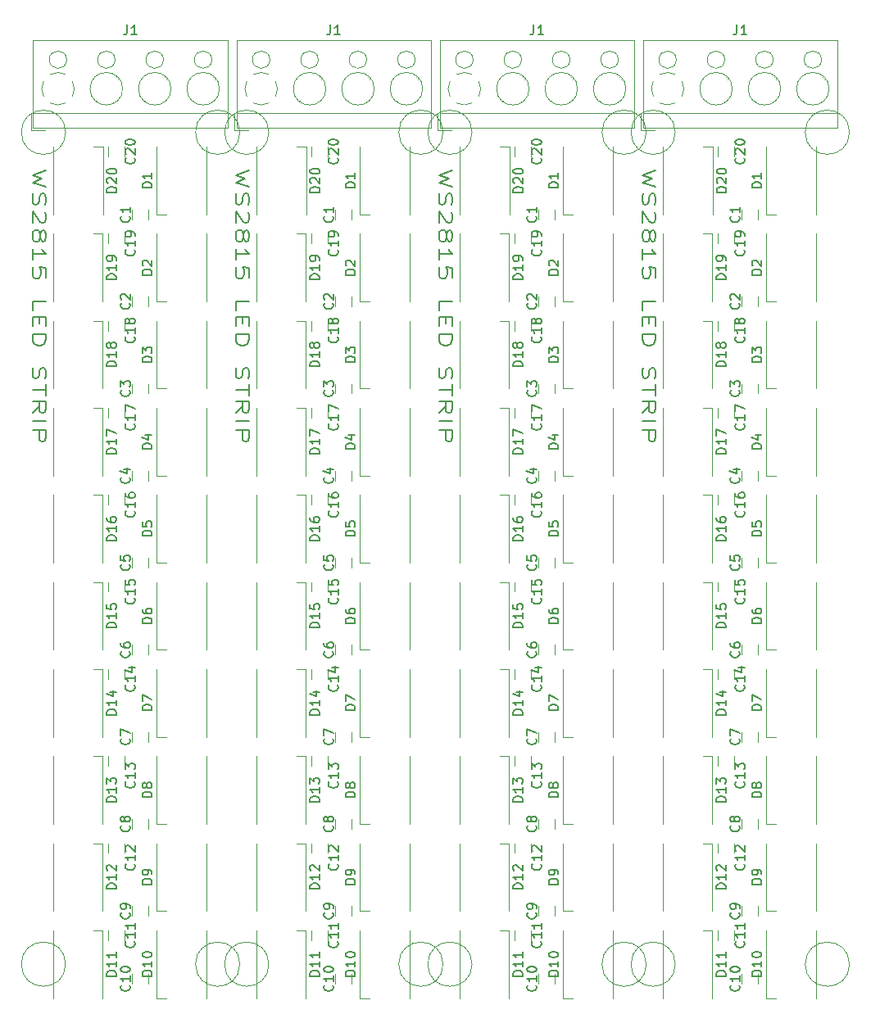
<source format=gbr>
G04 #@! TF.GenerationSoftware,KiCad,Pcbnew,5.1.0*
G04 #@! TF.CreationDate,2019-04-11T23:39:49-05:00*
G04 #@! TF.ProjectId,Strips,53747269-7073-42e6-9b69-6361645f7063,rev?*
G04 #@! TF.SameCoordinates,Original*
G04 #@! TF.FileFunction,Legend,Top*
G04 #@! TF.FilePolarity,Positive*
%FSLAX46Y46*%
G04 Gerber Fmt 4.6, Leading zero omitted, Abs format (unit mm)*
G04 Created by KiCad (PCBNEW 5.1.0) date 2019-04-11 23:39:49*
%MOMM*%
%LPD*%
G04 APERTURE LIST*
%ADD10C,0.150000*%
%ADD11C,0.120000*%
G04 APERTURE END LIST*
D10*
X173766666Y-57952380D02*
X172366666Y-58428571D01*
X173366666Y-58809523D01*
X172366666Y-59190476D01*
X173766666Y-59666666D01*
X172433333Y-60333333D02*
X172366666Y-60619047D01*
X172366666Y-61095238D01*
X172433333Y-61285714D01*
X172500000Y-61380952D01*
X172633333Y-61476190D01*
X172766666Y-61476190D01*
X172900000Y-61380952D01*
X172966666Y-61285714D01*
X173033333Y-61095238D01*
X173100000Y-60714285D01*
X173166666Y-60523809D01*
X173233333Y-60428571D01*
X173366666Y-60333333D01*
X173500000Y-60333333D01*
X173633333Y-60428571D01*
X173700000Y-60523809D01*
X173766666Y-60714285D01*
X173766666Y-61190476D01*
X173700000Y-61476190D01*
X173633333Y-62238095D02*
X173700000Y-62333333D01*
X173766666Y-62523809D01*
X173766666Y-63000000D01*
X173700000Y-63190476D01*
X173633333Y-63285714D01*
X173500000Y-63380952D01*
X173366666Y-63380952D01*
X173166666Y-63285714D01*
X172366666Y-62142857D01*
X172366666Y-63380952D01*
X173166666Y-64523809D02*
X173233333Y-64333333D01*
X173300000Y-64238095D01*
X173433333Y-64142857D01*
X173500000Y-64142857D01*
X173633333Y-64238095D01*
X173700000Y-64333333D01*
X173766666Y-64523809D01*
X173766666Y-64904761D01*
X173700000Y-65095238D01*
X173633333Y-65190476D01*
X173500000Y-65285714D01*
X173433333Y-65285714D01*
X173300000Y-65190476D01*
X173233333Y-65095238D01*
X173166666Y-64904761D01*
X173166666Y-64523809D01*
X173100000Y-64333333D01*
X173033333Y-64238095D01*
X172900000Y-64142857D01*
X172633333Y-64142857D01*
X172500000Y-64238095D01*
X172433333Y-64333333D01*
X172366666Y-64523809D01*
X172366666Y-64904761D01*
X172433333Y-65095238D01*
X172500000Y-65190476D01*
X172633333Y-65285714D01*
X172900000Y-65285714D01*
X173033333Y-65190476D01*
X173100000Y-65095238D01*
X173166666Y-64904761D01*
X172366666Y-67190476D02*
X172366666Y-66047619D01*
X172366666Y-66619047D02*
X173766666Y-66619047D01*
X173566666Y-66428571D01*
X173433333Y-66238095D01*
X173366666Y-66047619D01*
X173766666Y-69000000D02*
X173766666Y-68047619D01*
X173100000Y-67952380D01*
X173166666Y-68047619D01*
X173233333Y-68238095D01*
X173233333Y-68714285D01*
X173166666Y-68904761D01*
X173100000Y-69000000D01*
X172966666Y-69095238D01*
X172633333Y-69095238D01*
X172500000Y-69000000D01*
X172433333Y-68904761D01*
X172366666Y-68714285D01*
X172366666Y-68238095D01*
X172433333Y-68047619D01*
X172500000Y-67952380D01*
X172366666Y-72428571D02*
X172366666Y-71476190D01*
X173766666Y-71476190D01*
X173100000Y-73095238D02*
X173100000Y-73761904D01*
X172366666Y-74047619D02*
X172366666Y-73095238D01*
X173766666Y-73095238D01*
X173766666Y-74047619D01*
X172366666Y-74904761D02*
X173766666Y-74904761D01*
X173766666Y-75380952D01*
X173700000Y-75666666D01*
X173566666Y-75857142D01*
X173433333Y-75952380D01*
X173166666Y-76047619D01*
X172966666Y-76047619D01*
X172700000Y-75952380D01*
X172566666Y-75857142D01*
X172433333Y-75666666D01*
X172366666Y-75380952D01*
X172366666Y-74904761D01*
X172433333Y-78333333D02*
X172366666Y-78619047D01*
X172366666Y-79095238D01*
X172433333Y-79285714D01*
X172500000Y-79380952D01*
X172633333Y-79476190D01*
X172766666Y-79476190D01*
X172900000Y-79380952D01*
X172966666Y-79285714D01*
X173033333Y-79095238D01*
X173100000Y-78714285D01*
X173166666Y-78523809D01*
X173233333Y-78428571D01*
X173366666Y-78333333D01*
X173500000Y-78333333D01*
X173633333Y-78428571D01*
X173700000Y-78523809D01*
X173766666Y-78714285D01*
X173766666Y-79190476D01*
X173700000Y-79476190D01*
X173766666Y-80047619D02*
X173766666Y-81190476D01*
X172366666Y-80619047D02*
X173766666Y-80619047D01*
X172366666Y-83000000D02*
X173033333Y-82333333D01*
X172366666Y-81857142D02*
X173766666Y-81857142D01*
X173766666Y-82619047D01*
X173700000Y-82809523D01*
X173633333Y-82904761D01*
X173500000Y-83000000D01*
X173300000Y-83000000D01*
X173166666Y-82904761D01*
X173100000Y-82809523D01*
X173033333Y-82619047D01*
X173033333Y-81857142D01*
X172366666Y-83857142D02*
X173766666Y-83857142D01*
X172366666Y-84809523D02*
X173766666Y-84809523D01*
X173766666Y-85571428D01*
X173700000Y-85761904D01*
X173633333Y-85857142D01*
X173500000Y-85952380D01*
X173300000Y-85952380D01*
X173166666Y-85857142D01*
X173100000Y-85761904D01*
X173033333Y-85571428D01*
X173033333Y-84809523D01*
X194766666Y-57952380D02*
X193366666Y-58428571D01*
X194366666Y-58809523D01*
X193366666Y-59190476D01*
X194766666Y-59666666D01*
X193433333Y-60333333D02*
X193366666Y-60619047D01*
X193366666Y-61095238D01*
X193433333Y-61285714D01*
X193500000Y-61380952D01*
X193633333Y-61476190D01*
X193766666Y-61476190D01*
X193900000Y-61380952D01*
X193966666Y-61285714D01*
X194033333Y-61095238D01*
X194100000Y-60714285D01*
X194166666Y-60523809D01*
X194233333Y-60428571D01*
X194366666Y-60333333D01*
X194500000Y-60333333D01*
X194633333Y-60428571D01*
X194700000Y-60523809D01*
X194766666Y-60714285D01*
X194766666Y-61190476D01*
X194700000Y-61476190D01*
X194633333Y-62238095D02*
X194700000Y-62333333D01*
X194766666Y-62523809D01*
X194766666Y-63000000D01*
X194700000Y-63190476D01*
X194633333Y-63285714D01*
X194500000Y-63380952D01*
X194366666Y-63380952D01*
X194166666Y-63285714D01*
X193366666Y-62142857D01*
X193366666Y-63380952D01*
X194166666Y-64523809D02*
X194233333Y-64333333D01*
X194300000Y-64238095D01*
X194433333Y-64142857D01*
X194500000Y-64142857D01*
X194633333Y-64238095D01*
X194700000Y-64333333D01*
X194766666Y-64523809D01*
X194766666Y-64904761D01*
X194700000Y-65095238D01*
X194633333Y-65190476D01*
X194500000Y-65285714D01*
X194433333Y-65285714D01*
X194300000Y-65190476D01*
X194233333Y-65095238D01*
X194166666Y-64904761D01*
X194166666Y-64523809D01*
X194100000Y-64333333D01*
X194033333Y-64238095D01*
X193900000Y-64142857D01*
X193633333Y-64142857D01*
X193500000Y-64238095D01*
X193433333Y-64333333D01*
X193366666Y-64523809D01*
X193366666Y-64904761D01*
X193433333Y-65095238D01*
X193500000Y-65190476D01*
X193633333Y-65285714D01*
X193900000Y-65285714D01*
X194033333Y-65190476D01*
X194100000Y-65095238D01*
X194166666Y-64904761D01*
X193366666Y-67190476D02*
X193366666Y-66047619D01*
X193366666Y-66619047D02*
X194766666Y-66619047D01*
X194566666Y-66428571D01*
X194433333Y-66238095D01*
X194366666Y-66047619D01*
X194766666Y-69000000D02*
X194766666Y-68047619D01*
X194100000Y-67952380D01*
X194166666Y-68047619D01*
X194233333Y-68238095D01*
X194233333Y-68714285D01*
X194166666Y-68904761D01*
X194100000Y-69000000D01*
X193966666Y-69095238D01*
X193633333Y-69095238D01*
X193500000Y-69000000D01*
X193433333Y-68904761D01*
X193366666Y-68714285D01*
X193366666Y-68238095D01*
X193433333Y-68047619D01*
X193500000Y-67952380D01*
X193366666Y-72428571D02*
X193366666Y-71476190D01*
X194766666Y-71476190D01*
X194100000Y-73095238D02*
X194100000Y-73761904D01*
X193366666Y-74047619D02*
X193366666Y-73095238D01*
X194766666Y-73095238D01*
X194766666Y-74047619D01*
X193366666Y-74904761D02*
X194766666Y-74904761D01*
X194766666Y-75380952D01*
X194700000Y-75666666D01*
X194566666Y-75857142D01*
X194433333Y-75952380D01*
X194166666Y-76047619D01*
X193966666Y-76047619D01*
X193700000Y-75952380D01*
X193566666Y-75857142D01*
X193433333Y-75666666D01*
X193366666Y-75380952D01*
X193366666Y-74904761D01*
X193433333Y-78333333D02*
X193366666Y-78619047D01*
X193366666Y-79095238D01*
X193433333Y-79285714D01*
X193500000Y-79380952D01*
X193633333Y-79476190D01*
X193766666Y-79476190D01*
X193900000Y-79380952D01*
X193966666Y-79285714D01*
X194033333Y-79095238D01*
X194100000Y-78714285D01*
X194166666Y-78523809D01*
X194233333Y-78428571D01*
X194366666Y-78333333D01*
X194500000Y-78333333D01*
X194633333Y-78428571D01*
X194700000Y-78523809D01*
X194766666Y-78714285D01*
X194766666Y-79190476D01*
X194700000Y-79476190D01*
X194766666Y-80047619D02*
X194766666Y-81190476D01*
X193366666Y-80619047D02*
X194766666Y-80619047D01*
X193366666Y-83000000D02*
X194033333Y-82333333D01*
X193366666Y-81857142D02*
X194766666Y-81857142D01*
X194766666Y-82619047D01*
X194700000Y-82809523D01*
X194633333Y-82904761D01*
X194500000Y-83000000D01*
X194300000Y-83000000D01*
X194166666Y-82904761D01*
X194100000Y-82809523D01*
X194033333Y-82619047D01*
X194033333Y-81857142D01*
X193366666Y-83857142D02*
X194766666Y-83857142D01*
X193366666Y-84809523D02*
X194766666Y-84809523D01*
X194766666Y-85571428D01*
X194700000Y-85761904D01*
X194633333Y-85857142D01*
X194500000Y-85952380D01*
X194300000Y-85952380D01*
X194166666Y-85857142D01*
X194100000Y-85761904D01*
X194033333Y-85571428D01*
X194033333Y-84809523D01*
X152766666Y-57952380D02*
X151366666Y-58428571D01*
X152366666Y-58809523D01*
X151366666Y-59190476D01*
X152766666Y-59666666D01*
X151433333Y-60333333D02*
X151366666Y-60619047D01*
X151366666Y-61095238D01*
X151433333Y-61285714D01*
X151500000Y-61380952D01*
X151633333Y-61476190D01*
X151766666Y-61476190D01*
X151900000Y-61380952D01*
X151966666Y-61285714D01*
X152033333Y-61095238D01*
X152100000Y-60714285D01*
X152166666Y-60523809D01*
X152233333Y-60428571D01*
X152366666Y-60333333D01*
X152500000Y-60333333D01*
X152633333Y-60428571D01*
X152700000Y-60523809D01*
X152766666Y-60714285D01*
X152766666Y-61190476D01*
X152700000Y-61476190D01*
X152633333Y-62238095D02*
X152700000Y-62333333D01*
X152766666Y-62523809D01*
X152766666Y-63000000D01*
X152700000Y-63190476D01*
X152633333Y-63285714D01*
X152500000Y-63380952D01*
X152366666Y-63380952D01*
X152166666Y-63285714D01*
X151366666Y-62142857D01*
X151366666Y-63380952D01*
X152166666Y-64523809D02*
X152233333Y-64333333D01*
X152300000Y-64238095D01*
X152433333Y-64142857D01*
X152500000Y-64142857D01*
X152633333Y-64238095D01*
X152700000Y-64333333D01*
X152766666Y-64523809D01*
X152766666Y-64904761D01*
X152700000Y-65095238D01*
X152633333Y-65190476D01*
X152500000Y-65285714D01*
X152433333Y-65285714D01*
X152300000Y-65190476D01*
X152233333Y-65095238D01*
X152166666Y-64904761D01*
X152166666Y-64523809D01*
X152100000Y-64333333D01*
X152033333Y-64238095D01*
X151900000Y-64142857D01*
X151633333Y-64142857D01*
X151500000Y-64238095D01*
X151433333Y-64333333D01*
X151366666Y-64523809D01*
X151366666Y-64904761D01*
X151433333Y-65095238D01*
X151500000Y-65190476D01*
X151633333Y-65285714D01*
X151900000Y-65285714D01*
X152033333Y-65190476D01*
X152100000Y-65095238D01*
X152166666Y-64904761D01*
X151366666Y-67190476D02*
X151366666Y-66047619D01*
X151366666Y-66619047D02*
X152766666Y-66619047D01*
X152566666Y-66428571D01*
X152433333Y-66238095D01*
X152366666Y-66047619D01*
X152766666Y-69000000D02*
X152766666Y-68047619D01*
X152100000Y-67952380D01*
X152166666Y-68047619D01*
X152233333Y-68238095D01*
X152233333Y-68714285D01*
X152166666Y-68904761D01*
X152100000Y-69000000D01*
X151966666Y-69095238D01*
X151633333Y-69095238D01*
X151500000Y-69000000D01*
X151433333Y-68904761D01*
X151366666Y-68714285D01*
X151366666Y-68238095D01*
X151433333Y-68047619D01*
X151500000Y-67952380D01*
X151366666Y-72428571D02*
X151366666Y-71476190D01*
X152766666Y-71476190D01*
X152100000Y-73095238D02*
X152100000Y-73761904D01*
X151366666Y-74047619D02*
X151366666Y-73095238D01*
X152766666Y-73095238D01*
X152766666Y-74047619D01*
X151366666Y-74904761D02*
X152766666Y-74904761D01*
X152766666Y-75380952D01*
X152700000Y-75666666D01*
X152566666Y-75857142D01*
X152433333Y-75952380D01*
X152166666Y-76047619D01*
X151966666Y-76047619D01*
X151700000Y-75952380D01*
X151566666Y-75857142D01*
X151433333Y-75666666D01*
X151366666Y-75380952D01*
X151366666Y-74904761D01*
X151433333Y-78333333D02*
X151366666Y-78619047D01*
X151366666Y-79095238D01*
X151433333Y-79285714D01*
X151500000Y-79380952D01*
X151633333Y-79476190D01*
X151766666Y-79476190D01*
X151900000Y-79380952D01*
X151966666Y-79285714D01*
X152033333Y-79095238D01*
X152100000Y-78714285D01*
X152166666Y-78523809D01*
X152233333Y-78428571D01*
X152366666Y-78333333D01*
X152500000Y-78333333D01*
X152633333Y-78428571D01*
X152700000Y-78523809D01*
X152766666Y-78714285D01*
X152766666Y-79190476D01*
X152700000Y-79476190D01*
X152766666Y-80047619D02*
X152766666Y-81190476D01*
X151366666Y-80619047D02*
X152766666Y-80619047D01*
X151366666Y-83000000D02*
X152033333Y-82333333D01*
X151366666Y-81857142D02*
X152766666Y-81857142D01*
X152766666Y-82619047D01*
X152700000Y-82809523D01*
X152633333Y-82904761D01*
X152500000Y-83000000D01*
X152300000Y-83000000D01*
X152166666Y-82904761D01*
X152100000Y-82809523D01*
X152033333Y-82619047D01*
X152033333Y-81857142D01*
X151366666Y-83857142D02*
X152766666Y-83857142D01*
X151366666Y-84809523D02*
X152766666Y-84809523D01*
X152766666Y-85571428D01*
X152700000Y-85761904D01*
X152633333Y-85857142D01*
X152500000Y-85952380D01*
X152300000Y-85952380D01*
X152166666Y-85857142D01*
X152100000Y-85761904D01*
X152033333Y-85571428D01*
X152033333Y-84809523D01*
X131766666Y-57952380D02*
X130366666Y-58428571D01*
X131366666Y-58809523D01*
X130366666Y-59190476D01*
X131766666Y-59666666D01*
X130433333Y-60333333D02*
X130366666Y-60619047D01*
X130366666Y-61095238D01*
X130433333Y-61285714D01*
X130500000Y-61380952D01*
X130633333Y-61476190D01*
X130766666Y-61476190D01*
X130900000Y-61380952D01*
X130966666Y-61285714D01*
X131033333Y-61095238D01*
X131100000Y-60714285D01*
X131166666Y-60523809D01*
X131233333Y-60428571D01*
X131366666Y-60333333D01*
X131500000Y-60333333D01*
X131633333Y-60428571D01*
X131700000Y-60523809D01*
X131766666Y-60714285D01*
X131766666Y-61190476D01*
X131700000Y-61476190D01*
X131633333Y-62238095D02*
X131700000Y-62333333D01*
X131766666Y-62523809D01*
X131766666Y-63000000D01*
X131700000Y-63190476D01*
X131633333Y-63285714D01*
X131500000Y-63380952D01*
X131366666Y-63380952D01*
X131166666Y-63285714D01*
X130366666Y-62142857D01*
X130366666Y-63380952D01*
X131166666Y-64523809D02*
X131233333Y-64333333D01*
X131300000Y-64238095D01*
X131433333Y-64142857D01*
X131500000Y-64142857D01*
X131633333Y-64238095D01*
X131700000Y-64333333D01*
X131766666Y-64523809D01*
X131766666Y-64904761D01*
X131700000Y-65095238D01*
X131633333Y-65190476D01*
X131500000Y-65285714D01*
X131433333Y-65285714D01*
X131300000Y-65190476D01*
X131233333Y-65095238D01*
X131166666Y-64904761D01*
X131166666Y-64523809D01*
X131100000Y-64333333D01*
X131033333Y-64238095D01*
X130900000Y-64142857D01*
X130633333Y-64142857D01*
X130500000Y-64238095D01*
X130433333Y-64333333D01*
X130366666Y-64523809D01*
X130366666Y-64904761D01*
X130433333Y-65095238D01*
X130500000Y-65190476D01*
X130633333Y-65285714D01*
X130900000Y-65285714D01*
X131033333Y-65190476D01*
X131100000Y-65095238D01*
X131166666Y-64904761D01*
X130366666Y-67190476D02*
X130366666Y-66047619D01*
X130366666Y-66619047D02*
X131766666Y-66619047D01*
X131566666Y-66428571D01*
X131433333Y-66238095D01*
X131366666Y-66047619D01*
X131766666Y-69000000D02*
X131766666Y-68047619D01*
X131100000Y-67952380D01*
X131166666Y-68047619D01*
X131233333Y-68238095D01*
X131233333Y-68714285D01*
X131166666Y-68904761D01*
X131100000Y-69000000D01*
X130966666Y-69095238D01*
X130633333Y-69095238D01*
X130500000Y-69000000D01*
X130433333Y-68904761D01*
X130366666Y-68714285D01*
X130366666Y-68238095D01*
X130433333Y-68047619D01*
X130500000Y-67952380D01*
X130366666Y-72428571D02*
X130366666Y-71476190D01*
X131766666Y-71476190D01*
X131100000Y-73095238D02*
X131100000Y-73761904D01*
X130366666Y-74047619D02*
X130366666Y-73095238D01*
X131766666Y-73095238D01*
X131766666Y-74047619D01*
X130366666Y-74904761D02*
X131766666Y-74904761D01*
X131766666Y-75380952D01*
X131700000Y-75666666D01*
X131566666Y-75857142D01*
X131433333Y-75952380D01*
X131166666Y-76047619D01*
X130966666Y-76047619D01*
X130700000Y-75952380D01*
X130566666Y-75857142D01*
X130433333Y-75666666D01*
X130366666Y-75380952D01*
X130366666Y-74904761D01*
X130433333Y-78333333D02*
X130366666Y-78619047D01*
X130366666Y-79095238D01*
X130433333Y-79285714D01*
X130500000Y-79380952D01*
X130633333Y-79476190D01*
X130766666Y-79476190D01*
X130900000Y-79380952D01*
X130966666Y-79285714D01*
X131033333Y-79095238D01*
X131100000Y-78714285D01*
X131166666Y-78523809D01*
X131233333Y-78428571D01*
X131366666Y-78333333D01*
X131500000Y-78333333D01*
X131633333Y-78428571D01*
X131700000Y-78523809D01*
X131766666Y-78714285D01*
X131766666Y-79190476D01*
X131700000Y-79476190D01*
X131766666Y-80047619D02*
X131766666Y-81190476D01*
X130366666Y-80619047D02*
X131766666Y-80619047D01*
X130366666Y-83000000D02*
X131033333Y-82333333D01*
X130366666Y-81857142D02*
X131766666Y-81857142D01*
X131766666Y-82619047D01*
X131700000Y-82809523D01*
X131633333Y-82904761D01*
X131500000Y-83000000D01*
X131300000Y-83000000D01*
X131166666Y-82904761D01*
X131100000Y-82809523D01*
X131033333Y-82619047D01*
X131033333Y-81857142D01*
X130366666Y-83857142D02*
X131766666Y-83857142D01*
X130366666Y-84809523D02*
X131766666Y-84809523D01*
X131766666Y-85571428D01*
X131700000Y-85761904D01*
X131633333Y-85857142D01*
X131500000Y-85952380D01*
X131300000Y-85952380D01*
X131166666Y-85857142D01*
X131100000Y-85761904D01*
X131033333Y-85571428D01*
X131033333Y-84809523D01*
D11*
X175786000Y-54000000D02*
G75*
G03X175786000Y-54000000I-2286000J0D01*
G01*
X193786000Y-54000000D02*
G75*
G03X193786000Y-54000000I-2286000J0D01*
G01*
X175786000Y-140000000D02*
G75*
G03X175786000Y-140000000I-2286000J0D01*
G01*
X179625000Y-127500000D02*
X179625000Y-134500000D01*
X178625000Y-127500000D02*
X179625000Y-127500000D01*
X174475000Y-127500000D02*
X174475000Y-134500000D01*
X185200000Y-80500000D02*
X185200000Y-73500000D01*
X186200000Y-80500000D02*
X185200000Y-80500000D01*
X190350000Y-80500000D02*
X190350000Y-73500000D01*
X181850000Y-101500000D02*
X181850000Y-100500000D01*
X180150000Y-100500000D02*
X180150000Y-101500000D01*
X180150000Y-118500000D02*
X180150000Y-119500000D01*
X181850000Y-119500000D02*
X181850000Y-118500000D01*
X179625000Y-136500000D02*
X179625000Y-143500000D01*
X178625000Y-136500000D02*
X179625000Y-136500000D01*
X174475000Y-136500000D02*
X174475000Y-143500000D01*
X185200000Y-98500000D02*
X185200000Y-91500000D01*
X186200000Y-98500000D02*
X185200000Y-98500000D01*
X190350000Y-98500000D02*
X190350000Y-91500000D01*
X174475000Y-100500000D02*
X174475000Y-107500000D01*
X178625000Y-100500000D02*
X179625000Y-100500000D01*
X179625000Y-100500000D02*
X179625000Y-107500000D01*
X185200000Y-62500000D02*
X185200000Y-55500000D01*
X186200000Y-62500000D02*
X185200000Y-62500000D01*
X190350000Y-62500000D02*
X190350000Y-55500000D01*
X184350000Y-142000000D02*
X184350000Y-141000000D01*
X182650000Y-141000000D02*
X182650000Y-142000000D01*
X190350000Y-71500000D02*
X190350000Y-64500000D01*
X186200000Y-71500000D02*
X185200000Y-71500000D01*
X185200000Y-71500000D02*
X185200000Y-64500000D01*
X184350000Y-72000000D02*
X184350000Y-71000000D01*
X182650000Y-71000000D02*
X182650000Y-72000000D01*
X190350000Y-89500000D02*
X190350000Y-82500000D01*
X186200000Y-89500000D02*
X185200000Y-89500000D01*
X185200000Y-89500000D02*
X185200000Y-82500000D01*
X179625000Y-109500000D02*
X179625000Y-116500000D01*
X178625000Y-109500000D02*
X179625000Y-109500000D01*
X174475000Y-109500000D02*
X174475000Y-116500000D01*
X181850000Y-56500000D02*
X181850000Y-55500000D01*
X180150000Y-55500000D02*
X180150000Y-56500000D01*
X184350000Y-108000000D02*
X184350000Y-107000000D01*
X182650000Y-107000000D02*
X182650000Y-108000000D01*
X174475000Y-118500000D02*
X174475000Y-125500000D01*
X178625000Y-118500000D02*
X179625000Y-118500000D01*
X179625000Y-118500000D02*
X179625000Y-125500000D01*
X180150000Y-64500000D02*
X180150000Y-65500000D01*
X181850000Y-65500000D02*
X181850000Y-64500000D01*
X181850000Y-74500000D02*
X181850000Y-73500000D01*
X180150000Y-73500000D02*
X180150000Y-74500000D01*
X185200000Y-134500000D02*
X185200000Y-127500000D01*
X186200000Y-134500000D02*
X185200000Y-134500000D01*
X190350000Y-134500000D02*
X190350000Y-127500000D01*
X174500000Y-55500000D02*
X174500000Y-62500000D01*
X178650000Y-55500000D02*
X179650000Y-55500000D01*
X179650000Y-55500000D02*
X179650000Y-62500000D01*
X180150000Y-109500000D02*
X180150000Y-110500000D01*
X181850000Y-110500000D02*
X181850000Y-109500000D01*
X190350000Y-125500000D02*
X190350000Y-118500000D01*
X186200000Y-125500000D02*
X185200000Y-125500000D01*
X185200000Y-125500000D02*
X185200000Y-118500000D01*
X182650000Y-80000000D02*
X182650000Y-81000000D01*
X184350000Y-81000000D02*
X184350000Y-80000000D01*
X211350000Y-134500000D02*
X211350000Y-127500000D01*
X207200000Y-134500000D02*
X206200000Y-134500000D01*
X206200000Y-134500000D02*
X206200000Y-127500000D01*
X200650000Y-55500000D02*
X200650000Y-62500000D01*
X199650000Y-55500000D02*
X200650000Y-55500000D01*
X195500000Y-55500000D02*
X195500000Y-62500000D01*
X206200000Y-71500000D02*
X206200000Y-64500000D01*
X207200000Y-71500000D02*
X206200000Y-71500000D01*
X211350000Y-71500000D02*
X211350000Y-64500000D01*
X206200000Y-125500000D02*
X206200000Y-118500000D01*
X207200000Y-125500000D02*
X206200000Y-125500000D01*
X211350000Y-125500000D02*
X211350000Y-118500000D01*
X205350000Y-81000000D02*
X205350000Y-80000000D01*
X203650000Y-80000000D02*
X203650000Y-81000000D01*
X200625000Y-91500000D02*
X200625000Y-98500000D01*
X199625000Y-91500000D02*
X200625000Y-91500000D01*
X195475000Y-91500000D02*
X195475000Y-98500000D01*
X195475000Y-64500000D02*
X195475000Y-71500000D01*
X199625000Y-64500000D02*
X200625000Y-64500000D01*
X200625000Y-64500000D02*
X200625000Y-71500000D01*
X203650000Y-89000000D02*
X203650000Y-90000000D01*
X205350000Y-90000000D02*
X205350000Y-89000000D01*
X203650000Y-125000000D02*
X203650000Y-126000000D01*
X205350000Y-126000000D02*
X205350000Y-125000000D01*
X196788712Y-50983352D02*
G75*
G02X196000000Y-51180000I-788712J1483352D01*
G01*
X197483953Y-48710912D02*
G75*
G02X197484000Y-50289000I-1483953J-789088D01*
G01*
X195210912Y-48016047D02*
G75*
G02X196789000Y-48016000I789088J-1483953D01*
G01*
X194516047Y-50289088D02*
G75*
G02X194516000Y-48711000I1483953J789088D01*
G01*
X196029383Y-51180450D02*
G75*
G02X195211000Y-50984000I-29383J1680450D01*
G01*
X196900000Y-46500000D02*
G75*
G03X196900000Y-46500000I-900000J0D01*
G01*
X202680000Y-49500000D02*
G75*
G03X202680000Y-49500000I-1680000J0D01*
G01*
X201900000Y-46500000D02*
G75*
G03X201900000Y-46500000I-900000J0D01*
G01*
X207680000Y-49500000D02*
G75*
G03X207680000Y-49500000I-1680000J0D01*
G01*
X206900000Y-46500000D02*
G75*
G03X206900000Y-46500000I-900000J0D01*
G01*
X212680000Y-49500000D02*
G75*
G03X212680000Y-49500000I-1680000J0D01*
G01*
X211900000Y-46500000D02*
G75*
G03X211900000Y-46500000I-900000J0D01*
G01*
X193440000Y-52000000D02*
X213560000Y-52000000D01*
X193440000Y-44440000D02*
X193440000Y-53560000D01*
X193440000Y-53560000D02*
X213560000Y-53560000D01*
X213560000Y-53560000D02*
X213560000Y-44440000D01*
X213560000Y-44440000D02*
X193440000Y-44440000D01*
X202275000Y-48431000D02*
X202181000Y-48524000D01*
X199990000Y-50716000D02*
X199931000Y-50774000D01*
X202070000Y-48225000D02*
X202011000Y-48284000D01*
X199820000Y-50476000D02*
X199726000Y-50569000D01*
X207275000Y-48431000D02*
X207181000Y-48524000D01*
X204990000Y-50716000D02*
X204931000Y-50774000D01*
X207070000Y-48225000D02*
X207011000Y-48284000D01*
X204820000Y-50476000D02*
X204726000Y-50569000D01*
X212275000Y-48431000D02*
X212181000Y-48524000D01*
X209990000Y-50716000D02*
X209931000Y-50774000D01*
X212070000Y-48225000D02*
X212011000Y-48284000D01*
X209820000Y-50476000D02*
X209726000Y-50569000D01*
X193200000Y-52060000D02*
X193200000Y-53800000D01*
X193200000Y-53800000D02*
X194700000Y-53800000D01*
X195475000Y-82500000D02*
X195475000Y-89500000D01*
X199625000Y-82500000D02*
X200625000Y-82500000D01*
X200625000Y-82500000D02*
X200625000Y-89500000D01*
X206200000Y-107500000D02*
X206200000Y-100500000D01*
X207200000Y-107500000D02*
X206200000Y-107500000D01*
X211350000Y-107500000D02*
X211350000Y-100500000D01*
X211350000Y-116500000D02*
X211350000Y-109500000D01*
X207200000Y-116500000D02*
X206200000Y-116500000D01*
X206200000Y-116500000D02*
X206200000Y-109500000D01*
X202850000Y-128500000D02*
X202850000Y-127500000D01*
X201150000Y-127500000D02*
X201150000Y-128500000D01*
X200625000Y-73500000D02*
X200625000Y-80500000D01*
X199625000Y-73500000D02*
X200625000Y-73500000D01*
X195475000Y-73500000D02*
X195475000Y-80500000D01*
X202850000Y-92500000D02*
X202850000Y-91500000D01*
X201150000Y-91500000D02*
X201150000Y-92500000D01*
X202850000Y-110500000D02*
X202850000Y-109500000D01*
X201150000Y-109500000D02*
X201150000Y-110500000D01*
X201150000Y-82500000D02*
X201150000Y-83500000D01*
X202850000Y-83500000D02*
X202850000Y-82500000D01*
X174475000Y-91500000D02*
X174475000Y-98500000D01*
X178625000Y-91500000D02*
X179625000Y-91500000D01*
X179625000Y-91500000D02*
X179625000Y-98500000D01*
X179625000Y-64500000D02*
X179625000Y-71500000D01*
X178625000Y-64500000D02*
X179625000Y-64500000D01*
X174475000Y-64500000D02*
X174475000Y-71500000D01*
X196786000Y-54000000D02*
G75*
G03X196786000Y-54000000I-2286000J0D01*
G01*
X184350000Y-90000000D02*
X184350000Y-89000000D01*
X182650000Y-89000000D02*
X182650000Y-90000000D01*
X184350000Y-126000000D02*
X184350000Y-125000000D01*
X182650000Y-125000000D02*
X182650000Y-126000000D01*
X172200000Y-53800000D02*
X173700000Y-53800000D01*
X172200000Y-52060000D02*
X172200000Y-53800000D01*
X188820000Y-50476000D02*
X188726000Y-50569000D01*
X191070000Y-48225000D02*
X191011000Y-48284000D01*
X188990000Y-50716000D02*
X188931000Y-50774000D01*
X191275000Y-48431000D02*
X191181000Y-48524000D01*
X183820000Y-50476000D02*
X183726000Y-50569000D01*
X186070000Y-48225000D02*
X186011000Y-48284000D01*
X183990000Y-50716000D02*
X183931000Y-50774000D01*
X186275000Y-48431000D02*
X186181000Y-48524000D01*
X178820000Y-50476000D02*
X178726000Y-50569000D01*
X181070000Y-48225000D02*
X181011000Y-48284000D01*
X178990000Y-50716000D02*
X178931000Y-50774000D01*
X181275000Y-48431000D02*
X181181000Y-48524000D01*
X192560000Y-44440000D02*
X172440000Y-44440000D01*
X192560000Y-53560000D02*
X192560000Y-44440000D01*
X172440000Y-53560000D02*
X192560000Y-53560000D01*
X172440000Y-44440000D02*
X172440000Y-53560000D01*
X172440000Y-52000000D02*
X192560000Y-52000000D01*
X190900000Y-46500000D02*
G75*
G03X190900000Y-46500000I-900000J0D01*
G01*
X191680000Y-49500000D02*
G75*
G03X191680000Y-49500000I-1680000J0D01*
G01*
X185900000Y-46500000D02*
G75*
G03X185900000Y-46500000I-900000J0D01*
G01*
X186680000Y-49500000D02*
G75*
G03X186680000Y-49500000I-1680000J0D01*
G01*
X180900000Y-46500000D02*
G75*
G03X180900000Y-46500000I-900000J0D01*
G01*
X181680000Y-49500000D02*
G75*
G03X181680000Y-49500000I-1680000J0D01*
G01*
X175900000Y-46500000D02*
G75*
G03X175900000Y-46500000I-900000J0D01*
G01*
X175029383Y-51180450D02*
G75*
G02X174211000Y-50984000I-29383J1680450D01*
G01*
X173516047Y-50289088D02*
G75*
G02X173516000Y-48711000I1483953J789088D01*
G01*
X174210912Y-48016047D02*
G75*
G02X175789000Y-48016000I789088J-1483953D01*
G01*
X176483953Y-48710912D02*
G75*
G02X176484000Y-50289000I-1483953J-789088D01*
G01*
X175788712Y-50983352D02*
G75*
G02X175000000Y-51180000I-788712J1483352D01*
G01*
X179625000Y-82500000D02*
X179625000Y-89500000D01*
X178625000Y-82500000D02*
X179625000Y-82500000D01*
X174475000Y-82500000D02*
X174475000Y-89500000D01*
X190350000Y-107500000D02*
X190350000Y-100500000D01*
X186200000Y-107500000D02*
X185200000Y-107500000D01*
X185200000Y-107500000D02*
X185200000Y-100500000D01*
X185200000Y-116500000D02*
X185200000Y-109500000D01*
X186200000Y-116500000D02*
X185200000Y-116500000D01*
X190350000Y-116500000D02*
X190350000Y-109500000D01*
X180150000Y-127500000D02*
X180150000Y-128500000D01*
X181850000Y-128500000D02*
X181850000Y-127500000D01*
X174475000Y-73500000D02*
X174475000Y-80500000D01*
X178625000Y-73500000D02*
X179625000Y-73500000D01*
X179625000Y-73500000D02*
X179625000Y-80500000D01*
X195475000Y-127500000D02*
X195475000Y-134500000D01*
X199625000Y-127500000D02*
X200625000Y-127500000D01*
X200625000Y-127500000D02*
X200625000Y-134500000D01*
X211350000Y-80500000D02*
X211350000Y-73500000D01*
X207200000Y-80500000D02*
X206200000Y-80500000D01*
X206200000Y-80500000D02*
X206200000Y-73500000D01*
X201150000Y-100500000D02*
X201150000Y-101500000D01*
X202850000Y-101500000D02*
X202850000Y-100500000D01*
X202850000Y-119500000D02*
X202850000Y-118500000D01*
X201150000Y-118500000D02*
X201150000Y-119500000D01*
X195475000Y-136500000D02*
X195475000Y-143500000D01*
X199625000Y-136500000D02*
X200625000Y-136500000D01*
X200625000Y-136500000D02*
X200625000Y-143500000D01*
X211350000Y-98500000D02*
X211350000Y-91500000D01*
X207200000Y-98500000D02*
X206200000Y-98500000D01*
X206200000Y-98500000D02*
X206200000Y-91500000D01*
X200625000Y-100500000D02*
X200625000Y-107500000D01*
X199625000Y-100500000D02*
X200625000Y-100500000D01*
X195475000Y-100500000D02*
X195475000Y-107500000D01*
X211350000Y-62500000D02*
X211350000Y-55500000D01*
X207200000Y-62500000D02*
X206200000Y-62500000D01*
X206200000Y-62500000D02*
X206200000Y-55500000D01*
X203650000Y-141000000D02*
X203650000Y-142000000D01*
X205350000Y-142000000D02*
X205350000Y-141000000D01*
X214786000Y-54000000D02*
G75*
G03X214786000Y-54000000I-2286000J0D01*
G01*
X196786000Y-140000000D02*
G75*
G03X196786000Y-140000000I-2286000J0D01*
G01*
X203650000Y-71000000D02*
X203650000Y-72000000D01*
X205350000Y-72000000D02*
X205350000Y-71000000D01*
X206200000Y-89500000D02*
X206200000Y-82500000D01*
X207200000Y-89500000D02*
X206200000Y-89500000D01*
X211350000Y-89500000D02*
X211350000Y-82500000D01*
X195475000Y-109500000D02*
X195475000Y-116500000D01*
X199625000Y-109500000D02*
X200625000Y-109500000D01*
X200625000Y-109500000D02*
X200625000Y-116500000D01*
X201150000Y-55500000D02*
X201150000Y-56500000D01*
X202850000Y-56500000D02*
X202850000Y-55500000D01*
X203650000Y-107000000D02*
X203650000Y-108000000D01*
X205350000Y-108000000D02*
X205350000Y-107000000D01*
X200625000Y-118500000D02*
X200625000Y-125500000D01*
X199625000Y-118500000D02*
X200625000Y-118500000D01*
X195475000Y-118500000D02*
X195475000Y-125500000D01*
X202850000Y-65500000D02*
X202850000Y-64500000D01*
X201150000Y-64500000D02*
X201150000Y-65500000D01*
X201150000Y-73500000D02*
X201150000Y-74500000D01*
X202850000Y-74500000D02*
X202850000Y-73500000D01*
X180150000Y-91500000D02*
X180150000Y-92500000D01*
X181850000Y-92500000D02*
X181850000Y-91500000D01*
X205350000Y-99000000D02*
X205350000Y-98000000D01*
X203650000Y-98000000D02*
X203650000Y-99000000D01*
X181850000Y-83500000D02*
X181850000Y-82500000D01*
X180150000Y-82500000D02*
X180150000Y-83500000D01*
X190350000Y-143500000D02*
X190350000Y-136500000D01*
X186200000Y-143500000D02*
X185200000Y-143500000D01*
X185200000Y-143500000D02*
X185200000Y-136500000D01*
X182650000Y-98000000D02*
X182650000Y-99000000D01*
X184350000Y-99000000D02*
X184350000Y-98000000D01*
X206200000Y-143500000D02*
X206200000Y-136500000D01*
X207200000Y-143500000D02*
X206200000Y-143500000D01*
X211350000Y-143500000D02*
X211350000Y-136500000D01*
X182650000Y-116000000D02*
X182650000Y-117000000D01*
X184350000Y-117000000D02*
X184350000Y-116000000D01*
X182650000Y-134000000D02*
X182650000Y-135000000D01*
X184350000Y-135000000D02*
X184350000Y-134000000D01*
X181850000Y-137500000D02*
X181850000Y-136500000D01*
X180150000Y-136500000D02*
X180150000Y-137500000D01*
X205350000Y-63000000D02*
X205350000Y-62000000D01*
X203650000Y-62000000D02*
X203650000Y-63000000D01*
X201150000Y-136500000D02*
X201150000Y-137500000D01*
X202850000Y-137500000D02*
X202850000Y-136500000D01*
X214786000Y-140000000D02*
G75*
G03X214786000Y-140000000I-2286000J0D01*
G01*
X205350000Y-135000000D02*
X205350000Y-134000000D01*
X203650000Y-134000000D02*
X203650000Y-135000000D01*
X205350000Y-117000000D02*
X205350000Y-116000000D01*
X203650000Y-116000000D02*
X203650000Y-117000000D01*
X193786000Y-140000000D02*
G75*
G03X193786000Y-140000000I-2286000J0D01*
G01*
X182650000Y-62000000D02*
X182650000Y-63000000D01*
X184350000Y-63000000D02*
X184350000Y-62000000D01*
X154786000Y-54000000D02*
G75*
G03X154786000Y-54000000I-2286000J0D01*
G01*
X172786000Y-54000000D02*
G75*
G03X172786000Y-54000000I-2286000J0D01*
G01*
X154786000Y-140000000D02*
G75*
G03X154786000Y-140000000I-2286000J0D01*
G01*
X158625000Y-127500000D02*
X158625000Y-134500000D01*
X157625000Y-127500000D02*
X158625000Y-127500000D01*
X153475000Y-127500000D02*
X153475000Y-134500000D01*
X164200000Y-80500000D02*
X164200000Y-73500000D01*
X165200000Y-80500000D02*
X164200000Y-80500000D01*
X169350000Y-80500000D02*
X169350000Y-73500000D01*
X160850000Y-101500000D02*
X160850000Y-100500000D01*
X159150000Y-100500000D02*
X159150000Y-101500000D01*
X159150000Y-118500000D02*
X159150000Y-119500000D01*
X160850000Y-119500000D02*
X160850000Y-118500000D01*
X158625000Y-136500000D02*
X158625000Y-143500000D01*
X157625000Y-136500000D02*
X158625000Y-136500000D01*
X153475000Y-136500000D02*
X153475000Y-143500000D01*
X164200000Y-98500000D02*
X164200000Y-91500000D01*
X165200000Y-98500000D02*
X164200000Y-98500000D01*
X169350000Y-98500000D02*
X169350000Y-91500000D01*
X153475000Y-100500000D02*
X153475000Y-107500000D01*
X157625000Y-100500000D02*
X158625000Y-100500000D01*
X158625000Y-100500000D02*
X158625000Y-107500000D01*
X164200000Y-62500000D02*
X164200000Y-55500000D01*
X165200000Y-62500000D02*
X164200000Y-62500000D01*
X169350000Y-62500000D02*
X169350000Y-55500000D01*
X163350000Y-142000000D02*
X163350000Y-141000000D01*
X161650000Y-141000000D02*
X161650000Y-142000000D01*
X169350000Y-71500000D02*
X169350000Y-64500000D01*
X165200000Y-71500000D02*
X164200000Y-71500000D01*
X164200000Y-71500000D02*
X164200000Y-64500000D01*
X163350000Y-72000000D02*
X163350000Y-71000000D01*
X161650000Y-71000000D02*
X161650000Y-72000000D01*
X169350000Y-89500000D02*
X169350000Y-82500000D01*
X165200000Y-89500000D02*
X164200000Y-89500000D01*
X164200000Y-89500000D02*
X164200000Y-82500000D01*
X158625000Y-109500000D02*
X158625000Y-116500000D01*
X157625000Y-109500000D02*
X158625000Y-109500000D01*
X153475000Y-109500000D02*
X153475000Y-116500000D01*
X160850000Y-56500000D02*
X160850000Y-55500000D01*
X159150000Y-55500000D02*
X159150000Y-56500000D01*
X163350000Y-108000000D02*
X163350000Y-107000000D01*
X161650000Y-107000000D02*
X161650000Y-108000000D01*
X153475000Y-118500000D02*
X153475000Y-125500000D01*
X157625000Y-118500000D02*
X158625000Y-118500000D01*
X158625000Y-118500000D02*
X158625000Y-125500000D01*
X159150000Y-64500000D02*
X159150000Y-65500000D01*
X160850000Y-65500000D02*
X160850000Y-64500000D01*
X160850000Y-74500000D02*
X160850000Y-73500000D01*
X159150000Y-73500000D02*
X159150000Y-74500000D01*
X164200000Y-134500000D02*
X164200000Y-127500000D01*
X165200000Y-134500000D02*
X164200000Y-134500000D01*
X169350000Y-134500000D02*
X169350000Y-127500000D01*
X153500000Y-55500000D02*
X153500000Y-62500000D01*
X157650000Y-55500000D02*
X158650000Y-55500000D01*
X158650000Y-55500000D02*
X158650000Y-62500000D01*
X159150000Y-109500000D02*
X159150000Y-110500000D01*
X160850000Y-110500000D02*
X160850000Y-109500000D01*
X169350000Y-125500000D02*
X169350000Y-118500000D01*
X165200000Y-125500000D02*
X164200000Y-125500000D01*
X164200000Y-125500000D02*
X164200000Y-118500000D01*
X161650000Y-80000000D02*
X161650000Y-81000000D01*
X163350000Y-81000000D02*
X163350000Y-80000000D01*
X153475000Y-91500000D02*
X153475000Y-98500000D01*
X157625000Y-91500000D02*
X158625000Y-91500000D01*
X158625000Y-91500000D02*
X158625000Y-98500000D01*
X158625000Y-64500000D02*
X158625000Y-71500000D01*
X157625000Y-64500000D02*
X158625000Y-64500000D01*
X153475000Y-64500000D02*
X153475000Y-71500000D01*
X163350000Y-90000000D02*
X163350000Y-89000000D01*
X161650000Y-89000000D02*
X161650000Y-90000000D01*
X163350000Y-126000000D02*
X163350000Y-125000000D01*
X161650000Y-125000000D02*
X161650000Y-126000000D01*
X151200000Y-53800000D02*
X152700000Y-53800000D01*
X151200000Y-52060000D02*
X151200000Y-53800000D01*
X167820000Y-50476000D02*
X167726000Y-50569000D01*
X170070000Y-48225000D02*
X170011000Y-48284000D01*
X167990000Y-50716000D02*
X167931000Y-50774000D01*
X170275000Y-48431000D02*
X170181000Y-48524000D01*
X162820000Y-50476000D02*
X162726000Y-50569000D01*
X165070000Y-48225000D02*
X165011000Y-48284000D01*
X162990000Y-50716000D02*
X162931000Y-50774000D01*
X165275000Y-48431000D02*
X165181000Y-48524000D01*
X157820000Y-50476000D02*
X157726000Y-50569000D01*
X160070000Y-48225000D02*
X160011000Y-48284000D01*
X157990000Y-50716000D02*
X157931000Y-50774000D01*
X160275000Y-48431000D02*
X160181000Y-48524000D01*
X171560000Y-44440000D02*
X151440000Y-44440000D01*
X171560000Y-53560000D02*
X171560000Y-44440000D01*
X151440000Y-53560000D02*
X171560000Y-53560000D01*
X151440000Y-44440000D02*
X151440000Y-53560000D01*
X151440000Y-52000000D02*
X171560000Y-52000000D01*
X169900000Y-46500000D02*
G75*
G03X169900000Y-46500000I-900000J0D01*
G01*
X170680000Y-49500000D02*
G75*
G03X170680000Y-49500000I-1680000J0D01*
G01*
X164900000Y-46500000D02*
G75*
G03X164900000Y-46500000I-900000J0D01*
G01*
X165680000Y-49500000D02*
G75*
G03X165680000Y-49500000I-1680000J0D01*
G01*
X159900000Y-46500000D02*
G75*
G03X159900000Y-46500000I-900000J0D01*
G01*
X160680000Y-49500000D02*
G75*
G03X160680000Y-49500000I-1680000J0D01*
G01*
X154900000Y-46500000D02*
G75*
G03X154900000Y-46500000I-900000J0D01*
G01*
X154029383Y-51180450D02*
G75*
G02X153211000Y-50984000I-29383J1680450D01*
G01*
X152516047Y-50289088D02*
G75*
G02X152516000Y-48711000I1483953J789088D01*
G01*
X153210912Y-48016047D02*
G75*
G02X154789000Y-48016000I789088J-1483953D01*
G01*
X155483953Y-48710912D02*
G75*
G02X155484000Y-50289000I-1483953J-789088D01*
G01*
X154788712Y-50983352D02*
G75*
G02X154000000Y-51180000I-788712J1483352D01*
G01*
X158625000Y-82500000D02*
X158625000Y-89500000D01*
X157625000Y-82500000D02*
X158625000Y-82500000D01*
X153475000Y-82500000D02*
X153475000Y-89500000D01*
X169350000Y-107500000D02*
X169350000Y-100500000D01*
X165200000Y-107500000D02*
X164200000Y-107500000D01*
X164200000Y-107500000D02*
X164200000Y-100500000D01*
X164200000Y-116500000D02*
X164200000Y-109500000D01*
X165200000Y-116500000D02*
X164200000Y-116500000D01*
X169350000Y-116500000D02*
X169350000Y-109500000D01*
X159150000Y-127500000D02*
X159150000Y-128500000D01*
X160850000Y-128500000D02*
X160850000Y-127500000D01*
X153475000Y-73500000D02*
X153475000Y-80500000D01*
X157625000Y-73500000D02*
X158625000Y-73500000D01*
X158625000Y-73500000D02*
X158625000Y-80500000D01*
X159150000Y-91500000D02*
X159150000Y-92500000D01*
X160850000Y-92500000D02*
X160850000Y-91500000D01*
X160850000Y-83500000D02*
X160850000Y-82500000D01*
X159150000Y-82500000D02*
X159150000Y-83500000D01*
X169350000Y-143500000D02*
X169350000Y-136500000D01*
X165200000Y-143500000D02*
X164200000Y-143500000D01*
X164200000Y-143500000D02*
X164200000Y-136500000D01*
X161650000Y-98000000D02*
X161650000Y-99000000D01*
X163350000Y-99000000D02*
X163350000Y-98000000D01*
X161650000Y-116000000D02*
X161650000Y-117000000D01*
X163350000Y-117000000D02*
X163350000Y-116000000D01*
X161650000Y-134000000D02*
X161650000Y-135000000D01*
X163350000Y-135000000D02*
X163350000Y-134000000D01*
X160850000Y-137500000D02*
X160850000Y-136500000D01*
X159150000Y-136500000D02*
X159150000Y-137500000D01*
X172786000Y-140000000D02*
G75*
G03X172786000Y-140000000I-2286000J0D01*
G01*
X161650000Y-62000000D02*
X161650000Y-63000000D01*
X163350000Y-63000000D02*
X163350000Y-62000000D01*
X133786000Y-54000000D02*
G75*
G03X133786000Y-54000000I-2286000J0D01*
G01*
X151786000Y-54000000D02*
G75*
G03X151786000Y-54000000I-2286000J0D01*
G01*
X133786000Y-140000000D02*
G75*
G03X133786000Y-140000000I-2286000J0D01*
G01*
X151786000Y-140000000D02*
G75*
G03X151786000Y-140000000I-2286000J0D01*
G01*
X142350000Y-63000000D02*
X142350000Y-62000000D01*
X140650000Y-62000000D02*
X140650000Y-63000000D01*
X138150000Y-136500000D02*
X138150000Y-137500000D01*
X139850000Y-137500000D02*
X139850000Y-136500000D01*
X140650000Y-71000000D02*
X140650000Y-72000000D01*
X142350000Y-72000000D02*
X142350000Y-71000000D01*
X139850000Y-128500000D02*
X139850000Y-127500000D01*
X138150000Y-127500000D02*
X138150000Y-128500000D01*
X142350000Y-81000000D02*
X142350000Y-80000000D01*
X140650000Y-80000000D02*
X140650000Y-81000000D01*
X139850000Y-119500000D02*
X139850000Y-118500000D01*
X138150000Y-118500000D02*
X138150000Y-119500000D01*
X140650000Y-89000000D02*
X140650000Y-90000000D01*
X142350000Y-90000000D02*
X142350000Y-89000000D01*
X139850000Y-110500000D02*
X139850000Y-109500000D01*
X138150000Y-109500000D02*
X138150000Y-110500000D01*
X142350000Y-99000000D02*
X142350000Y-98000000D01*
X140650000Y-98000000D02*
X140650000Y-99000000D01*
X138150000Y-100500000D02*
X138150000Y-101500000D01*
X139850000Y-101500000D02*
X139850000Y-100500000D01*
X140650000Y-107000000D02*
X140650000Y-108000000D01*
X142350000Y-108000000D02*
X142350000Y-107000000D01*
X139850000Y-92500000D02*
X139850000Y-91500000D01*
X138150000Y-91500000D02*
X138150000Y-92500000D01*
X142350000Y-117000000D02*
X142350000Y-116000000D01*
X140650000Y-116000000D02*
X140650000Y-117000000D01*
X138150000Y-82500000D02*
X138150000Y-83500000D01*
X139850000Y-83500000D02*
X139850000Y-82500000D01*
X140650000Y-125000000D02*
X140650000Y-126000000D01*
X142350000Y-126000000D02*
X142350000Y-125000000D01*
X138150000Y-73500000D02*
X138150000Y-74500000D01*
X139850000Y-74500000D02*
X139850000Y-73500000D01*
X142350000Y-135000000D02*
X142350000Y-134000000D01*
X140650000Y-134000000D02*
X140650000Y-135000000D01*
X139850000Y-65500000D02*
X139850000Y-64500000D01*
X138150000Y-64500000D02*
X138150000Y-65500000D01*
X140650000Y-141000000D02*
X140650000Y-142000000D01*
X142350000Y-142000000D02*
X142350000Y-141000000D01*
X138150000Y-55500000D02*
X138150000Y-56500000D01*
X139850000Y-56500000D02*
X139850000Y-55500000D01*
X148350000Y-62500000D02*
X148350000Y-55500000D01*
X144200000Y-62500000D02*
X143200000Y-62500000D01*
X143200000Y-62500000D02*
X143200000Y-55500000D01*
X132475000Y-136500000D02*
X132475000Y-143500000D01*
X136625000Y-136500000D02*
X137625000Y-136500000D01*
X137625000Y-136500000D02*
X137625000Y-143500000D01*
X143200000Y-71500000D02*
X143200000Y-64500000D01*
X144200000Y-71500000D02*
X143200000Y-71500000D01*
X148350000Y-71500000D02*
X148350000Y-64500000D01*
X132475000Y-127500000D02*
X132475000Y-134500000D01*
X136625000Y-127500000D02*
X137625000Y-127500000D01*
X137625000Y-127500000D02*
X137625000Y-134500000D01*
X148350000Y-80500000D02*
X148350000Y-73500000D01*
X144200000Y-80500000D02*
X143200000Y-80500000D01*
X143200000Y-80500000D02*
X143200000Y-73500000D01*
X137625000Y-118500000D02*
X137625000Y-125500000D01*
X136625000Y-118500000D02*
X137625000Y-118500000D01*
X132475000Y-118500000D02*
X132475000Y-125500000D01*
X143200000Y-89500000D02*
X143200000Y-82500000D01*
X144200000Y-89500000D02*
X143200000Y-89500000D01*
X148350000Y-89500000D02*
X148350000Y-82500000D01*
X132475000Y-109500000D02*
X132475000Y-116500000D01*
X136625000Y-109500000D02*
X137625000Y-109500000D01*
X137625000Y-109500000D02*
X137625000Y-116500000D01*
X148350000Y-98500000D02*
X148350000Y-91500000D01*
X144200000Y-98500000D02*
X143200000Y-98500000D01*
X143200000Y-98500000D02*
X143200000Y-91500000D01*
X137625000Y-100500000D02*
X137625000Y-107500000D01*
X136625000Y-100500000D02*
X137625000Y-100500000D01*
X132475000Y-100500000D02*
X132475000Y-107500000D01*
X143200000Y-107500000D02*
X143200000Y-100500000D01*
X144200000Y-107500000D02*
X143200000Y-107500000D01*
X148350000Y-107500000D02*
X148350000Y-100500000D01*
X137625000Y-91500000D02*
X137625000Y-98500000D01*
X136625000Y-91500000D02*
X137625000Y-91500000D01*
X132475000Y-91500000D02*
X132475000Y-98500000D01*
X148350000Y-116500000D02*
X148350000Y-109500000D01*
X144200000Y-116500000D02*
X143200000Y-116500000D01*
X143200000Y-116500000D02*
X143200000Y-109500000D01*
X132475000Y-82500000D02*
X132475000Y-89500000D01*
X136625000Y-82500000D02*
X137625000Y-82500000D01*
X137625000Y-82500000D02*
X137625000Y-89500000D01*
X143200000Y-125500000D02*
X143200000Y-118500000D01*
X144200000Y-125500000D02*
X143200000Y-125500000D01*
X148350000Y-125500000D02*
X148350000Y-118500000D01*
X137625000Y-73500000D02*
X137625000Y-80500000D01*
X136625000Y-73500000D02*
X137625000Y-73500000D01*
X132475000Y-73500000D02*
X132475000Y-80500000D01*
X148350000Y-134500000D02*
X148350000Y-127500000D01*
X144200000Y-134500000D02*
X143200000Y-134500000D01*
X143200000Y-134500000D02*
X143200000Y-127500000D01*
X132475000Y-64500000D02*
X132475000Y-71500000D01*
X136625000Y-64500000D02*
X137625000Y-64500000D01*
X137625000Y-64500000D02*
X137625000Y-71500000D01*
X143200000Y-143500000D02*
X143200000Y-136500000D01*
X144200000Y-143500000D02*
X143200000Y-143500000D01*
X148350000Y-143500000D02*
X148350000Y-136500000D01*
X137650000Y-55500000D02*
X137650000Y-62500000D01*
X136650000Y-55500000D02*
X137650000Y-55500000D01*
X132500000Y-55500000D02*
X132500000Y-62500000D01*
X133788712Y-50983352D02*
G75*
G02X133000000Y-51180000I-788712J1483352D01*
G01*
X134483953Y-48710912D02*
G75*
G02X134484000Y-50289000I-1483953J-789088D01*
G01*
X132210912Y-48016047D02*
G75*
G02X133789000Y-48016000I789088J-1483953D01*
G01*
X131516047Y-50289088D02*
G75*
G02X131516000Y-48711000I1483953J789088D01*
G01*
X133029383Y-51180450D02*
G75*
G02X132211000Y-50984000I-29383J1680450D01*
G01*
X133900000Y-46500000D02*
G75*
G03X133900000Y-46500000I-900000J0D01*
G01*
X139680000Y-49500000D02*
G75*
G03X139680000Y-49500000I-1680000J0D01*
G01*
X138900000Y-46500000D02*
G75*
G03X138900000Y-46500000I-900000J0D01*
G01*
X144680000Y-49500000D02*
G75*
G03X144680000Y-49500000I-1680000J0D01*
G01*
X143900000Y-46500000D02*
G75*
G03X143900000Y-46500000I-900000J0D01*
G01*
X149680000Y-49500000D02*
G75*
G03X149680000Y-49500000I-1680000J0D01*
G01*
X148900000Y-46500000D02*
G75*
G03X148900000Y-46500000I-900000J0D01*
G01*
X130440000Y-52000000D02*
X150560000Y-52000000D01*
X130440000Y-44440000D02*
X130440000Y-53560000D01*
X130440000Y-53560000D02*
X150560000Y-53560000D01*
X150560000Y-53560000D02*
X150560000Y-44440000D01*
X150560000Y-44440000D02*
X130440000Y-44440000D01*
X139275000Y-48431000D02*
X139181000Y-48524000D01*
X136990000Y-50716000D02*
X136931000Y-50774000D01*
X139070000Y-48225000D02*
X139011000Y-48284000D01*
X136820000Y-50476000D02*
X136726000Y-50569000D01*
X144275000Y-48431000D02*
X144181000Y-48524000D01*
X141990000Y-50716000D02*
X141931000Y-50774000D01*
X144070000Y-48225000D02*
X144011000Y-48284000D01*
X141820000Y-50476000D02*
X141726000Y-50569000D01*
X149275000Y-48431000D02*
X149181000Y-48524000D01*
X146990000Y-50716000D02*
X146931000Y-50774000D01*
X149070000Y-48225000D02*
X149011000Y-48284000D01*
X146820000Y-50476000D02*
X146726000Y-50569000D01*
X130200000Y-52060000D02*
X130200000Y-53800000D01*
X130200000Y-53800000D02*
X131700000Y-53800000D01*
D10*
X181027380Y-132214285D02*
X180027380Y-132214285D01*
X180027380Y-131976190D01*
X180075000Y-131833333D01*
X180170238Y-131738095D01*
X180265476Y-131690476D01*
X180455952Y-131642857D01*
X180598809Y-131642857D01*
X180789285Y-131690476D01*
X180884523Y-131738095D01*
X180979761Y-131833333D01*
X181027380Y-131976190D01*
X181027380Y-132214285D01*
X181027380Y-130690476D02*
X181027380Y-131261904D01*
X181027380Y-130976190D02*
X180027380Y-130976190D01*
X180170238Y-131071428D01*
X180265476Y-131166666D01*
X180313095Y-131261904D01*
X180122619Y-130309523D02*
X180075000Y-130261904D01*
X180027380Y-130166666D01*
X180027380Y-129928571D01*
X180075000Y-129833333D01*
X180122619Y-129785714D01*
X180217857Y-129738095D01*
X180313095Y-129738095D01*
X180455952Y-129785714D01*
X181027380Y-130357142D01*
X181027380Y-129738095D01*
X184702380Y-77738095D02*
X183702380Y-77738095D01*
X183702380Y-77500000D01*
X183750000Y-77357142D01*
X183845238Y-77261904D01*
X183940476Y-77214285D01*
X184130952Y-77166666D01*
X184273809Y-77166666D01*
X184464285Y-77214285D01*
X184559523Y-77261904D01*
X184654761Y-77357142D01*
X184702380Y-77500000D01*
X184702380Y-77738095D01*
X183702380Y-76833333D02*
X183702380Y-76214285D01*
X184083333Y-76547619D01*
X184083333Y-76404761D01*
X184130952Y-76309523D01*
X184178571Y-76261904D01*
X184273809Y-76214285D01*
X184511904Y-76214285D01*
X184607142Y-76261904D01*
X184654761Y-76309523D01*
X184702380Y-76404761D01*
X184702380Y-76690476D01*
X184654761Y-76785714D01*
X184607142Y-76833333D01*
X182857142Y-102142857D02*
X182904761Y-102190476D01*
X182952380Y-102333333D01*
X182952380Y-102428571D01*
X182904761Y-102571428D01*
X182809523Y-102666666D01*
X182714285Y-102714285D01*
X182523809Y-102761904D01*
X182380952Y-102761904D01*
X182190476Y-102714285D01*
X182095238Y-102666666D01*
X182000000Y-102571428D01*
X181952380Y-102428571D01*
X181952380Y-102333333D01*
X182000000Y-102190476D01*
X182047619Y-102142857D01*
X182952380Y-101190476D02*
X182952380Y-101761904D01*
X182952380Y-101476190D02*
X181952380Y-101476190D01*
X182095238Y-101571428D01*
X182190476Y-101666666D01*
X182238095Y-101761904D01*
X181952380Y-100285714D02*
X181952380Y-100761904D01*
X182428571Y-100809523D01*
X182380952Y-100761904D01*
X182333333Y-100666666D01*
X182333333Y-100428571D01*
X182380952Y-100333333D01*
X182428571Y-100285714D01*
X182523809Y-100238095D01*
X182761904Y-100238095D01*
X182857142Y-100285714D01*
X182904761Y-100333333D01*
X182952380Y-100428571D01*
X182952380Y-100666666D01*
X182904761Y-100761904D01*
X182857142Y-100809523D01*
X182857142Y-121142857D02*
X182904761Y-121190476D01*
X182952380Y-121333333D01*
X182952380Y-121428571D01*
X182904761Y-121571428D01*
X182809523Y-121666666D01*
X182714285Y-121714285D01*
X182523809Y-121761904D01*
X182380952Y-121761904D01*
X182190476Y-121714285D01*
X182095238Y-121666666D01*
X182000000Y-121571428D01*
X181952380Y-121428571D01*
X181952380Y-121333333D01*
X182000000Y-121190476D01*
X182047619Y-121142857D01*
X182952380Y-120190476D02*
X182952380Y-120761904D01*
X182952380Y-120476190D02*
X181952380Y-120476190D01*
X182095238Y-120571428D01*
X182190476Y-120666666D01*
X182238095Y-120761904D01*
X181952380Y-119857142D02*
X181952380Y-119238095D01*
X182333333Y-119571428D01*
X182333333Y-119428571D01*
X182380952Y-119333333D01*
X182428571Y-119285714D01*
X182523809Y-119238095D01*
X182761904Y-119238095D01*
X182857142Y-119285714D01*
X182904761Y-119333333D01*
X182952380Y-119428571D01*
X182952380Y-119714285D01*
X182904761Y-119809523D01*
X182857142Y-119857142D01*
X181027380Y-141214285D02*
X180027380Y-141214285D01*
X180027380Y-140976190D01*
X180075000Y-140833333D01*
X180170238Y-140738095D01*
X180265476Y-140690476D01*
X180455952Y-140642857D01*
X180598809Y-140642857D01*
X180789285Y-140690476D01*
X180884523Y-140738095D01*
X180979761Y-140833333D01*
X181027380Y-140976190D01*
X181027380Y-141214285D01*
X181027380Y-139690476D02*
X181027380Y-140261904D01*
X181027380Y-139976190D02*
X180027380Y-139976190D01*
X180170238Y-140071428D01*
X180265476Y-140166666D01*
X180313095Y-140261904D01*
X181027380Y-138738095D02*
X181027380Y-139309523D01*
X181027380Y-139023809D02*
X180027380Y-139023809D01*
X180170238Y-139119047D01*
X180265476Y-139214285D01*
X180313095Y-139309523D01*
X184702380Y-95738095D02*
X183702380Y-95738095D01*
X183702380Y-95500000D01*
X183750000Y-95357142D01*
X183845238Y-95261904D01*
X183940476Y-95214285D01*
X184130952Y-95166666D01*
X184273809Y-95166666D01*
X184464285Y-95214285D01*
X184559523Y-95261904D01*
X184654761Y-95357142D01*
X184702380Y-95500000D01*
X184702380Y-95738095D01*
X183702380Y-94261904D02*
X183702380Y-94738095D01*
X184178571Y-94785714D01*
X184130952Y-94738095D01*
X184083333Y-94642857D01*
X184083333Y-94404761D01*
X184130952Y-94309523D01*
X184178571Y-94261904D01*
X184273809Y-94214285D01*
X184511904Y-94214285D01*
X184607142Y-94261904D01*
X184654761Y-94309523D01*
X184702380Y-94404761D01*
X184702380Y-94642857D01*
X184654761Y-94738095D01*
X184607142Y-94785714D01*
X181027380Y-105214285D02*
X180027380Y-105214285D01*
X180027380Y-104976190D01*
X180075000Y-104833333D01*
X180170238Y-104738095D01*
X180265476Y-104690476D01*
X180455952Y-104642857D01*
X180598809Y-104642857D01*
X180789285Y-104690476D01*
X180884523Y-104738095D01*
X180979761Y-104833333D01*
X181027380Y-104976190D01*
X181027380Y-105214285D01*
X181027380Y-103690476D02*
X181027380Y-104261904D01*
X181027380Y-103976190D02*
X180027380Y-103976190D01*
X180170238Y-104071428D01*
X180265476Y-104166666D01*
X180313095Y-104261904D01*
X180027380Y-102785714D02*
X180027380Y-103261904D01*
X180503571Y-103309523D01*
X180455952Y-103261904D01*
X180408333Y-103166666D01*
X180408333Y-102928571D01*
X180455952Y-102833333D01*
X180503571Y-102785714D01*
X180598809Y-102738095D01*
X180836904Y-102738095D01*
X180932142Y-102785714D01*
X180979761Y-102833333D01*
X181027380Y-102928571D01*
X181027380Y-103166666D01*
X180979761Y-103261904D01*
X180932142Y-103309523D01*
X184702380Y-59738095D02*
X183702380Y-59738095D01*
X183702380Y-59500000D01*
X183750000Y-59357142D01*
X183845238Y-59261904D01*
X183940476Y-59214285D01*
X184130952Y-59166666D01*
X184273809Y-59166666D01*
X184464285Y-59214285D01*
X184559523Y-59261904D01*
X184654761Y-59357142D01*
X184702380Y-59500000D01*
X184702380Y-59738095D01*
X184702380Y-58214285D02*
X184702380Y-58785714D01*
X184702380Y-58500000D02*
X183702380Y-58500000D01*
X183845238Y-58595238D01*
X183940476Y-58690476D01*
X183988095Y-58785714D01*
X182357142Y-142142857D02*
X182404761Y-142190476D01*
X182452380Y-142333333D01*
X182452380Y-142428571D01*
X182404761Y-142571428D01*
X182309523Y-142666666D01*
X182214285Y-142714285D01*
X182023809Y-142761904D01*
X181880952Y-142761904D01*
X181690476Y-142714285D01*
X181595238Y-142666666D01*
X181500000Y-142571428D01*
X181452380Y-142428571D01*
X181452380Y-142333333D01*
X181500000Y-142190476D01*
X181547619Y-142142857D01*
X182452380Y-141190476D02*
X182452380Y-141761904D01*
X182452380Y-141476190D02*
X181452380Y-141476190D01*
X181595238Y-141571428D01*
X181690476Y-141666666D01*
X181738095Y-141761904D01*
X181452380Y-140571428D02*
X181452380Y-140476190D01*
X181500000Y-140380952D01*
X181547619Y-140333333D01*
X181642857Y-140285714D01*
X181833333Y-140238095D01*
X182071428Y-140238095D01*
X182261904Y-140285714D01*
X182357142Y-140333333D01*
X182404761Y-140380952D01*
X182452380Y-140476190D01*
X182452380Y-140571428D01*
X182404761Y-140666666D01*
X182357142Y-140714285D01*
X182261904Y-140761904D01*
X182071428Y-140809523D01*
X181833333Y-140809523D01*
X181642857Y-140761904D01*
X181547619Y-140714285D01*
X181500000Y-140666666D01*
X181452380Y-140571428D01*
X184702380Y-68738095D02*
X183702380Y-68738095D01*
X183702380Y-68500000D01*
X183750000Y-68357142D01*
X183845238Y-68261904D01*
X183940476Y-68214285D01*
X184130952Y-68166666D01*
X184273809Y-68166666D01*
X184464285Y-68214285D01*
X184559523Y-68261904D01*
X184654761Y-68357142D01*
X184702380Y-68500000D01*
X184702380Y-68738095D01*
X183797619Y-67785714D02*
X183750000Y-67738095D01*
X183702380Y-67642857D01*
X183702380Y-67404761D01*
X183750000Y-67309523D01*
X183797619Y-67261904D01*
X183892857Y-67214285D01*
X183988095Y-67214285D01*
X184130952Y-67261904D01*
X184702380Y-67833333D01*
X184702380Y-67214285D01*
X182357142Y-71666666D02*
X182404761Y-71714285D01*
X182452380Y-71857142D01*
X182452380Y-71952380D01*
X182404761Y-72095238D01*
X182309523Y-72190476D01*
X182214285Y-72238095D01*
X182023809Y-72285714D01*
X181880952Y-72285714D01*
X181690476Y-72238095D01*
X181595238Y-72190476D01*
X181500000Y-72095238D01*
X181452380Y-71952380D01*
X181452380Y-71857142D01*
X181500000Y-71714285D01*
X181547619Y-71666666D01*
X181547619Y-71285714D02*
X181500000Y-71238095D01*
X181452380Y-71142857D01*
X181452380Y-70904761D01*
X181500000Y-70809523D01*
X181547619Y-70761904D01*
X181642857Y-70714285D01*
X181738095Y-70714285D01*
X181880952Y-70761904D01*
X182452380Y-71333333D01*
X182452380Y-70714285D01*
X184702380Y-86738095D02*
X183702380Y-86738095D01*
X183702380Y-86500000D01*
X183750000Y-86357142D01*
X183845238Y-86261904D01*
X183940476Y-86214285D01*
X184130952Y-86166666D01*
X184273809Y-86166666D01*
X184464285Y-86214285D01*
X184559523Y-86261904D01*
X184654761Y-86357142D01*
X184702380Y-86500000D01*
X184702380Y-86738095D01*
X184035714Y-85309523D02*
X184702380Y-85309523D01*
X183654761Y-85547619D02*
X184369047Y-85785714D01*
X184369047Y-85166666D01*
X181027380Y-114214285D02*
X180027380Y-114214285D01*
X180027380Y-113976190D01*
X180075000Y-113833333D01*
X180170238Y-113738095D01*
X180265476Y-113690476D01*
X180455952Y-113642857D01*
X180598809Y-113642857D01*
X180789285Y-113690476D01*
X180884523Y-113738095D01*
X180979761Y-113833333D01*
X181027380Y-113976190D01*
X181027380Y-114214285D01*
X181027380Y-112690476D02*
X181027380Y-113261904D01*
X181027380Y-112976190D02*
X180027380Y-112976190D01*
X180170238Y-113071428D01*
X180265476Y-113166666D01*
X180313095Y-113261904D01*
X180360714Y-111833333D02*
X181027380Y-111833333D01*
X179979761Y-112071428D02*
X180694047Y-112309523D01*
X180694047Y-111690476D01*
X182857142Y-56642857D02*
X182904761Y-56690476D01*
X182952380Y-56833333D01*
X182952380Y-56928571D01*
X182904761Y-57071428D01*
X182809523Y-57166666D01*
X182714285Y-57214285D01*
X182523809Y-57261904D01*
X182380952Y-57261904D01*
X182190476Y-57214285D01*
X182095238Y-57166666D01*
X182000000Y-57071428D01*
X181952380Y-56928571D01*
X181952380Y-56833333D01*
X182000000Y-56690476D01*
X182047619Y-56642857D01*
X182047619Y-56261904D02*
X182000000Y-56214285D01*
X181952380Y-56119047D01*
X181952380Y-55880952D01*
X182000000Y-55785714D01*
X182047619Y-55738095D01*
X182142857Y-55690476D01*
X182238095Y-55690476D01*
X182380952Y-55738095D01*
X182952380Y-56309523D01*
X182952380Y-55690476D01*
X181952380Y-55071428D02*
X181952380Y-54976190D01*
X182000000Y-54880952D01*
X182047619Y-54833333D01*
X182142857Y-54785714D01*
X182333333Y-54738095D01*
X182571428Y-54738095D01*
X182761904Y-54785714D01*
X182857142Y-54833333D01*
X182904761Y-54880952D01*
X182952380Y-54976190D01*
X182952380Y-55071428D01*
X182904761Y-55166666D01*
X182857142Y-55214285D01*
X182761904Y-55261904D01*
X182571428Y-55309523D01*
X182333333Y-55309523D01*
X182142857Y-55261904D01*
X182047619Y-55214285D01*
X182000000Y-55166666D01*
X181952380Y-55071428D01*
X182357142Y-107666666D02*
X182404761Y-107714285D01*
X182452380Y-107857142D01*
X182452380Y-107952380D01*
X182404761Y-108095238D01*
X182309523Y-108190476D01*
X182214285Y-108238095D01*
X182023809Y-108285714D01*
X181880952Y-108285714D01*
X181690476Y-108238095D01*
X181595238Y-108190476D01*
X181500000Y-108095238D01*
X181452380Y-107952380D01*
X181452380Y-107857142D01*
X181500000Y-107714285D01*
X181547619Y-107666666D01*
X181452380Y-106809523D02*
X181452380Y-107000000D01*
X181500000Y-107095238D01*
X181547619Y-107142857D01*
X181690476Y-107238095D01*
X181880952Y-107285714D01*
X182261904Y-107285714D01*
X182357142Y-107238095D01*
X182404761Y-107190476D01*
X182452380Y-107095238D01*
X182452380Y-106904761D01*
X182404761Y-106809523D01*
X182357142Y-106761904D01*
X182261904Y-106714285D01*
X182023809Y-106714285D01*
X181928571Y-106761904D01*
X181880952Y-106809523D01*
X181833333Y-106904761D01*
X181833333Y-107095238D01*
X181880952Y-107190476D01*
X181928571Y-107238095D01*
X182023809Y-107285714D01*
X181027380Y-123214285D02*
X180027380Y-123214285D01*
X180027380Y-122976190D01*
X180075000Y-122833333D01*
X180170238Y-122738095D01*
X180265476Y-122690476D01*
X180455952Y-122642857D01*
X180598809Y-122642857D01*
X180789285Y-122690476D01*
X180884523Y-122738095D01*
X180979761Y-122833333D01*
X181027380Y-122976190D01*
X181027380Y-123214285D01*
X181027380Y-121690476D02*
X181027380Y-122261904D01*
X181027380Y-121976190D02*
X180027380Y-121976190D01*
X180170238Y-122071428D01*
X180265476Y-122166666D01*
X180313095Y-122261904D01*
X180027380Y-121357142D02*
X180027380Y-120738095D01*
X180408333Y-121071428D01*
X180408333Y-120928571D01*
X180455952Y-120833333D01*
X180503571Y-120785714D01*
X180598809Y-120738095D01*
X180836904Y-120738095D01*
X180932142Y-120785714D01*
X180979761Y-120833333D01*
X181027380Y-120928571D01*
X181027380Y-121214285D01*
X180979761Y-121309523D01*
X180932142Y-121357142D01*
X182857142Y-66142857D02*
X182904761Y-66190476D01*
X182952380Y-66333333D01*
X182952380Y-66428571D01*
X182904761Y-66571428D01*
X182809523Y-66666666D01*
X182714285Y-66714285D01*
X182523809Y-66761904D01*
X182380952Y-66761904D01*
X182190476Y-66714285D01*
X182095238Y-66666666D01*
X182000000Y-66571428D01*
X181952380Y-66428571D01*
X181952380Y-66333333D01*
X182000000Y-66190476D01*
X182047619Y-66142857D01*
X182952380Y-65190476D02*
X182952380Y-65761904D01*
X182952380Y-65476190D02*
X181952380Y-65476190D01*
X182095238Y-65571428D01*
X182190476Y-65666666D01*
X182238095Y-65761904D01*
X182952380Y-64714285D02*
X182952380Y-64523809D01*
X182904761Y-64428571D01*
X182857142Y-64380952D01*
X182714285Y-64285714D01*
X182523809Y-64238095D01*
X182142857Y-64238095D01*
X182047619Y-64285714D01*
X182000000Y-64333333D01*
X181952380Y-64428571D01*
X181952380Y-64619047D01*
X182000000Y-64714285D01*
X182047619Y-64761904D01*
X182142857Y-64809523D01*
X182380952Y-64809523D01*
X182476190Y-64761904D01*
X182523809Y-64714285D01*
X182571428Y-64619047D01*
X182571428Y-64428571D01*
X182523809Y-64333333D01*
X182476190Y-64285714D01*
X182380952Y-64238095D01*
X182857142Y-75142857D02*
X182904761Y-75190476D01*
X182952380Y-75333333D01*
X182952380Y-75428571D01*
X182904761Y-75571428D01*
X182809523Y-75666666D01*
X182714285Y-75714285D01*
X182523809Y-75761904D01*
X182380952Y-75761904D01*
X182190476Y-75714285D01*
X182095238Y-75666666D01*
X182000000Y-75571428D01*
X181952380Y-75428571D01*
X181952380Y-75333333D01*
X182000000Y-75190476D01*
X182047619Y-75142857D01*
X182952380Y-74190476D02*
X182952380Y-74761904D01*
X182952380Y-74476190D02*
X181952380Y-74476190D01*
X182095238Y-74571428D01*
X182190476Y-74666666D01*
X182238095Y-74761904D01*
X182380952Y-73619047D02*
X182333333Y-73714285D01*
X182285714Y-73761904D01*
X182190476Y-73809523D01*
X182142857Y-73809523D01*
X182047619Y-73761904D01*
X182000000Y-73714285D01*
X181952380Y-73619047D01*
X181952380Y-73428571D01*
X182000000Y-73333333D01*
X182047619Y-73285714D01*
X182142857Y-73238095D01*
X182190476Y-73238095D01*
X182285714Y-73285714D01*
X182333333Y-73333333D01*
X182380952Y-73428571D01*
X182380952Y-73619047D01*
X182428571Y-73714285D01*
X182476190Y-73761904D01*
X182571428Y-73809523D01*
X182761904Y-73809523D01*
X182857142Y-73761904D01*
X182904761Y-73714285D01*
X182952380Y-73619047D01*
X182952380Y-73428571D01*
X182904761Y-73333333D01*
X182857142Y-73285714D01*
X182761904Y-73238095D01*
X182571428Y-73238095D01*
X182476190Y-73285714D01*
X182428571Y-73333333D01*
X182380952Y-73428571D01*
X184702380Y-131738095D02*
X183702380Y-131738095D01*
X183702380Y-131500000D01*
X183750000Y-131357142D01*
X183845238Y-131261904D01*
X183940476Y-131214285D01*
X184130952Y-131166666D01*
X184273809Y-131166666D01*
X184464285Y-131214285D01*
X184559523Y-131261904D01*
X184654761Y-131357142D01*
X184702380Y-131500000D01*
X184702380Y-131738095D01*
X184702380Y-130690476D02*
X184702380Y-130500000D01*
X184654761Y-130404761D01*
X184607142Y-130357142D01*
X184464285Y-130261904D01*
X184273809Y-130214285D01*
X183892857Y-130214285D01*
X183797619Y-130261904D01*
X183750000Y-130309523D01*
X183702380Y-130404761D01*
X183702380Y-130595238D01*
X183750000Y-130690476D01*
X183797619Y-130738095D01*
X183892857Y-130785714D01*
X184130952Y-130785714D01*
X184226190Y-130738095D01*
X184273809Y-130690476D01*
X184321428Y-130595238D01*
X184321428Y-130404761D01*
X184273809Y-130309523D01*
X184226190Y-130261904D01*
X184130952Y-130214285D01*
X181052380Y-60214285D02*
X180052380Y-60214285D01*
X180052380Y-59976190D01*
X180100000Y-59833333D01*
X180195238Y-59738095D01*
X180290476Y-59690476D01*
X180480952Y-59642857D01*
X180623809Y-59642857D01*
X180814285Y-59690476D01*
X180909523Y-59738095D01*
X181004761Y-59833333D01*
X181052380Y-59976190D01*
X181052380Y-60214285D01*
X180147619Y-59261904D02*
X180100000Y-59214285D01*
X180052380Y-59119047D01*
X180052380Y-58880952D01*
X180100000Y-58785714D01*
X180147619Y-58738095D01*
X180242857Y-58690476D01*
X180338095Y-58690476D01*
X180480952Y-58738095D01*
X181052380Y-59309523D01*
X181052380Y-58690476D01*
X180052380Y-58071428D02*
X180052380Y-57976190D01*
X180100000Y-57880952D01*
X180147619Y-57833333D01*
X180242857Y-57785714D01*
X180433333Y-57738095D01*
X180671428Y-57738095D01*
X180861904Y-57785714D01*
X180957142Y-57833333D01*
X181004761Y-57880952D01*
X181052380Y-57976190D01*
X181052380Y-58071428D01*
X181004761Y-58166666D01*
X180957142Y-58214285D01*
X180861904Y-58261904D01*
X180671428Y-58309523D01*
X180433333Y-58309523D01*
X180242857Y-58261904D01*
X180147619Y-58214285D01*
X180100000Y-58166666D01*
X180052380Y-58071428D01*
X182857142Y-111142857D02*
X182904761Y-111190476D01*
X182952380Y-111333333D01*
X182952380Y-111428571D01*
X182904761Y-111571428D01*
X182809523Y-111666666D01*
X182714285Y-111714285D01*
X182523809Y-111761904D01*
X182380952Y-111761904D01*
X182190476Y-111714285D01*
X182095238Y-111666666D01*
X182000000Y-111571428D01*
X181952380Y-111428571D01*
X181952380Y-111333333D01*
X182000000Y-111190476D01*
X182047619Y-111142857D01*
X182952380Y-110190476D02*
X182952380Y-110761904D01*
X182952380Y-110476190D02*
X181952380Y-110476190D01*
X182095238Y-110571428D01*
X182190476Y-110666666D01*
X182238095Y-110761904D01*
X182285714Y-109333333D02*
X182952380Y-109333333D01*
X181904761Y-109571428D02*
X182619047Y-109809523D01*
X182619047Y-109190476D01*
X184702380Y-122738095D02*
X183702380Y-122738095D01*
X183702380Y-122500000D01*
X183750000Y-122357142D01*
X183845238Y-122261904D01*
X183940476Y-122214285D01*
X184130952Y-122166666D01*
X184273809Y-122166666D01*
X184464285Y-122214285D01*
X184559523Y-122261904D01*
X184654761Y-122357142D01*
X184702380Y-122500000D01*
X184702380Y-122738095D01*
X184130952Y-121595238D02*
X184083333Y-121690476D01*
X184035714Y-121738095D01*
X183940476Y-121785714D01*
X183892857Y-121785714D01*
X183797619Y-121738095D01*
X183750000Y-121690476D01*
X183702380Y-121595238D01*
X183702380Y-121404761D01*
X183750000Y-121309523D01*
X183797619Y-121261904D01*
X183892857Y-121214285D01*
X183940476Y-121214285D01*
X184035714Y-121261904D01*
X184083333Y-121309523D01*
X184130952Y-121404761D01*
X184130952Y-121595238D01*
X184178571Y-121690476D01*
X184226190Y-121738095D01*
X184321428Y-121785714D01*
X184511904Y-121785714D01*
X184607142Y-121738095D01*
X184654761Y-121690476D01*
X184702380Y-121595238D01*
X184702380Y-121404761D01*
X184654761Y-121309523D01*
X184607142Y-121261904D01*
X184511904Y-121214285D01*
X184321428Y-121214285D01*
X184226190Y-121261904D01*
X184178571Y-121309523D01*
X184130952Y-121404761D01*
X182357142Y-80666666D02*
X182404761Y-80714285D01*
X182452380Y-80857142D01*
X182452380Y-80952380D01*
X182404761Y-81095238D01*
X182309523Y-81190476D01*
X182214285Y-81238095D01*
X182023809Y-81285714D01*
X181880952Y-81285714D01*
X181690476Y-81238095D01*
X181595238Y-81190476D01*
X181500000Y-81095238D01*
X181452380Y-80952380D01*
X181452380Y-80857142D01*
X181500000Y-80714285D01*
X181547619Y-80666666D01*
X181452380Y-80333333D02*
X181452380Y-79714285D01*
X181833333Y-80047619D01*
X181833333Y-79904761D01*
X181880952Y-79809523D01*
X181928571Y-79761904D01*
X182023809Y-79714285D01*
X182261904Y-79714285D01*
X182357142Y-79761904D01*
X182404761Y-79809523D01*
X182452380Y-79904761D01*
X182452380Y-80190476D01*
X182404761Y-80285714D01*
X182357142Y-80333333D01*
X205702380Y-131738095D02*
X204702380Y-131738095D01*
X204702380Y-131500000D01*
X204750000Y-131357142D01*
X204845238Y-131261904D01*
X204940476Y-131214285D01*
X205130952Y-131166666D01*
X205273809Y-131166666D01*
X205464285Y-131214285D01*
X205559523Y-131261904D01*
X205654761Y-131357142D01*
X205702380Y-131500000D01*
X205702380Y-131738095D01*
X205702380Y-130690476D02*
X205702380Y-130500000D01*
X205654761Y-130404761D01*
X205607142Y-130357142D01*
X205464285Y-130261904D01*
X205273809Y-130214285D01*
X204892857Y-130214285D01*
X204797619Y-130261904D01*
X204750000Y-130309523D01*
X204702380Y-130404761D01*
X204702380Y-130595238D01*
X204750000Y-130690476D01*
X204797619Y-130738095D01*
X204892857Y-130785714D01*
X205130952Y-130785714D01*
X205226190Y-130738095D01*
X205273809Y-130690476D01*
X205321428Y-130595238D01*
X205321428Y-130404761D01*
X205273809Y-130309523D01*
X205226190Y-130261904D01*
X205130952Y-130214285D01*
X202052380Y-60214285D02*
X201052380Y-60214285D01*
X201052380Y-59976190D01*
X201100000Y-59833333D01*
X201195238Y-59738095D01*
X201290476Y-59690476D01*
X201480952Y-59642857D01*
X201623809Y-59642857D01*
X201814285Y-59690476D01*
X201909523Y-59738095D01*
X202004761Y-59833333D01*
X202052380Y-59976190D01*
X202052380Y-60214285D01*
X201147619Y-59261904D02*
X201100000Y-59214285D01*
X201052380Y-59119047D01*
X201052380Y-58880952D01*
X201100000Y-58785714D01*
X201147619Y-58738095D01*
X201242857Y-58690476D01*
X201338095Y-58690476D01*
X201480952Y-58738095D01*
X202052380Y-59309523D01*
X202052380Y-58690476D01*
X201052380Y-58071428D02*
X201052380Y-57976190D01*
X201100000Y-57880952D01*
X201147619Y-57833333D01*
X201242857Y-57785714D01*
X201433333Y-57738095D01*
X201671428Y-57738095D01*
X201861904Y-57785714D01*
X201957142Y-57833333D01*
X202004761Y-57880952D01*
X202052380Y-57976190D01*
X202052380Y-58071428D01*
X202004761Y-58166666D01*
X201957142Y-58214285D01*
X201861904Y-58261904D01*
X201671428Y-58309523D01*
X201433333Y-58309523D01*
X201242857Y-58261904D01*
X201147619Y-58214285D01*
X201100000Y-58166666D01*
X201052380Y-58071428D01*
X205702380Y-68738095D02*
X204702380Y-68738095D01*
X204702380Y-68500000D01*
X204750000Y-68357142D01*
X204845238Y-68261904D01*
X204940476Y-68214285D01*
X205130952Y-68166666D01*
X205273809Y-68166666D01*
X205464285Y-68214285D01*
X205559523Y-68261904D01*
X205654761Y-68357142D01*
X205702380Y-68500000D01*
X205702380Y-68738095D01*
X204797619Y-67785714D02*
X204750000Y-67738095D01*
X204702380Y-67642857D01*
X204702380Y-67404761D01*
X204750000Y-67309523D01*
X204797619Y-67261904D01*
X204892857Y-67214285D01*
X204988095Y-67214285D01*
X205130952Y-67261904D01*
X205702380Y-67833333D01*
X205702380Y-67214285D01*
X205702380Y-122738095D02*
X204702380Y-122738095D01*
X204702380Y-122500000D01*
X204750000Y-122357142D01*
X204845238Y-122261904D01*
X204940476Y-122214285D01*
X205130952Y-122166666D01*
X205273809Y-122166666D01*
X205464285Y-122214285D01*
X205559523Y-122261904D01*
X205654761Y-122357142D01*
X205702380Y-122500000D01*
X205702380Y-122738095D01*
X205130952Y-121595238D02*
X205083333Y-121690476D01*
X205035714Y-121738095D01*
X204940476Y-121785714D01*
X204892857Y-121785714D01*
X204797619Y-121738095D01*
X204750000Y-121690476D01*
X204702380Y-121595238D01*
X204702380Y-121404761D01*
X204750000Y-121309523D01*
X204797619Y-121261904D01*
X204892857Y-121214285D01*
X204940476Y-121214285D01*
X205035714Y-121261904D01*
X205083333Y-121309523D01*
X205130952Y-121404761D01*
X205130952Y-121595238D01*
X205178571Y-121690476D01*
X205226190Y-121738095D01*
X205321428Y-121785714D01*
X205511904Y-121785714D01*
X205607142Y-121738095D01*
X205654761Y-121690476D01*
X205702380Y-121595238D01*
X205702380Y-121404761D01*
X205654761Y-121309523D01*
X205607142Y-121261904D01*
X205511904Y-121214285D01*
X205321428Y-121214285D01*
X205226190Y-121261904D01*
X205178571Y-121309523D01*
X205130952Y-121404761D01*
X203357142Y-80666666D02*
X203404761Y-80714285D01*
X203452380Y-80857142D01*
X203452380Y-80952380D01*
X203404761Y-81095238D01*
X203309523Y-81190476D01*
X203214285Y-81238095D01*
X203023809Y-81285714D01*
X202880952Y-81285714D01*
X202690476Y-81238095D01*
X202595238Y-81190476D01*
X202500000Y-81095238D01*
X202452380Y-80952380D01*
X202452380Y-80857142D01*
X202500000Y-80714285D01*
X202547619Y-80666666D01*
X202452380Y-80333333D02*
X202452380Y-79714285D01*
X202833333Y-80047619D01*
X202833333Y-79904761D01*
X202880952Y-79809523D01*
X202928571Y-79761904D01*
X203023809Y-79714285D01*
X203261904Y-79714285D01*
X203357142Y-79761904D01*
X203404761Y-79809523D01*
X203452380Y-79904761D01*
X203452380Y-80190476D01*
X203404761Y-80285714D01*
X203357142Y-80333333D01*
X202027380Y-96214285D02*
X201027380Y-96214285D01*
X201027380Y-95976190D01*
X201075000Y-95833333D01*
X201170238Y-95738095D01*
X201265476Y-95690476D01*
X201455952Y-95642857D01*
X201598809Y-95642857D01*
X201789285Y-95690476D01*
X201884523Y-95738095D01*
X201979761Y-95833333D01*
X202027380Y-95976190D01*
X202027380Y-96214285D01*
X202027380Y-94690476D02*
X202027380Y-95261904D01*
X202027380Y-94976190D02*
X201027380Y-94976190D01*
X201170238Y-95071428D01*
X201265476Y-95166666D01*
X201313095Y-95261904D01*
X201027380Y-93833333D02*
X201027380Y-94023809D01*
X201075000Y-94119047D01*
X201122619Y-94166666D01*
X201265476Y-94261904D01*
X201455952Y-94309523D01*
X201836904Y-94309523D01*
X201932142Y-94261904D01*
X201979761Y-94214285D01*
X202027380Y-94119047D01*
X202027380Y-93928571D01*
X201979761Y-93833333D01*
X201932142Y-93785714D01*
X201836904Y-93738095D01*
X201598809Y-93738095D01*
X201503571Y-93785714D01*
X201455952Y-93833333D01*
X201408333Y-93928571D01*
X201408333Y-94119047D01*
X201455952Y-94214285D01*
X201503571Y-94261904D01*
X201598809Y-94309523D01*
X202027380Y-69214285D02*
X201027380Y-69214285D01*
X201027380Y-68976190D01*
X201075000Y-68833333D01*
X201170238Y-68738095D01*
X201265476Y-68690476D01*
X201455952Y-68642857D01*
X201598809Y-68642857D01*
X201789285Y-68690476D01*
X201884523Y-68738095D01*
X201979761Y-68833333D01*
X202027380Y-68976190D01*
X202027380Y-69214285D01*
X202027380Y-67690476D02*
X202027380Y-68261904D01*
X202027380Y-67976190D02*
X201027380Y-67976190D01*
X201170238Y-68071428D01*
X201265476Y-68166666D01*
X201313095Y-68261904D01*
X202027380Y-67214285D02*
X202027380Y-67023809D01*
X201979761Y-66928571D01*
X201932142Y-66880952D01*
X201789285Y-66785714D01*
X201598809Y-66738095D01*
X201217857Y-66738095D01*
X201122619Y-66785714D01*
X201075000Y-66833333D01*
X201027380Y-66928571D01*
X201027380Y-67119047D01*
X201075000Y-67214285D01*
X201122619Y-67261904D01*
X201217857Y-67309523D01*
X201455952Y-67309523D01*
X201551190Y-67261904D01*
X201598809Y-67214285D01*
X201646428Y-67119047D01*
X201646428Y-66928571D01*
X201598809Y-66833333D01*
X201551190Y-66785714D01*
X201455952Y-66738095D01*
X203357142Y-89666666D02*
X203404761Y-89714285D01*
X203452380Y-89857142D01*
X203452380Y-89952380D01*
X203404761Y-90095238D01*
X203309523Y-90190476D01*
X203214285Y-90238095D01*
X203023809Y-90285714D01*
X202880952Y-90285714D01*
X202690476Y-90238095D01*
X202595238Y-90190476D01*
X202500000Y-90095238D01*
X202452380Y-89952380D01*
X202452380Y-89857142D01*
X202500000Y-89714285D01*
X202547619Y-89666666D01*
X202785714Y-88809523D02*
X203452380Y-88809523D01*
X202404761Y-89047619D02*
X203119047Y-89285714D01*
X203119047Y-88666666D01*
X203357142Y-125666666D02*
X203404761Y-125714285D01*
X203452380Y-125857142D01*
X203452380Y-125952380D01*
X203404761Y-126095238D01*
X203309523Y-126190476D01*
X203214285Y-126238095D01*
X203023809Y-126285714D01*
X202880952Y-126285714D01*
X202690476Y-126238095D01*
X202595238Y-126190476D01*
X202500000Y-126095238D01*
X202452380Y-125952380D01*
X202452380Y-125857142D01*
X202500000Y-125714285D01*
X202547619Y-125666666D01*
X202880952Y-125095238D02*
X202833333Y-125190476D01*
X202785714Y-125238095D01*
X202690476Y-125285714D01*
X202642857Y-125285714D01*
X202547619Y-125238095D01*
X202500000Y-125190476D01*
X202452380Y-125095238D01*
X202452380Y-124904761D01*
X202500000Y-124809523D01*
X202547619Y-124761904D01*
X202642857Y-124714285D01*
X202690476Y-124714285D01*
X202785714Y-124761904D01*
X202833333Y-124809523D01*
X202880952Y-124904761D01*
X202880952Y-125095238D01*
X202928571Y-125190476D01*
X202976190Y-125238095D01*
X203071428Y-125285714D01*
X203261904Y-125285714D01*
X203357142Y-125238095D01*
X203404761Y-125190476D01*
X203452380Y-125095238D01*
X203452380Y-124904761D01*
X203404761Y-124809523D01*
X203357142Y-124761904D01*
X203261904Y-124714285D01*
X203071428Y-124714285D01*
X202976190Y-124761904D01*
X202928571Y-124809523D01*
X202880952Y-124904761D01*
X203166666Y-42892380D02*
X203166666Y-43606666D01*
X203119047Y-43749523D01*
X203023809Y-43844761D01*
X202880952Y-43892380D01*
X202785714Y-43892380D01*
X204166666Y-43892380D02*
X203595238Y-43892380D01*
X203880952Y-43892380D02*
X203880952Y-42892380D01*
X203785714Y-43035238D01*
X203690476Y-43130476D01*
X203595238Y-43178095D01*
X202027380Y-87214285D02*
X201027380Y-87214285D01*
X201027380Y-86976190D01*
X201075000Y-86833333D01*
X201170238Y-86738095D01*
X201265476Y-86690476D01*
X201455952Y-86642857D01*
X201598809Y-86642857D01*
X201789285Y-86690476D01*
X201884523Y-86738095D01*
X201979761Y-86833333D01*
X202027380Y-86976190D01*
X202027380Y-87214285D01*
X202027380Y-85690476D02*
X202027380Y-86261904D01*
X202027380Y-85976190D02*
X201027380Y-85976190D01*
X201170238Y-86071428D01*
X201265476Y-86166666D01*
X201313095Y-86261904D01*
X201027380Y-85357142D02*
X201027380Y-84690476D01*
X202027380Y-85119047D01*
X205702380Y-104738095D02*
X204702380Y-104738095D01*
X204702380Y-104500000D01*
X204750000Y-104357142D01*
X204845238Y-104261904D01*
X204940476Y-104214285D01*
X205130952Y-104166666D01*
X205273809Y-104166666D01*
X205464285Y-104214285D01*
X205559523Y-104261904D01*
X205654761Y-104357142D01*
X205702380Y-104500000D01*
X205702380Y-104738095D01*
X204702380Y-103309523D02*
X204702380Y-103500000D01*
X204750000Y-103595238D01*
X204797619Y-103642857D01*
X204940476Y-103738095D01*
X205130952Y-103785714D01*
X205511904Y-103785714D01*
X205607142Y-103738095D01*
X205654761Y-103690476D01*
X205702380Y-103595238D01*
X205702380Y-103404761D01*
X205654761Y-103309523D01*
X205607142Y-103261904D01*
X205511904Y-103214285D01*
X205273809Y-103214285D01*
X205178571Y-103261904D01*
X205130952Y-103309523D01*
X205083333Y-103404761D01*
X205083333Y-103595238D01*
X205130952Y-103690476D01*
X205178571Y-103738095D01*
X205273809Y-103785714D01*
X205702380Y-113738095D02*
X204702380Y-113738095D01*
X204702380Y-113500000D01*
X204750000Y-113357142D01*
X204845238Y-113261904D01*
X204940476Y-113214285D01*
X205130952Y-113166666D01*
X205273809Y-113166666D01*
X205464285Y-113214285D01*
X205559523Y-113261904D01*
X205654761Y-113357142D01*
X205702380Y-113500000D01*
X205702380Y-113738095D01*
X204702380Y-112833333D02*
X204702380Y-112166666D01*
X205702380Y-112595238D01*
X203857142Y-129642857D02*
X203904761Y-129690476D01*
X203952380Y-129833333D01*
X203952380Y-129928571D01*
X203904761Y-130071428D01*
X203809523Y-130166666D01*
X203714285Y-130214285D01*
X203523809Y-130261904D01*
X203380952Y-130261904D01*
X203190476Y-130214285D01*
X203095238Y-130166666D01*
X203000000Y-130071428D01*
X202952380Y-129928571D01*
X202952380Y-129833333D01*
X203000000Y-129690476D01*
X203047619Y-129642857D01*
X203952380Y-128690476D02*
X203952380Y-129261904D01*
X203952380Y-128976190D02*
X202952380Y-128976190D01*
X203095238Y-129071428D01*
X203190476Y-129166666D01*
X203238095Y-129261904D01*
X203047619Y-128309523D02*
X203000000Y-128261904D01*
X202952380Y-128166666D01*
X202952380Y-127928571D01*
X203000000Y-127833333D01*
X203047619Y-127785714D01*
X203142857Y-127738095D01*
X203238095Y-127738095D01*
X203380952Y-127785714D01*
X203952380Y-128357142D01*
X203952380Y-127738095D01*
X202027380Y-78214285D02*
X201027380Y-78214285D01*
X201027380Y-77976190D01*
X201075000Y-77833333D01*
X201170238Y-77738095D01*
X201265476Y-77690476D01*
X201455952Y-77642857D01*
X201598809Y-77642857D01*
X201789285Y-77690476D01*
X201884523Y-77738095D01*
X201979761Y-77833333D01*
X202027380Y-77976190D01*
X202027380Y-78214285D01*
X202027380Y-76690476D02*
X202027380Y-77261904D01*
X202027380Y-76976190D02*
X201027380Y-76976190D01*
X201170238Y-77071428D01*
X201265476Y-77166666D01*
X201313095Y-77261904D01*
X201455952Y-76119047D02*
X201408333Y-76214285D01*
X201360714Y-76261904D01*
X201265476Y-76309523D01*
X201217857Y-76309523D01*
X201122619Y-76261904D01*
X201075000Y-76214285D01*
X201027380Y-76119047D01*
X201027380Y-75928571D01*
X201075000Y-75833333D01*
X201122619Y-75785714D01*
X201217857Y-75738095D01*
X201265476Y-75738095D01*
X201360714Y-75785714D01*
X201408333Y-75833333D01*
X201455952Y-75928571D01*
X201455952Y-76119047D01*
X201503571Y-76214285D01*
X201551190Y-76261904D01*
X201646428Y-76309523D01*
X201836904Y-76309523D01*
X201932142Y-76261904D01*
X201979761Y-76214285D01*
X202027380Y-76119047D01*
X202027380Y-75928571D01*
X201979761Y-75833333D01*
X201932142Y-75785714D01*
X201836904Y-75738095D01*
X201646428Y-75738095D01*
X201551190Y-75785714D01*
X201503571Y-75833333D01*
X201455952Y-75928571D01*
X203857142Y-93142857D02*
X203904761Y-93190476D01*
X203952380Y-93333333D01*
X203952380Y-93428571D01*
X203904761Y-93571428D01*
X203809523Y-93666666D01*
X203714285Y-93714285D01*
X203523809Y-93761904D01*
X203380952Y-93761904D01*
X203190476Y-93714285D01*
X203095238Y-93666666D01*
X203000000Y-93571428D01*
X202952380Y-93428571D01*
X202952380Y-93333333D01*
X203000000Y-93190476D01*
X203047619Y-93142857D01*
X203952380Y-92190476D02*
X203952380Y-92761904D01*
X203952380Y-92476190D02*
X202952380Y-92476190D01*
X203095238Y-92571428D01*
X203190476Y-92666666D01*
X203238095Y-92761904D01*
X202952380Y-91333333D02*
X202952380Y-91523809D01*
X203000000Y-91619047D01*
X203047619Y-91666666D01*
X203190476Y-91761904D01*
X203380952Y-91809523D01*
X203761904Y-91809523D01*
X203857142Y-91761904D01*
X203904761Y-91714285D01*
X203952380Y-91619047D01*
X203952380Y-91428571D01*
X203904761Y-91333333D01*
X203857142Y-91285714D01*
X203761904Y-91238095D01*
X203523809Y-91238095D01*
X203428571Y-91285714D01*
X203380952Y-91333333D01*
X203333333Y-91428571D01*
X203333333Y-91619047D01*
X203380952Y-91714285D01*
X203428571Y-91761904D01*
X203523809Y-91809523D01*
X203857142Y-111142857D02*
X203904761Y-111190476D01*
X203952380Y-111333333D01*
X203952380Y-111428571D01*
X203904761Y-111571428D01*
X203809523Y-111666666D01*
X203714285Y-111714285D01*
X203523809Y-111761904D01*
X203380952Y-111761904D01*
X203190476Y-111714285D01*
X203095238Y-111666666D01*
X203000000Y-111571428D01*
X202952380Y-111428571D01*
X202952380Y-111333333D01*
X203000000Y-111190476D01*
X203047619Y-111142857D01*
X203952380Y-110190476D02*
X203952380Y-110761904D01*
X203952380Y-110476190D02*
X202952380Y-110476190D01*
X203095238Y-110571428D01*
X203190476Y-110666666D01*
X203238095Y-110761904D01*
X203285714Y-109333333D02*
X203952380Y-109333333D01*
X202904761Y-109571428D02*
X203619047Y-109809523D01*
X203619047Y-109190476D01*
X203857142Y-84142857D02*
X203904761Y-84190476D01*
X203952380Y-84333333D01*
X203952380Y-84428571D01*
X203904761Y-84571428D01*
X203809523Y-84666666D01*
X203714285Y-84714285D01*
X203523809Y-84761904D01*
X203380952Y-84761904D01*
X203190476Y-84714285D01*
X203095238Y-84666666D01*
X203000000Y-84571428D01*
X202952380Y-84428571D01*
X202952380Y-84333333D01*
X203000000Y-84190476D01*
X203047619Y-84142857D01*
X203952380Y-83190476D02*
X203952380Y-83761904D01*
X203952380Y-83476190D02*
X202952380Y-83476190D01*
X203095238Y-83571428D01*
X203190476Y-83666666D01*
X203238095Y-83761904D01*
X202952380Y-82857142D02*
X202952380Y-82190476D01*
X203952380Y-82619047D01*
X181027380Y-96214285D02*
X180027380Y-96214285D01*
X180027380Y-95976190D01*
X180075000Y-95833333D01*
X180170238Y-95738095D01*
X180265476Y-95690476D01*
X180455952Y-95642857D01*
X180598809Y-95642857D01*
X180789285Y-95690476D01*
X180884523Y-95738095D01*
X180979761Y-95833333D01*
X181027380Y-95976190D01*
X181027380Y-96214285D01*
X181027380Y-94690476D02*
X181027380Y-95261904D01*
X181027380Y-94976190D02*
X180027380Y-94976190D01*
X180170238Y-95071428D01*
X180265476Y-95166666D01*
X180313095Y-95261904D01*
X180027380Y-93833333D02*
X180027380Y-94023809D01*
X180075000Y-94119047D01*
X180122619Y-94166666D01*
X180265476Y-94261904D01*
X180455952Y-94309523D01*
X180836904Y-94309523D01*
X180932142Y-94261904D01*
X180979761Y-94214285D01*
X181027380Y-94119047D01*
X181027380Y-93928571D01*
X180979761Y-93833333D01*
X180932142Y-93785714D01*
X180836904Y-93738095D01*
X180598809Y-93738095D01*
X180503571Y-93785714D01*
X180455952Y-93833333D01*
X180408333Y-93928571D01*
X180408333Y-94119047D01*
X180455952Y-94214285D01*
X180503571Y-94261904D01*
X180598809Y-94309523D01*
X181027380Y-69214285D02*
X180027380Y-69214285D01*
X180027380Y-68976190D01*
X180075000Y-68833333D01*
X180170238Y-68738095D01*
X180265476Y-68690476D01*
X180455952Y-68642857D01*
X180598809Y-68642857D01*
X180789285Y-68690476D01*
X180884523Y-68738095D01*
X180979761Y-68833333D01*
X181027380Y-68976190D01*
X181027380Y-69214285D01*
X181027380Y-67690476D02*
X181027380Y-68261904D01*
X181027380Y-67976190D02*
X180027380Y-67976190D01*
X180170238Y-68071428D01*
X180265476Y-68166666D01*
X180313095Y-68261904D01*
X181027380Y-67214285D02*
X181027380Y-67023809D01*
X180979761Y-66928571D01*
X180932142Y-66880952D01*
X180789285Y-66785714D01*
X180598809Y-66738095D01*
X180217857Y-66738095D01*
X180122619Y-66785714D01*
X180075000Y-66833333D01*
X180027380Y-66928571D01*
X180027380Y-67119047D01*
X180075000Y-67214285D01*
X180122619Y-67261904D01*
X180217857Y-67309523D01*
X180455952Y-67309523D01*
X180551190Y-67261904D01*
X180598809Y-67214285D01*
X180646428Y-67119047D01*
X180646428Y-66928571D01*
X180598809Y-66833333D01*
X180551190Y-66785714D01*
X180455952Y-66738095D01*
X182357142Y-89666666D02*
X182404761Y-89714285D01*
X182452380Y-89857142D01*
X182452380Y-89952380D01*
X182404761Y-90095238D01*
X182309523Y-90190476D01*
X182214285Y-90238095D01*
X182023809Y-90285714D01*
X181880952Y-90285714D01*
X181690476Y-90238095D01*
X181595238Y-90190476D01*
X181500000Y-90095238D01*
X181452380Y-89952380D01*
X181452380Y-89857142D01*
X181500000Y-89714285D01*
X181547619Y-89666666D01*
X181785714Y-88809523D02*
X182452380Y-88809523D01*
X181404761Y-89047619D02*
X182119047Y-89285714D01*
X182119047Y-88666666D01*
X182357142Y-125666666D02*
X182404761Y-125714285D01*
X182452380Y-125857142D01*
X182452380Y-125952380D01*
X182404761Y-126095238D01*
X182309523Y-126190476D01*
X182214285Y-126238095D01*
X182023809Y-126285714D01*
X181880952Y-126285714D01*
X181690476Y-126238095D01*
X181595238Y-126190476D01*
X181500000Y-126095238D01*
X181452380Y-125952380D01*
X181452380Y-125857142D01*
X181500000Y-125714285D01*
X181547619Y-125666666D01*
X181880952Y-125095238D02*
X181833333Y-125190476D01*
X181785714Y-125238095D01*
X181690476Y-125285714D01*
X181642857Y-125285714D01*
X181547619Y-125238095D01*
X181500000Y-125190476D01*
X181452380Y-125095238D01*
X181452380Y-124904761D01*
X181500000Y-124809523D01*
X181547619Y-124761904D01*
X181642857Y-124714285D01*
X181690476Y-124714285D01*
X181785714Y-124761904D01*
X181833333Y-124809523D01*
X181880952Y-124904761D01*
X181880952Y-125095238D01*
X181928571Y-125190476D01*
X181976190Y-125238095D01*
X182071428Y-125285714D01*
X182261904Y-125285714D01*
X182357142Y-125238095D01*
X182404761Y-125190476D01*
X182452380Y-125095238D01*
X182452380Y-124904761D01*
X182404761Y-124809523D01*
X182357142Y-124761904D01*
X182261904Y-124714285D01*
X182071428Y-124714285D01*
X181976190Y-124761904D01*
X181928571Y-124809523D01*
X181880952Y-124904761D01*
X182166666Y-42892380D02*
X182166666Y-43606666D01*
X182119047Y-43749523D01*
X182023809Y-43844761D01*
X181880952Y-43892380D01*
X181785714Y-43892380D01*
X183166666Y-43892380D02*
X182595238Y-43892380D01*
X182880952Y-43892380D02*
X182880952Y-42892380D01*
X182785714Y-43035238D01*
X182690476Y-43130476D01*
X182595238Y-43178095D01*
X181027380Y-87214285D02*
X180027380Y-87214285D01*
X180027380Y-86976190D01*
X180075000Y-86833333D01*
X180170238Y-86738095D01*
X180265476Y-86690476D01*
X180455952Y-86642857D01*
X180598809Y-86642857D01*
X180789285Y-86690476D01*
X180884523Y-86738095D01*
X180979761Y-86833333D01*
X181027380Y-86976190D01*
X181027380Y-87214285D01*
X181027380Y-85690476D02*
X181027380Y-86261904D01*
X181027380Y-85976190D02*
X180027380Y-85976190D01*
X180170238Y-86071428D01*
X180265476Y-86166666D01*
X180313095Y-86261904D01*
X180027380Y-85357142D02*
X180027380Y-84690476D01*
X181027380Y-85119047D01*
X184702380Y-104738095D02*
X183702380Y-104738095D01*
X183702380Y-104500000D01*
X183750000Y-104357142D01*
X183845238Y-104261904D01*
X183940476Y-104214285D01*
X184130952Y-104166666D01*
X184273809Y-104166666D01*
X184464285Y-104214285D01*
X184559523Y-104261904D01*
X184654761Y-104357142D01*
X184702380Y-104500000D01*
X184702380Y-104738095D01*
X183702380Y-103309523D02*
X183702380Y-103500000D01*
X183750000Y-103595238D01*
X183797619Y-103642857D01*
X183940476Y-103738095D01*
X184130952Y-103785714D01*
X184511904Y-103785714D01*
X184607142Y-103738095D01*
X184654761Y-103690476D01*
X184702380Y-103595238D01*
X184702380Y-103404761D01*
X184654761Y-103309523D01*
X184607142Y-103261904D01*
X184511904Y-103214285D01*
X184273809Y-103214285D01*
X184178571Y-103261904D01*
X184130952Y-103309523D01*
X184083333Y-103404761D01*
X184083333Y-103595238D01*
X184130952Y-103690476D01*
X184178571Y-103738095D01*
X184273809Y-103785714D01*
X184702380Y-113738095D02*
X183702380Y-113738095D01*
X183702380Y-113500000D01*
X183750000Y-113357142D01*
X183845238Y-113261904D01*
X183940476Y-113214285D01*
X184130952Y-113166666D01*
X184273809Y-113166666D01*
X184464285Y-113214285D01*
X184559523Y-113261904D01*
X184654761Y-113357142D01*
X184702380Y-113500000D01*
X184702380Y-113738095D01*
X183702380Y-112833333D02*
X183702380Y-112166666D01*
X184702380Y-112595238D01*
X182857142Y-129642857D02*
X182904761Y-129690476D01*
X182952380Y-129833333D01*
X182952380Y-129928571D01*
X182904761Y-130071428D01*
X182809523Y-130166666D01*
X182714285Y-130214285D01*
X182523809Y-130261904D01*
X182380952Y-130261904D01*
X182190476Y-130214285D01*
X182095238Y-130166666D01*
X182000000Y-130071428D01*
X181952380Y-129928571D01*
X181952380Y-129833333D01*
X182000000Y-129690476D01*
X182047619Y-129642857D01*
X182952380Y-128690476D02*
X182952380Y-129261904D01*
X182952380Y-128976190D02*
X181952380Y-128976190D01*
X182095238Y-129071428D01*
X182190476Y-129166666D01*
X182238095Y-129261904D01*
X182047619Y-128309523D02*
X182000000Y-128261904D01*
X181952380Y-128166666D01*
X181952380Y-127928571D01*
X182000000Y-127833333D01*
X182047619Y-127785714D01*
X182142857Y-127738095D01*
X182238095Y-127738095D01*
X182380952Y-127785714D01*
X182952380Y-128357142D01*
X182952380Y-127738095D01*
X181027380Y-78214285D02*
X180027380Y-78214285D01*
X180027380Y-77976190D01*
X180075000Y-77833333D01*
X180170238Y-77738095D01*
X180265476Y-77690476D01*
X180455952Y-77642857D01*
X180598809Y-77642857D01*
X180789285Y-77690476D01*
X180884523Y-77738095D01*
X180979761Y-77833333D01*
X181027380Y-77976190D01*
X181027380Y-78214285D01*
X181027380Y-76690476D02*
X181027380Y-77261904D01*
X181027380Y-76976190D02*
X180027380Y-76976190D01*
X180170238Y-77071428D01*
X180265476Y-77166666D01*
X180313095Y-77261904D01*
X180455952Y-76119047D02*
X180408333Y-76214285D01*
X180360714Y-76261904D01*
X180265476Y-76309523D01*
X180217857Y-76309523D01*
X180122619Y-76261904D01*
X180075000Y-76214285D01*
X180027380Y-76119047D01*
X180027380Y-75928571D01*
X180075000Y-75833333D01*
X180122619Y-75785714D01*
X180217857Y-75738095D01*
X180265476Y-75738095D01*
X180360714Y-75785714D01*
X180408333Y-75833333D01*
X180455952Y-75928571D01*
X180455952Y-76119047D01*
X180503571Y-76214285D01*
X180551190Y-76261904D01*
X180646428Y-76309523D01*
X180836904Y-76309523D01*
X180932142Y-76261904D01*
X180979761Y-76214285D01*
X181027380Y-76119047D01*
X181027380Y-75928571D01*
X180979761Y-75833333D01*
X180932142Y-75785714D01*
X180836904Y-75738095D01*
X180646428Y-75738095D01*
X180551190Y-75785714D01*
X180503571Y-75833333D01*
X180455952Y-75928571D01*
X202027380Y-132214285D02*
X201027380Y-132214285D01*
X201027380Y-131976190D01*
X201075000Y-131833333D01*
X201170238Y-131738095D01*
X201265476Y-131690476D01*
X201455952Y-131642857D01*
X201598809Y-131642857D01*
X201789285Y-131690476D01*
X201884523Y-131738095D01*
X201979761Y-131833333D01*
X202027380Y-131976190D01*
X202027380Y-132214285D01*
X202027380Y-130690476D02*
X202027380Y-131261904D01*
X202027380Y-130976190D02*
X201027380Y-130976190D01*
X201170238Y-131071428D01*
X201265476Y-131166666D01*
X201313095Y-131261904D01*
X201122619Y-130309523D02*
X201075000Y-130261904D01*
X201027380Y-130166666D01*
X201027380Y-129928571D01*
X201075000Y-129833333D01*
X201122619Y-129785714D01*
X201217857Y-129738095D01*
X201313095Y-129738095D01*
X201455952Y-129785714D01*
X202027380Y-130357142D01*
X202027380Y-129738095D01*
X205702380Y-77738095D02*
X204702380Y-77738095D01*
X204702380Y-77500000D01*
X204750000Y-77357142D01*
X204845238Y-77261904D01*
X204940476Y-77214285D01*
X205130952Y-77166666D01*
X205273809Y-77166666D01*
X205464285Y-77214285D01*
X205559523Y-77261904D01*
X205654761Y-77357142D01*
X205702380Y-77500000D01*
X205702380Y-77738095D01*
X204702380Y-76833333D02*
X204702380Y-76214285D01*
X205083333Y-76547619D01*
X205083333Y-76404761D01*
X205130952Y-76309523D01*
X205178571Y-76261904D01*
X205273809Y-76214285D01*
X205511904Y-76214285D01*
X205607142Y-76261904D01*
X205654761Y-76309523D01*
X205702380Y-76404761D01*
X205702380Y-76690476D01*
X205654761Y-76785714D01*
X205607142Y-76833333D01*
X203857142Y-102142857D02*
X203904761Y-102190476D01*
X203952380Y-102333333D01*
X203952380Y-102428571D01*
X203904761Y-102571428D01*
X203809523Y-102666666D01*
X203714285Y-102714285D01*
X203523809Y-102761904D01*
X203380952Y-102761904D01*
X203190476Y-102714285D01*
X203095238Y-102666666D01*
X203000000Y-102571428D01*
X202952380Y-102428571D01*
X202952380Y-102333333D01*
X203000000Y-102190476D01*
X203047619Y-102142857D01*
X203952380Y-101190476D02*
X203952380Y-101761904D01*
X203952380Y-101476190D02*
X202952380Y-101476190D01*
X203095238Y-101571428D01*
X203190476Y-101666666D01*
X203238095Y-101761904D01*
X202952380Y-100285714D02*
X202952380Y-100761904D01*
X203428571Y-100809523D01*
X203380952Y-100761904D01*
X203333333Y-100666666D01*
X203333333Y-100428571D01*
X203380952Y-100333333D01*
X203428571Y-100285714D01*
X203523809Y-100238095D01*
X203761904Y-100238095D01*
X203857142Y-100285714D01*
X203904761Y-100333333D01*
X203952380Y-100428571D01*
X203952380Y-100666666D01*
X203904761Y-100761904D01*
X203857142Y-100809523D01*
X203857142Y-121142857D02*
X203904761Y-121190476D01*
X203952380Y-121333333D01*
X203952380Y-121428571D01*
X203904761Y-121571428D01*
X203809523Y-121666666D01*
X203714285Y-121714285D01*
X203523809Y-121761904D01*
X203380952Y-121761904D01*
X203190476Y-121714285D01*
X203095238Y-121666666D01*
X203000000Y-121571428D01*
X202952380Y-121428571D01*
X202952380Y-121333333D01*
X203000000Y-121190476D01*
X203047619Y-121142857D01*
X203952380Y-120190476D02*
X203952380Y-120761904D01*
X203952380Y-120476190D02*
X202952380Y-120476190D01*
X203095238Y-120571428D01*
X203190476Y-120666666D01*
X203238095Y-120761904D01*
X202952380Y-119857142D02*
X202952380Y-119238095D01*
X203333333Y-119571428D01*
X203333333Y-119428571D01*
X203380952Y-119333333D01*
X203428571Y-119285714D01*
X203523809Y-119238095D01*
X203761904Y-119238095D01*
X203857142Y-119285714D01*
X203904761Y-119333333D01*
X203952380Y-119428571D01*
X203952380Y-119714285D01*
X203904761Y-119809523D01*
X203857142Y-119857142D01*
X202027380Y-141214285D02*
X201027380Y-141214285D01*
X201027380Y-140976190D01*
X201075000Y-140833333D01*
X201170238Y-140738095D01*
X201265476Y-140690476D01*
X201455952Y-140642857D01*
X201598809Y-140642857D01*
X201789285Y-140690476D01*
X201884523Y-140738095D01*
X201979761Y-140833333D01*
X202027380Y-140976190D01*
X202027380Y-141214285D01*
X202027380Y-139690476D02*
X202027380Y-140261904D01*
X202027380Y-139976190D02*
X201027380Y-139976190D01*
X201170238Y-140071428D01*
X201265476Y-140166666D01*
X201313095Y-140261904D01*
X202027380Y-138738095D02*
X202027380Y-139309523D01*
X202027380Y-139023809D02*
X201027380Y-139023809D01*
X201170238Y-139119047D01*
X201265476Y-139214285D01*
X201313095Y-139309523D01*
X205702380Y-95738095D02*
X204702380Y-95738095D01*
X204702380Y-95500000D01*
X204750000Y-95357142D01*
X204845238Y-95261904D01*
X204940476Y-95214285D01*
X205130952Y-95166666D01*
X205273809Y-95166666D01*
X205464285Y-95214285D01*
X205559523Y-95261904D01*
X205654761Y-95357142D01*
X205702380Y-95500000D01*
X205702380Y-95738095D01*
X204702380Y-94261904D02*
X204702380Y-94738095D01*
X205178571Y-94785714D01*
X205130952Y-94738095D01*
X205083333Y-94642857D01*
X205083333Y-94404761D01*
X205130952Y-94309523D01*
X205178571Y-94261904D01*
X205273809Y-94214285D01*
X205511904Y-94214285D01*
X205607142Y-94261904D01*
X205654761Y-94309523D01*
X205702380Y-94404761D01*
X205702380Y-94642857D01*
X205654761Y-94738095D01*
X205607142Y-94785714D01*
X202027380Y-105214285D02*
X201027380Y-105214285D01*
X201027380Y-104976190D01*
X201075000Y-104833333D01*
X201170238Y-104738095D01*
X201265476Y-104690476D01*
X201455952Y-104642857D01*
X201598809Y-104642857D01*
X201789285Y-104690476D01*
X201884523Y-104738095D01*
X201979761Y-104833333D01*
X202027380Y-104976190D01*
X202027380Y-105214285D01*
X202027380Y-103690476D02*
X202027380Y-104261904D01*
X202027380Y-103976190D02*
X201027380Y-103976190D01*
X201170238Y-104071428D01*
X201265476Y-104166666D01*
X201313095Y-104261904D01*
X201027380Y-102785714D02*
X201027380Y-103261904D01*
X201503571Y-103309523D01*
X201455952Y-103261904D01*
X201408333Y-103166666D01*
X201408333Y-102928571D01*
X201455952Y-102833333D01*
X201503571Y-102785714D01*
X201598809Y-102738095D01*
X201836904Y-102738095D01*
X201932142Y-102785714D01*
X201979761Y-102833333D01*
X202027380Y-102928571D01*
X202027380Y-103166666D01*
X201979761Y-103261904D01*
X201932142Y-103309523D01*
X205702380Y-59738095D02*
X204702380Y-59738095D01*
X204702380Y-59500000D01*
X204750000Y-59357142D01*
X204845238Y-59261904D01*
X204940476Y-59214285D01*
X205130952Y-59166666D01*
X205273809Y-59166666D01*
X205464285Y-59214285D01*
X205559523Y-59261904D01*
X205654761Y-59357142D01*
X205702380Y-59500000D01*
X205702380Y-59738095D01*
X205702380Y-58214285D02*
X205702380Y-58785714D01*
X205702380Y-58500000D02*
X204702380Y-58500000D01*
X204845238Y-58595238D01*
X204940476Y-58690476D01*
X204988095Y-58785714D01*
X203357142Y-142142857D02*
X203404761Y-142190476D01*
X203452380Y-142333333D01*
X203452380Y-142428571D01*
X203404761Y-142571428D01*
X203309523Y-142666666D01*
X203214285Y-142714285D01*
X203023809Y-142761904D01*
X202880952Y-142761904D01*
X202690476Y-142714285D01*
X202595238Y-142666666D01*
X202500000Y-142571428D01*
X202452380Y-142428571D01*
X202452380Y-142333333D01*
X202500000Y-142190476D01*
X202547619Y-142142857D01*
X203452380Y-141190476D02*
X203452380Y-141761904D01*
X203452380Y-141476190D02*
X202452380Y-141476190D01*
X202595238Y-141571428D01*
X202690476Y-141666666D01*
X202738095Y-141761904D01*
X202452380Y-140571428D02*
X202452380Y-140476190D01*
X202500000Y-140380952D01*
X202547619Y-140333333D01*
X202642857Y-140285714D01*
X202833333Y-140238095D01*
X203071428Y-140238095D01*
X203261904Y-140285714D01*
X203357142Y-140333333D01*
X203404761Y-140380952D01*
X203452380Y-140476190D01*
X203452380Y-140571428D01*
X203404761Y-140666666D01*
X203357142Y-140714285D01*
X203261904Y-140761904D01*
X203071428Y-140809523D01*
X202833333Y-140809523D01*
X202642857Y-140761904D01*
X202547619Y-140714285D01*
X202500000Y-140666666D01*
X202452380Y-140571428D01*
X203357142Y-71666666D02*
X203404761Y-71714285D01*
X203452380Y-71857142D01*
X203452380Y-71952380D01*
X203404761Y-72095238D01*
X203309523Y-72190476D01*
X203214285Y-72238095D01*
X203023809Y-72285714D01*
X202880952Y-72285714D01*
X202690476Y-72238095D01*
X202595238Y-72190476D01*
X202500000Y-72095238D01*
X202452380Y-71952380D01*
X202452380Y-71857142D01*
X202500000Y-71714285D01*
X202547619Y-71666666D01*
X202547619Y-71285714D02*
X202500000Y-71238095D01*
X202452380Y-71142857D01*
X202452380Y-70904761D01*
X202500000Y-70809523D01*
X202547619Y-70761904D01*
X202642857Y-70714285D01*
X202738095Y-70714285D01*
X202880952Y-70761904D01*
X203452380Y-71333333D01*
X203452380Y-70714285D01*
X205702380Y-86738095D02*
X204702380Y-86738095D01*
X204702380Y-86500000D01*
X204750000Y-86357142D01*
X204845238Y-86261904D01*
X204940476Y-86214285D01*
X205130952Y-86166666D01*
X205273809Y-86166666D01*
X205464285Y-86214285D01*
X205559523Y-86261904D01*
X205654761Y-86357142D01*
X205702380Y-86500000D01*
X205702380Y-86738095D01*
X205035714Y-85309523D02*
X205702380Y-85309523D01*
X204654761Y-85547619D02*
X205369047Y-85785714D01*
X205369047Y-85166666D01*
X202027380Y-114214285D02*
X201027380Y-114214285D01*
X201027380Y-113976190D01*
X201075000Y-113833333D01*
X201170238Y-113738095D01*
X201265476Y-113690476D01*
X201455952Y-113642857D01*
X201598809Y-113642857D01*
X201789285Y-113690476D01*
X201884523Y-113738095D01*
X201979761Y-113833333D01*
X202027380Y-113976190D01*
X202027380Y-114214285D01*
X202027380Y-112690476D02*
X202027380Y-113261904D01*
X202027380Y-112976190D02*
X201027380Y-112976190D01*
X201170238Y-113071428D01*
X201265476Y-113166666D01*
X201313095Y-113261904D01*
X201360714Y-111833333D02*
X202027380Y-111833333D01*
X200979761Y-112071428D02*
X201694047Y-112309523D01*
X201694047Y-111690476D01*
X203857142Y-56642857D02*
X203904761Y-56690476D01*
X203952380Y-56833333D01*
X203952380Y-56928571D01*
X203904761Y-57071428D01*
X203809523Y-57166666D01*
X203714285Y-57214285D01*
X203523809Y-57261904D01*
X203380952Y-57261904D01*
X203190476Y-57214285D01*
X203095238Y-57166666D01*
X203000000Y-57071428D01*
X202952380Y-56928571D01*
X202952380Y-56833333D01*
X203000000Y-56690476D01*
X203047619Y-56642857D01*
X203047619Y-56261904D02*
X203000000Y-56214285D01*
X202952380Y-56119047D01*
X202952380Y-55880952D01*
X203000000Y-55785714D01*
X203047619Y-55738095D01*
X203142857Y-55690476D01*
X203238095Y-55690476D01*
X203380952Y-55738095D01*
X203952380Y-56309523D01*
X203952380Y-55690476D01*
X202952380Y-55071428D02*
X202952380Y-54976190D01*
X203000000Y-54880952D01*
X203047619Y-54833333D01*
X203142857Y-54785714D01*
X203333333Y-54738095D01*
X203571428Y-54738095D01*
X203761904Y-54785714D01*
X203857142Y-54833333D01*
X203904761Y-54880952D01*
X203952380Y-54976190D01*
X203952380Y-55071428D01*
X203904761Y-55166666D01*
X203857142Y-55214285D01*
X203761904Y-55261904D01*
X203571428Y-55309523D01*
X203333333Y-55309523D01*
X203142857Y-55261904D01*
X203047619Y-55214285D01*
X203000000Y-55166666D01*
X202952380Y-55071428D01*
X203357142Y-107666666D02*
X203404761Y-107714285D01*
X203452380Y-107857142D01*
X203452380Y-107952380D01*
X203404761Y-108095238D01*
X203309523Y-108190476D01*
X203214285Y-108238095D01*
X203023809Y-108285714D01*
X202880952Y-108285714D01*
X202690476Y-108238095D01*
X202595238Y-108190476D01*
X202500000Y-108095238D01*
X202452380Y-107952380D01*
X202452380Y-107857142D01*
X202500000Y-107714285D01*
X202547619Y-107666666D01*
X202452380Y-106809523D02*
X202452380Y-107000000D01*
X202500000Y-107095238D01*
X202547619Y-107142857D01*
X202690476Y-107238095D01*
X202880952Y-107285714D01*
X203261904Y-107285714D01*
X203357142Y-107238095D01*
X203404761Y-107190476D01*
X203452380Y-107095238D01*
X203452380Y-106904761D01*
X203404761Y-106809523D01*
X203357142Y-106761904D01*
X203261904Y-106714285D01*
X203023809Y-106714285D01*
X202928571Y-106761904D01*
X202880952Y-106809523D01*
X202833333Y-106904761D01*
X202833333Y-107095238D01*
X202880952Y-107190476D01*
X202928571Y-107238095D01*
X203023809Y-107285714D01*
X202027380Y-123214285D02*
X201027380Y-123214285D01*
X201027380Y-122976190D01*
X201075000Y-122833333D01*
X201170238Y-122738095D01*
X201265476Y-122690476D01*
X201455952Y-122642857D01*
X201598809Y-122642857D01*
X201789285Y-122690476D01*
X201884523Y-122738095D01*
X201979761Y-122833333D01*
X202027380Y-122976190D01*
X202027380Y-123214285D01*
X202027380Y-121690476D02*
X202027380Y-122261904D01*
X202027380Y-121976190D02*
X201027380Y-121976190D01*
X201170238Y-122071428D01*
X201265476Y-122166666D01*
X201313095Y-122261904D01*
X201027380Y-121357142D02*
X201027380Y-120738095D01*
X201408333Y-121071428D01*
X201408333Y-120928571D01*
X201455952Y-120833333D01*
X201503571Y-120785714D01*
X201598809Y-120738095D01*
X201836904Y-120738095D01*
X201932142Y-120785714D01*
X201979761Y-120833333D01*
X202027380Y-120928571D01*
X202027380Y-121214285D01*
X201979761Y-121309523D01*
X201932142Y-121357142D01*
X203857142Y-66142857D02*
X203904761Y-66190476D01*
X203952380Y-66333333D01*
X203952380Y-66428571D01*
X203904761Y-66571428D01*
X203809523Y-66666666D01*
X203714285Y-66714285D01*
X203523809Y-66761904D01*
X203380952Y-66761904D01*
X203190476Y-66714285D01*
X203095238Y-66666666D01*
X203000000Y-66571428D01*
X202952380Y-66428571D01*
X202952380Y-66333333D01*
X203000000Y-66190476D01*
X203047619Y-66142857D01*
X203952380Y-65190476D02*
X203952380Y-65761904D01*
X203952380Y-65476190D02*
X202952380Y-65476190D01*
X203095238Y-65571428D01*
X203190476Y-65666666D01*
X203238095Y-65761904D01*
X203952380Y-64714285D02*
X203952380Y-64523809D01*
X203904761Y-64428571D01*
X203857142Y-64380952D01*
X203714285Y-64285714D01*
X203523809Y-64238095D01*
X203142857Y-64238095D01*
X203047619Y-64285714D01*
X203000000Y-64333333D01*
X202952380Y-64428571D01*
X202952380Y-64619047D01*
X203000000Y-64714285D01*
X203047619Y-64761904D01*
X203142857Y-64809523D01*
X203380952Y-64809523D01*
X203476190Y-64761904D01*
X203523809Y-64714285D01*
X203571428Y-64619047D01*
X203571428Y-64428571D01*
X203523809Y-64333333D01*
X203476190Y-64285714D01*
X203380952Y-64238095D01*
X203857142Y-75142857D02*
X203904761Y-75190476D01*
X203952380Y-75333333D01*
X203952380Y-75428571D01*
X203904761Y-75571428D01*
X203809523Y-75666666D01*
X203714285Y-75714285D01*
X203523809Y-75761904D01*
X203380952Y-75761904D01*
X203190476Y-75714285D01*
X203095238Y-75666666D01*
X203000000Y-75571428D01*
X202952380Y-75428571D01*
X202952380Y-75333333D01*
X203000000Y-75190476D01*
X203047619Y-75142857D01*
X203952380Y-74190476D02*
X203952380Y-74761904D01*
X203952380Y-74476190D02*
X202952380Y-74476190D01*
X203095238Y-74571428D01*
X203190476Y-74666666D01*
X203238095Y-74761904D01*
X203380952Y-73619047D02*
X203333333Y-73714285D01*
X203285714Y-73761904D01*
X203190476Y-73809523D01*
X203142857Y-73809523D01*
X203047619Y-73761904D01*
X203000000Y-73714285D01*
X202952380Y-73619047D01*
X202952380Y-73428571D01*
X203000000Y-73333333D01*
X203047619Y-73285714D01*
X203142857Y-73238095D01*
X203190476Y-73238095D01*
X203285714Y-73285714D01*
X203333333Y-73333333D01*
X203380952Y-73428571D01*
X203380952Y-73619047D01*
X203428571Y-73714285D01*
X203476190Y-73761904D01*
X203571428Y-73809523D01*
X203761904Y-73809523D01*
X203857142Y-73761904D01*
X203904761Y-73714285D01*
X203952380Y-73619047D01*
X203952380Y-73428571D01*
X203904761Y-73333333D01*
X203857142Y-73285714D01*
X203761904Y-73238095D01*
X203571428Y-73238095D01*
X203476190Y-73285714D01*
X203428571Y-73333333D01*
X203380952Y-73428571D01*
X182857142Y-93142857D02*
X182904761Y-93190476D01*
X182952380Y-93333333D01*
X182952380Y-93428571D01*
X182904761Y-93571428D01*
X182809523Y-93666666D01*
X182714285Y-93714285D01*
X182523809Y-93761904D01*
X182380952Y-93761904D01*
X182190476Y-93714285D01*
X182095238Y-93666666D01*
X182000000Y-93571428D01*
X181952380Y-93428571D01*
X181952380Y-93333333D01*
X182000000Y-93190476D01*
X182047619Y-93142857D01*
X182952380Y-92190476D02*
X182952380Y-92761904D01*
X182952380Y-92476190D02*
X181952380Y-92476190D01*
X182095238Y-92571428D01*
X182190476Y-92666666D01*
X182238095Y-92761904D01*
X181952380Y-91333333D02*
X181952380Y-91523809D01*
X182000000Y-91619047D01*
X182047619Y-91666666D01*
X182190476Y-91761904D01*
X182380952Y-91809523D01*
X182761904Y-91809523D01*
X182857142Y-91761904D01*
X182904761Y-91714285D01*
X182952380Y-91619047D01*
X182952380Y-91428571D01*
X182904761Y-91333333D01*
X182857142Y-91285714D01*
X182761904Y-91238095D01*
X182523809Y-91238095D01*
X182428571Y-91285714D01*
X182380952Y-91333333D01*
X182333333Y-91428571D01*
X182333333Y-91619047D01*
X182380952Y-91714285D01*
X182428571Y-91761904D01*
X182523809Y-91809523D01*
X203357142Y-98666666D02*
X203404761Y-98714285D01*
X203452380Y-98857142D01*
X203452380Y-98952380D01*
X203404761Y-99095238D01*
X203309523Y-99190476D01*
X203214285Y-99238095D01*
X203023809Y-99285714D01*
X202880952Y-99285714D01*
X202690476Y-99238095D01*
X202595238Y-99190476D01*
X202500000Y-99095238D01*
X202452380Y-98952380D01*
X202452380Y-98857142D01*
X202500000Y-98714285D01*
X202547619Y-98666666D01*
X202452380Y-97761904D02*
X202452380Y-98238095D01*
X202928571Y-98285714D01*
X202880952Y-98238095D01*
X202833333Y-98142857D01*
X202833333Y-97904761D01*
X202880952Y-97809523D01*
X202928571Y-97761904D01*
X203023809Y-97714285D01*
X203261904Y-97714285D01*
X203357142Y-97761904D01*
X203404761Y-97809523D01*
X203452380Y-97904761D01*
X203452380Y-98142857D01*
X203404761Y-98238095D01*
X203357142Y-98285714D01*
X182857142Y-84142857D02*
X182904761Y-84190476D01*
X182952380Y-84333333D01*
X182952380Y-84428571D01*
X182904761Y-84571428D01*
X182809523Y-84666666D01*
X182714285Y-84714285D01*
X182523809Y-84761904D01*
X182380952Y-84761904D01*
X182190476Y-84714285D01*
X182095238Y-84666666D01*
X182000000Y-84571428D01*
X181952380Y-84428571D01*
X181952380Y-84333333D01*
X182000000Y-84190476D01*
X182047619Y-84142857D01*
X182952380Y-83190476D02*
X182952380Y-83761904D01*
X182952380Y-83476190D02*
X181952380Y-83476190D01*
X182095238Y-83571428D01*
X182190476Y-83666666D01*
X182238095Y-83761904D01*
X181952380Y-82857142D02*
X181952380Y-82190476D01*
X182952380Y-82619047D01*
X184702380Y-141214285D02*
X183702380Y-141214285D01*
X183702380Y-140976190D01*
X183750000Y-140833333D01*
X183845238Y-140738095D01*
X183940476Y-140690476D01*
X184130952Y-140642857D01*
X184273809Y-140642857D01*
X184464285Y-140690476D01*
X184559523Y-140738095D01*
X184654761Y-140833333D01*
X184702380Y-140976190D01*
X184702380Y-141214285D01*
X184702380Y-139690476D02*
X184702380Y-140261904D01*
X184702380Y-139976190D02*
X183702380Y-139976190D01*
X183845238Y-140071428D01*
X183940476Y-140166666D01*
X183988095Y-140261904D01*
X183702380Y-139071428D02*
X183702380Y-138976190D01*
X183750000Y-138880952D01*
X183797619Y-138833333D01*
X183892857Y-138785714D01*
X184083333Y-138738095D01*
X184321428Y-138738095D01*
X184511904Y-138785714D01*
X184607142Y-138833333D01*
X184654761Y-138880952D01*
X184702380Y-138976190D01*
X184702380Y-139071428D01*
X184654761Y-139166666D01*
X184607142Y-139214285D01*
X184511904Y-139261904D01*
X184321428Y-139309523D01*
X184083333Y-139309523D01*
X183892857Y-139261904D01*
X183797619Y-139214285D01*
X183750000Y-139166666D01*
X183702380Y-139071428D01*
X182357142Y-98666666D02*
X182404761Y-98714285D01*
X182452380Y-98857142D01*
X182452380Y-98952380D01*
X182404761Y-99095238D01*
X182309523Y-99190476D01*
X182214285Y-99238095D01*
X182023809Y-99285714D01*
X181880952Y-99285714D01*
X181690476Y-99238095D01*
X181595238Y-99190476D01*
X181500000Y-99095238D01*
X181452380Y-98952380D01*
X181452380Y-98857142D01*
X181500000Y-98714285D01*
X181547619Y-98666666D01*
X181452380Y-97761904D02*
X181452380Y-98238095D01*
X181928571Y-98285714D01*
X181880952Y-98238095D01*
X181833333Y-98142857D01*
X181833333Y-97904761D01*
X181880952Y-97809523D01*
X181928571Y-97761904D01*
X182023809Y-97714285D01*
X182261904Y-97714285D01*
X182357142Y-97761904D01*
X182404761Y-97809523D01*
X182452380Y-97904761D01*
X182452380Y-98142857D01*
X182404761Y-98238095D01*
X182357142Y-98285714D01*
X205702380Y-141214285D02*
X204702380Y-141214285D01*
X204702380Y-140976190D01*
X204750000Y-140833333D01*
X204845238Y-140738095D01*
X204940476Y-140690476D01*
X205130952Y-140642857D01*
X205273809Y-140642857D01*
X205464285Y-140690476D01*
X205559523Y-140738095D01*
X205654761Y-140833333D01*
X205702380Y-140976190D01*
X205702380Y-141214285D01*
X205702380Y-139690476D02*
X205702380Y-140261904D01*
X205702380Y-139976190D02*
X204702380Y-139976190D01*
X204845238Y-140071428D01*
X204940476Y-140166666D01*
X204988095Y-140261904D01*
X204702380Y-139071428D02*
X204702380Y-138976190D01*
X204750000Y-138880952D01*
X204797619Y-138833333D01*
X204892857Y-138785714D01*
X205083333Y-138738095D01*
X205321428Y-138738095D01*
X205511904Y-138785714D01*
X205607142Y-138833333D01*
X205654761Y-138880952D01*
X205702380Y-138976190D01*
X205702380Y-139071428D01*
X205654761Y-139166666D01*
X205607142Y-139214285D01*
X205511904Y-139261904D01*
X205321428Y-139309523D01*
X205083333Y-139309523D01*
X204892857Y-139261904D01*
X204797619Y-139214285D01*
X204750000Y-139166666D01*
X204702380Y-139071428D01*
X182357142Y-116666666D02*
X182404761Y-116714285D01*
X182452380Y-116857142D01*
X182452380Y-116952380D01*
X182404761Y-117095238D01*
X182309523Y-117190476D01*
X182214285Y-117238095D01*
X182023809Y-117285714D01*
X181880952Y-117285714D01*
X181690476Y-117238095D01*
X181595238Y-117190476D01*
X181500000Y-117095238D01*
X181452380Y-116952380D01*
X181452380Y-116857142D01*
X181500000Y-116714285D01*
X181547619Y-116666666D01*
X181452380Y-116333333D02*
X181452380Y-115666666D01*
X182452380Y-116095238D01*
X182357142Y-134666666D02*
X182404761Y-134714285D01*
X182452380Y-134857142D01*
X182452380Y-134952380D01*
X182404761Y-135095238D01*
X182309523Y-135190476D01*
X182214285Y-135238095D01*
X182023809Y-135285714D01*
X181880952Y-135285714D01*
X181690476Y-135238095D01*
X181595238Y-135190476D01*
X181500000Y-135095238D01*
X181452380Y-134952380D01*
X181452380Y-134857142D01*
X181500000Y-134714285D01*
X181547619Y-134666666D01*
X182452380Y-134190476D02*
X182452380Y-134000000D01*
X182404761Y-133904761D01*
X182357142Y-133857142D01*
X182214285Y-133761904D01*
X182023809Y-133714285D01*
X181642857Y-133714285D01*
X181547619Y-133761904D01*
X181500000Y-133809523D01*
X181452380Y-133904761D01*
X181452380Y-134095238D01*
X181500000Y-134190476D01*
X181547619Y-134238095D01*
X181642857Y-134285714D01*
X181880952Y-134285714D01*
X181976190Y-134238095D01*
X182023809Y-134190476D01*
X182071428Y-134095238D01*
X182071428Y-133904761D01*
X182023809Y-133809523D01*
X181976190Y-133761904D01*
X181880952Y-133714285D01*
X182857142Y-137642857D02*
X182904761Y-137690476D01*
X182952380Y-137833333D01*
X182952380Y-137928571D01*
X182904761Y-138071428D01*
X182809523Y-138166666D01*
X182714285Y-138214285D01*
X182523809Y-138261904D01*
X182380952Y-138261904D01*
X182190476Y-138214285D01*
X182095238Y-138166666D01*
X182000000Y-138071428D01*
X181952380Y-137928571D01*
X181952380Y-137833333D01*
X182000000Y-137690476D01*
X182047619Y-137642857D01*
X182952380Y-136690476D02*
X182952380Y-137261904D01*
X182952380Y-136976190D02*
X181952380Y-136976190D01*
X182095238Y-137071428D01*
X182190476Y-137166666D01*
X182238095Y-137261904D01*
X182952380Y-135738095D02*
X182952380Y-136309523D01*
X182952380Y-136023809D02*
X181952380Y-136023809D01*
X182095238Y-136119047D01*
X182190476Y-136214285D01*
X182238095Y-136309523D01*
X203357142Y-62666666D02*
X203404761Y-62714285D01*
X203452380Y-62857142D01*
X203452380Y-62952380D01*
X203404761Y-63095238D01*
X203309523Y-63190476D01*
X203214285Y-63238095D01*
X203023809Y-63285714D01*
X202880952Y-63285714D01*
X202690476Y-63238095D01*
X202595238Y-63190476D01*
X202500000Y-63095238D01*
X202452380Y-62952380D01*
X202452380Y-62857142D01*
X202500000Y-62714285D01*
X202547619Y-62666666D01*
X203452380Y-61714285D02*
X203452380Y-62285714D01*
X203452380Y-62000000D02*
X202452380Y-62000000D01*
X202595238Y-62095238D01*
X202690476Y-62190476D01*
X202738095Y-62285714D01*
X203857142Y-137642857D02*
X203904761Y-137690476D01*
X203952380Y-137833333D01*
X203952380Y-137928571D01*
X203904761Y-138071428D01*
X203809523Y-138166666D01*
X203714285Y-138214285D01*
X203523809Y-138261904D01*
X203380952Y-138261904D01*
X203190476Y-138214285D01*
X203095238Y-138166666D01*
X203000000Y-138071428D01*
X202952380Y-137928571D01*
X202952380Y-137833333D01*
X203000000Y-137690476D01*
X203047619Y-137642857D01*
X203952380Y-136690476D02*
X203952380Y-137261904D01*
X203952380Y-136976190D02*
X202952380Y-136976190D01*
X203095238Y-137071428D01*
X203190476Y-137166666D01*
X203238095Y-137261904D01*
X203952380Y-135738095D02*
X203952380Y-136309523D01*
X203952380Y-136023809D02*
X202952380Y-136023809D01*
X203095238Y-136119047D01*
X203190476Y-136214285D01*
X203238095Y-136309523D01*
X203357142Y-134666666D02*
X203404761Y-134714285D01*
X203452380Y-134857142D01*
X203452380Y-134952380D01*
X203404761Y-135095238D01*
X203309523Y-135190476D01*
X203214285Y-135238095D01*
X203023809Y-135285714D01*
X202880952Y-135285714D01*
X202690476Y-135238095D01*
X202595238Y-135190476D01*
X202500000Y-135095238D01*
X202452380Y-134952380D01*
X202452380Y-134857142D01*
X202500000Y-134714285D01*
X202547619Y-134666666D01*
X203452380Y-134190476D02*
X203452380Y-134000000D01*
X203404761Y-133904761D01*
X203357142Y-133857142D01*
X203214285Y-133761904D01*
X203023809Y-133714285D01*
X202642857Y-133714285D01*
X202547619Y-133761904D01*
X202500000Y-133809523D01*
X202452380Y-133904761D01*
X202452380Y-134095238D01*
X202500000Y-134190476D01*
X202547619Y-134238095D01*
X202642857Y-134285714D01*
X202880952Y-134285714D01*
X202976190Y-134238095D01*
X203023809Y-134190476D01*
X203071428Y-134095238D01*
X203071428Y-133904761D01*
X203023809Y-133809523D01*
X202976190Y-133761904D01*
X202880952Y-133714285D01*
X203357142Y-116666666D02*
X203404761Y-116714285D01*
X203452380Y-116857142D01*
X203452380Y-116952380D01*
X203404761Y-117095238D01*
X203309523Y-117190476D01*
X203214285Y-117238095D01*
X203023809Y-117285714D01*
X202880952Y-117285714D01*
X202690476Y-117238095D01*
X202595238Y-117190476D01*
X202500000Y-117095238D01*
X202452380Y-116952380D01*
X202452380Y-116857142D01*
X202500000Y-116714285D01*
X202547619Y-116666666D01*
X202452380Y-116333333D02*
X202452380Y-115666666D01*
X203452380Y-116095238D01*
X182357142Y-62666666D02*
X182404761Y-62714285D01*
X182452380Y-62857142D01*
X182452380Y-62952380D01*
X182404761Y-63095238D01*
X182309523Y-63190476D01*
X182214285Y-63238095D01*
X182023809Y-63285714D01*
X181880952Y-63285714D01*
X181690476Y-63238095D01*
X181595238Y-63190476D01*
X181500000Y-63095238D01*
X181452380Y-62952380D01*
X181452380Y-62857142D01*
X181500000Y-62714285D01*
X181547619Y-62666666D01*
X182452380Y-61714285D02*
X182452380Y-62285714D01*
X182452380Y-62000000D02*
X181452380Y-62000000D01*
X181595238Y-62095238D01*
X181690476Y-62190476D01*
X181738095Y-62285714D01*
X160027380Y-132214285D02*
X159027380Y-132214285D01*
X159027380Y-131976190D01*
X159075000Y-131833333D01*
X159170238Y-131738095D01*
X159265476Y-131690476D01*
X159455952Y-131642857D01*
X159598809Y-131642857D01*
X159789285Y-131690476D01*
X159884523Y-131738095D01*
X159979761Y-131833333D01*
X160027380Y-131976190D01*
X160027380Y-132214285D01*
X160027380Y-130690476D02*
X160027380Y-131261904D01*
X160027380Y-130976190D02*
X159027380Y-130976190D01*
X159170238Y-131071428D01*
X159265476Y-131166666D01*
X159313095Y-131261904D01*
X159122619Y-130309523D02*
X159075000Y-130261904D01*
X159027380Y-130166666D01*
X159027380Y-129928571D01*
X159075000Y-129833333D01*
X159122619Y-129785714D01*
X159217857Y-129738095D01*
X159313095Y-129738095D01*
X159455952Y-129785714D01*
X160027380Y-130357142D01*
X160027380Y-129738095D01*
X163702380Y-77738095D02*
X162702380Y-77738095D01*
X162702380Y-77500000D01*
X162750000Y-77357142D01*
X162845238Y-77261904D01*
X162940476Y-77214285D01*
X163130952Y-77166666D01*
X163273809Y-77166666D01*
X163464285Y-77214285D01*
X163559523Y-77261904D01*
X163654761Y-77357142D01*
X163702380Y-77500000D01*
X163702380Y-77738095D01*
X162702380Y-76833333D02*
X162702380Y-76214285D01*
X163083333Y-76547619D01*
X163083333Y-76404761D01*
X163130952Y-76309523D01*
X163178571Y-76261904D01*
X163273809Y-76214285D01*
X163511904Y-76214285D01*
X163607142Y-76261904D01*
X163654761Y-76309523D01*
X163702380Y-76404761D01*
X163702380Y-76690476D01*
X163654761Y-76785714D01*
X163607142Y-76833333D01*
X161857142Y-102142857D02*
X161904761Y-102190476D01*
X161952380Y-102333333D01*
X161952380Y-102428571D01*
X161904761Y-102571428D01*
X161809523Y-102666666D01*
X161714285Y-102714285D01*
X161523809Y-102761904D01*
X161380952Y-102761904D01*
X161190476Y-102714285D01*
X161095238Y-102666666D01*
X161000000Y-102571428D01*
X160952380Y-102428571D01*
X160952380Y-102333333D01*
X161000000Y-102190476D01*
X161047619Y-102142857D01*
X161952380Y-101190476D02*
X161952380Y-101761904D01*
X161952380Y-101476190D02*
X160952380Y-101476190D01*
X161095238Y-101571428D01*
X161190476Y-101666666D01*
X161238095Y-101761904D01*
X160952380Y-100285714D02*
X160952380Y-100761904D01*
X161428571Y-100809523D01*
X161380952Y-100761904D01*
X161333333Y-100666666D01*
X161333333Y-100428571D01*
X161380952Y-100333333D01*
X161428571Y-100285714D01*
X161523809Y-100238095D01*
X161761904Y-100238095D01*
X161857142Y-100285714D01*
X161904761Y-100333333D01*
X161952380Y-100428571D01*
X161952380Y-100666666D01*
X161904761Y-100761904D01*
X161857142Y-100809523D01*
X161857142Y-121142857D02*
X161904761Y-121190476D01*
X161952380Y-121333333D01*
X161952380Y-121428571D01*
X161904761Y-121571428D01*
X161809523Y-121666666D01*
X161714285Y-121714285D01*
X161523809Y-121761904D01*
X161380952Y-121761904D01*
X161190476Y-121714285D01*
X161095238Y-121666666D01*
X161000000Y-121571428D01*
X160952380Y-121428571D01*
X160952380Y-121333333D01*
X161000000Y-121190476D01*
X161047619Y-121142857D01*
X161952380Y-120190476D02*
X161952380Y-120761904D01*
X161952380Y-120476190D02*
X160952380Y-120476190D01*
X161095238Y-120571428D01*
X161190476Y-120666666D01*
X161238095Y-120761904D01*
X160952380Y-119857142D02*
X160952380Y-119238095D01*
X161333333Y-119571428D01*
X161333333Y-119428571D01*
X161380952Y-119333333D01*
X161428571Y-119285714D01*
X161523809Y-119238095D01*
X161761904Y-119238095D01*
X161857142Y-119285714D01*
X161904761Y-119333333D01*
X161952380Y-119428571D01*
X161952380Y-119714285D01*
X161904761Y-119809523D01*
X161857142Y-119857142D01*
X160027380Y-141214285D02*
X159027380Y-141214285D01*
X159027380Y-140976190D01*
X159075000Y-140833333D01*
X159170238Y-140738095D01*
X159265476Y-140690476D01*
X159455952Y-140642857D01*
X159598809Y-140642857D01*
X159789285Y-140690476D01*
X159884523Y-140738095D01*
X159979761Y-140833333D01*
X160027380Y-140976190D01*
X160027380Y-141214285D01*
X160027380Y-139690476D02*
X160027380Y-140261904D01*
X160027380Y-139976190D02*
X159027380Y-139976190D01*
X159170238Y-140071428D01*
X159265476Y-140166666D01*
X159313095Y-140261904D01*
X160027380Y-138738095D02*
X160027380Y-139309523D01*
X160027380Y-139023809D02*
X159027380Y-139023809D01*
X159170238Y-139119047D01*
X159265476Y-139214285D01*
X159313095Y-139309523D01*
X163702380Y-95738095D02*
X162702380Y-95738095D01*
X162702380Y-95500000D01*
X162750000Y-95357142D01*
X162845238Y-95261904D01*
X162940476Y-95214285D01*
X163130952Y-95166666D01*
X163273809Y-95166666D01*
X163464285Y-95214285D01*
X163559523Y-95261904D01*
X163654761Y-95357142D01*
X163702380Y-95500000D01*
X163702380Y-95738095D01*
X162702380Y-94261904D02*
X162702380Y-94738095D01*
X163178571Y-94785714D01*
X163130952Y-94738095D01*
X163083333Y-94642857D01*
X163083333Y-94404761D01*
X163130952Y-94309523D01*
X163178571Y-94261904D01*
X163273809Y-94214285D01*
X163511904Y-94214285D01*
X163607142Y-94261904D01*
X163654761Y-94309523D01*
X163702380Y-94404761D01*
X163702380Y-94642857D01*
X163654761Y-94738095D01*
X163607142Y-94785714D01*
X160027380Y-105214285D02*
X159027380Y-105214285D01*
X159027380Y-104976190D01*
X159075000Y-104833333D01*
X159170238Y-104738095D01*
X159265476Y-104690476D01*
X159455952Y-104642857D01*
X159598809Y-104642857D01*
X159789285Y-104690476D01*
X159884523Y-104738095D01*
X159979761Y-104833333D01*
X160027380Y-104976190D01*
X160027380Y-105214285D01*
X160027380Y-103690476D02*
X160027380Y-104261904D01*
X160027380Y-103976190D02*
X159027380Y-103976190D01*
X159170238Y-104071428D01*
X159265476Y-104166666D01*
X159313095Y-104261904D01*
X159027380Y-102785714D02*
X159027380Y-103261904D01*
X159503571Y-103309523D01*
X159455952Y-103261904D01*
X159408333Y-103166666D01*
X159408333Y-102928571D01*
X159455952Y-102833333D01*
X159503571Y-102785714D01*
X159598809Y-102738095D01*
X159836904Y-102738095D01*
X159932142Y-102785714D01*
X159979761Y-102833333D01*
X160027380Y-102928571D01*
X160027380Y-103166666D01*
X159979761Y-103261904D01*
X159932142Y-103309523D01*
X163702380Y-59738095D02*
X162702380Y-59738095D01*
X162702380Y-59500000D01*
X162750000Y-59357142D01*
X162845238Y-59261904D01*
X162940476Y-59214285D01*
X163130952Y-59166666D01*
X163273809Y-59166666D01*
X163464285Y-59214285D01*
X163559523Y-59261904D01*
X163654761Y-59357142D01*
X163702380Y-59500000D01*
X163702380Y-59738095D01*
X163702380Y-58214285D02*
X163702380Y-58785714D01*
X163702380Y-58500000D02*
X162702380Y-58500000D01*
X162845238Y-58595238D01*
X162940476Y-58690476D01*
X162988095Y-58785714D01*
X161357142Y-142142857D02*
X161404761Y-142190476D01*
X161452380Y-142333333D01*
X161452380Y-142428571D01*
X161404761Y-142571428D01*
X161309523Y-142666666D01*
X161214285Y-142714285D01*
X161023809Y-142761904D01*
X160880952Y-142761904D01*
X160690476Y-142714285D01*
X160595238Y-142666666D01*
X160500000Y-142571428D01*
X160452380Y-142428571D01*
X160452380Y-142333333D01*
X160500000Y-142190476D01*
X160547619Y-142142857D01*
X161452380Y-141190476D02*
X161452380Y-141761904D01*
X161452380Y-141476190D02*
X160452380Y-141476190D01*
X160595238Y-141571428D01*
X160690476Y-141666666D01*
X160738095Y-141761904D01*
X160452380Y-140571428D02*
X160452380Y-140476190D01*
X160500000Y-140380952D01*
X160547619Y-140333333D01*
X160642857Y-140285714D01*
X160833333Y-140238095D01*
X161071428Y-140238095D01*
X161261904Y-140285714D01*
X161357142Y-140333333D01*
X161404761Y-140380952D01*
X161452380Y-140476190D01*
X161452380Y-140571428D01*
X161404761Y-140666666D01*
X161357142Y-140714285D01*
X161261904Y-140761904D01*
X161071428Y-140809523D01*
X160833333Y-140809523D01*
X160642857Y-140761904D01*
X160547619Y-140714285D01*
X160500000Y-140666666D01*
X160452380Y-140571428D01*
X163702380Y-68738095D02*
X162702380Y-68738095D01*
X162702380Y-68500000D01*
X162750000Y-68357142D01*
X162845238Y-68261904D01*
X162940476Y-68214285D01*
X163130952Y-68166666D01*
X163273809Y-68166666D01*
X163464285Y-68214285D01*
X163559523Y-68261904D01*
X163654761Y-68357142D01*
X163702380Y-68500000D01*
X163702380Y-68738095D01*
X162797619Y-67785714D02*
X162750000Y-67738095D01*
X162702380Y-67642857D01*
X162702380Y-67404761D01*
X162750000Y-67309523D01*
X162797619Y-67261904D01*
X162892857Y-67214285D01*
X162988095Y-67214285D01*
X163130952Y-67261904D01*
X163702380Y-67833333D01*
X163702380Y-67214285D01*
X161357142Y-71666666D02*
X161404761Y-71714285D01*
X161452380Y-71857142D01*
X161452380Y-71952380D01*
X161404761Y-72095238D01*
X161309523Y-72190476D01*
X161214285Y-72238095D01*
X161023809Y-72285714D01*
X160880952Y-72285714D01*
X160690476Y-72238095D01*
X160595238Y-72190476D01*
X160500000Y-72095238D01*
X160452380Y-71952380D01*
X160452380Y-71857142D01*
X160500000Y-71714285D01*
X160547619Y-71666666D01*
X160547619Y-71285714D02*
X160500000Y-71238095D01*
X160452380Y-71142857D01*
X160452380Y-70904761D01*
X160500000Y-70809523D01*
X160547619Y-70761904D01*
X160642857Y-70714285D01*
X160738095Y-70714285D01*
X160880952Y-70761904D01*
X161452380Y-71333333D01*
X161452380Y-70714285D01*
X163702380Y-86738095D02*
X162702380Y-86738095D01*
X162702380Y-86500000D01*
X162750000Y-86357142D01*
X162845238Y-86261904D01*
X162940476Y-86214285D01*
X163130952Y-86166666D01*
X163273809Y-86166666D01*
X163464285Y-86214285D01*
X163559523Y-86261904D01*
X163654761Y-86357142D01*
X163702380Y-86500000D01*
X163702380Y-86738095D01*
X163035714Y-85309523D02*
X163702380Y-85309523D01*
X162654761Y-85547619D02*
X163369047Y-85785714D01*
X163369047Y-85166666D01*
X160027380Y-114214285D02*
X159027380Y-114214285D01*
X159027380Y-113976190D01*
X159075000Y-113833333D01*
X159170238Y-113738095D01*
X159265476Y-113690476D01*
X159455952Y-113642857D01*
X159598809Y-113642857D01*
X159789285Y-113690476D01*
X159884523Y-113738095D01*
X159979761Y-113833333D01*
X160027380Y-113976190D01*
X160027380Y-114214285D01*
X160027380Y-112690476D02*
X160027380Y-113261904D01*
X160027380Y-112976190D02*
X159027380Y-112976190D01*
X159170238Y-113071428D01*
X159265476Y-113166666D01*
X159313095Y-113261904D01*
X159360714Y-111833333D02*
X160027380Y-111833333D01*
X158979761Y-112071428D02*
X159694047Y-112309523D01*
X159694047Y-111690476D01*
X161857142Y-56642857D02*
X161904761Y-56690476D01*
X161952380Y-56833333D01*
X161952380Y-56928571D01*
X161904761Y-57071428D01*
X161809523Y-57166666D01*
X161714285Y-57214285D01*
X161523809Y-57261904D01*
X161380952Y-57261904D01*
X161190476Y-57214285D01*
X161095238Y-57166666D01*
X161000000Y-57071428D01*
X160952380Y-56928571D01*
X160952380Y-56833333D01*
X161000000Y-56690476D01*
X161047619Y-56642857D01*
X161047619Y-56261904D02*
X161000000Y-56214285D01*
X160952380Y-56119047D01*
X160952380Y-55880952D01*
X161000000Y-55785714D01*
X161047619Y-55738095D01*
X161142857Y-55690476D01*
X161238095Y-55690476D01*
X161380952Y-55738095D01*
X161952380Y-56309523D01*
X161952380Y-55690476D01*
X160952380Y-55071428D02*
X160952380Y-54976190D01*
X161000000Y-54880952D01*
X161047619Y-54833333D01*
X161142857Y-54785714D01*
X161333333Y-54738095D01*
X161571428Y-54738095D01*
X161761904Y-54785714D01*
X161857142Y-54833333D01*
X161904761Y-54880952D01*
X161952380Y-54976190D01*
X161952380Y-55071428D01*
X161904761Y-55166666D01*
X161857142Y-55214285D01*
X161761904Y-55261904D01*
X161571428Y-55309523D01*
X161333333Y-55309523D01*
X161142857Y-55261904D01*
X161047619Y-55214285D01*
X161000000Y-55166666D01*
X160952380Y-55071428D01*
X161357142Y-107666666D02*
X161404761Y-107714285D01*
X161452380Y-107857142D01*
X161452380Y-107952380D01*
X161404761Y-108095238D01*
X161309523Y-108190476D01*
X161214285Y-108238095D01*
X161023809Y-108285714D01*
X160880952Y-108285714D01*
X160690476Y-108238095D01*
X160595238Y-108190476D01*
X160500000Y-108095238D01*
X160452380Y-107952380D01*
X160452380Y-107857142D01*
X160500000Y-107714285D01*
X160547619Y-107666666D01*
X160452380Y-106809523D02*
X160452380Y-107000000D01*
X160500000Y-107095238D01*
X160547619Y-107142857D01*
X160690476Y-107238095D01*
X160880952Y-107285714D01*
X161261904Y-107285714D01*
X161357142Y-107238095D01*
X161404761Y-107190476D01*
X161452380Y-107095238D01*
X161452380Y-106904761D01*
X161404761Y-106809523D01*
X161357142Y-106761904D01*
X161261904Y-106714285D01*
X161023809Y-106714285D01*
X160928571Y-106761904D01*
X160880952Y-106809523D01*
X160833333Y-106904761D01*
X160833333Y-107095238D01*
X160880952Y-107190476D01*
X160928571Y-107238095D01*
X161023809Y-107285714D01*
X160027380Y-123214285D02*
X159027380Y-123214285D01*
X159027380Y-122976190D01*
X159075000Y-122833333D01*
X159170238Y-122738095D01*
X159265476Y-122690476D01*
X159455952Y-122642857D01*
X159598809Y-122642857D01*
X159789285Y-122690476D01*
X159884523Y-122738095D01*
X159979761Y-122833333D01*
X160027380Y-122976190D01*
X160027380Y-123214285D01*
X160027380Y-121690476D02*
X160027380Y-122261904D01*
X160027380Y-121976190D02*
X159027380Y-121976190D01*
X159170238Y-122071428D01*
X159265476Y-122166666D01*
X159313095Y-122261904D01*
X159027380Y-121357142D02*
X159027380Y-120738095D01*
X159408333Y-121071428D01*
X159408333Y-120928571D01*
X159455952Y-120833333D01*
X159503571Y-120785714D01*
X159598809Y-120738095D01*
X159836904Y-120738095D01*
X159932142Y-120785714D01*
X159979761Y-120833333D01*
X160027380Y-120928571D01*
X160027380Y-121214285D01*
X159979761Y-121309523D01*
X159932142Y-121357142D01*
X161857142Y-66142857D02*
X161904761Y-66190476D01*
X161952380Y-66333333D01*
X161952380Y-66428571D01*
X161904761Y-66571428D01*
X161809523Y-66666666D01*
X161714285Y-66714285D01*
X161523809Y-66761904D01*
X161380952Y-66761904D01*
X161190476Y-66714285D01*
X161095238Y-66666666D01*
X161000000Y-66571428D01*
X160952380Y-66428571D01*
X160952380Y-66333333D01*
X161000000Y-66190476D01*
X161047619Y-66142857D01*
X161952380Y-65190476D02*
X161952380Y-65761904D01*
X161952380Y-65476190D02*
X160952380Y-65476190D01*
X161095238Y-65571428D01*
X161190476Y-65666666D01*
X161238095Y-65761904D01*
X161952380Y-64714285D02*
X161952380Y-64523809D01*
X161904761Y-64428571D01*
X161857142Y-64380952D01*
X161714285Y-64285714D01*
X161523809Y-64238095D01*
X161142857Y-64238095D01*
X161047619Y-64285714D01*
X161000000Y-64333333D01*
X160952380Y-64428571D01*
X160952380Y-64619047D01*
X161000000Y-64714285D01*
X161047619Y-64761904D01*
X161142857Y-64809523D01*
X161380952Y-64809523D01*
X161476190Y-64761904D01*
X161523809Y-64714285D01*
X161571428Y-64619047D01*
X161571428Y-64428571D01*
X161523809Y-64333333D01*
X161476190Y-64285714D01*
X161380952Y-64238095D01*
X161857142Y-75142857D02*
X161904761Y-75190476D01*
X161952380Y-75333333D01*
X161952380Y-75428571D01*
X161904761Y-75571428D01*
X161809523Y-75666666D01*
X161714285Y-75714285D01*
X161523809Y-75761904D01*
X161380952Y-75761904D01*
X161190476Y-75714285D01*
X161095238Y-75666666D01*
X161000000Y-75571428D01*
X160952380Y-75428571D01*
X160952380Y-75333333D01*
X161000000Y-75190476D01*
X161047619Y-75142857D01*
X161952380Y-74190476D02*
X161952380Y-74761904D01*
X161952380Y-74476190D02*
X160952380Y-74476190D01*
X161095238Y-74571428D01*
X161190476Y-74666666D01*
X161238095Y-74761904D01*
X161380952Y-73619047D02*
X161333333Y-73714285D01*
X161285714Y-73761904D01*
X161190476Y-73809523D01*
X161142857Y-73809523D01*
X161047619Y-73761904D01*
X161000000Y-73714285D01*
X160952380Y-73619047D01*
X160952380Y-73428571D01*
X161000000Y-73333333D01*
X161047619Y-73285714D01*
X161142857Y-73238095D01*
X161190476Y-73238095D01*
X161285714Y-73285714D01*
X161333333Y-73333333D01*
X161380952Y-73428571D01*
X161380952Y-73619047D01*
X161428571Y-73714285D01*
X161476190Y-73761904D01*
X161571428Y-73809523D01*
X161761904Y-73809523D01*
X161857142Y-73761904D01*
X161904761Y-73714285D01*
X161952380Y-73619047D01*
X161952380Y-73428571D01*
X161904761Y-73333333D01*
X161857142Y-73285714D01*
X161761904Y-73238095D01*
X161571428Y-73238095D01*
X161476190Y-73285714D01*
X161428571Y-73333333D01*
X161380952Y-73428571D01*
X163702380Y-131738095D02*
X162702380Y-131738095D01*
X162702380Y-131500000D01*
X162750000Y-131357142D01*
X162845238Y-131261904D01*
X162940476Y-131214285D01*
X163130952Y-131166666D01*
X163273809Y-131166666D01*
X163464285Y-131214285D01*
X163559523Y-131261904D01*
X163654761Y-131357142D01*
X163702380Y-131500000D01*
X163702380Y-131738095D01*
X163702380Y-130690476D02*
X163702380Y-130500000D01*
X163654761Y-130404761D01*
X163607142Y-130357142D01*
X163464285Y-130261904D01*
X163273809Y-130214285D01*
X162892857Y-130214285D01*
X162797619Y-130261904D01*
X162750000Y-130309523D01*
X162702380Y-130404761D01*
X162702380Y-130595238D01*
X162750000Y-130690476D01*
X162797619Y-130738095D01*
X162892857Y-130785714D01*
X163130952Y-130785714D01*
X163226190Y-130738095D01*
X163273809Y-130690476D01*
X163321428Y-130595238D01*
X163321428Y-130404761D01*
X163273809Y-130309523D01*
X163226190Y-130261904D01*
X163130952Y-130214285D01*
X160052380Y-60214285D02*
X159052380Y-60214285D01*
X159052380Y-59976190D01*
X159100000Y-59833333D01*
X159195238Y-59738095D01*
X159290476Y-59690476D01*
X159480952Y-59642857D01*
X159623809Y-59642857D01*
X159814285Y-59690476D01*
X159909523Y-59738095D01*
X160004761Y-59833333D01*
X160052380Y-59976190D01*
X160052380Y-60214285D01*
X159147619Y-59261904D02*
X159100000Y-59214285D01*
X159052380Y-59119047D01*
X159052380Y-58880952D01*
X159100000Y-58785714D01*
X159147619Y-58738095D01*
X159242857Y-58690476D01*
X159338095Y-58690476D01*
X159480952Y-58738095D01*
X160052380Y-59309523D01*
X160052380Y-58690476D01*
X159052380Y-58071428D02*
X159052380Y-57976190D01*
X159100000Y-57880952D01*
X159147619Y-57833333D01*
X159242857Y-57785714D01*
X159433333Y-57738095D01*
X159671428Y-57738095D01*
X159861904Y-57785714D01*
X159957142Y-57833333D01*
X160004761Y-57880952D01*
X160052380Y-57976190D01*
X160052380Y-58071428D01*
X160004761Y-58166666D01*
X159957142Y-58214285D01*
X159861904Y-58261904D01*
X159671428Y-58309523D01*
X159433333Y-58309523D01*
X159242857Y-58261904D01*
X159147619Y-58214285D01*
X159100000Y-58166666D01*
X159052380Y-58071428D01*
X161857142Y-111142857D02*
X161904761Y-111190476D01*
X161952380Y-111333333D01*
X161952380Y-111428571D01*
X161904761Y-111571428D01*
X161809523Y-111666666D01*
X161714285Y-111714285D01*
X161523809Y-111761904D01*
X161380952Y-111761904D01*
X161190476Y-111714285D01*
X161095238Y-111666666D01*
X161000000Y-111571428D01*
X160952380Y-111428571D01*
X160952380Y-111333333D01*
X161000000Y-111190476D01*
X161047619Y-111142857D01*
X161952380Y-110190476D02*
X161952380Y-110761904D01*
X161952380Y-110476190D02*
X160952380Y-110476190D01*
X161095238Y-110571428D01*
X161190476Y-110666666D01*
X161238095Y-110761904D01*
X161285714Y-109333333D02*
X161952380Y-109333333D01*
X160904761Y-109571428D02*
X161619047Y-109809523D01*
X161619047Y-109190476D01*
X163702380Y-122738095D02*
X162702380Y-122738095D01*
X162702380Y-122500000D01*
X162750000Y-122357142D01*
X162845238Y-122261904D01*
X162940476Y-122214285D01*
X163130952Y-122166666D01*
X163273809Y-122166666D01*
X163464285Y-122214285D01*
X163559523Y-122261904D01*
X163654761Y-122357142D01*
X163702380Y-122500000D01*
X163702380Y-122738095D01*
X163130952Y-121595238D02*
X163083333Y-121690476D01*
X163035714Y-121738095D01*
X162940476Y-121785714D01*
X162892857Y-121785714D01*
X162797619Y-121738095D01*
X162750000Y-121690476D01*
X162702380Y-121595238D01*
X162702380Y-121404761D01*
X162750000Y-121309523D01*
X162797619Y-121261904D01*
X162892857Y-121214285D01*
X162940476Y-121214285D01*
X163035714Y-121261904D01*
X163083333Y-121309523D01*
X163130952Y-121404761D01*
X163130952Y-121595238D01*
X163178571Y-121690476D01*
X163226190Y-121738095D01*
X163321428Y-121785714D01*
X163511904Y-121785714D01*
X163607142Y-121738095D01*
X163654761Y-121690476D01*
X163702380Y-121595238D01*
X163702380Y-121404761D01*
X163654761Y-121309523D01*
X163607142Y-121261904D01*
X163511904Y-121214285D01*
X163321428Y-121214285D01*
X163226190Y-121261904D01*
X163178571Y-121309523D01*
X163130952Y-121404761D01*
X161357142Y-80666666D02*
X161404761Y-80714285D01*
X161452380Y-80857142D01*
X161452380Y-80952380D01*
X161404761Y-81095238D01*
X161309523Y-81190476D01*
X161214285Y-81238095D01*
X161023809Y-81285714D01*
X160880952Y-81285714D01*
X160690476Y-81238095D01*
X160595238Y-81190476D01*
X160500000Y-81095238D01*
X160452380Y-80952380D01*
X160452380Y-80857142D01*
X160500000Y-80714285D01*
X160547619Y-80666666D01*
X160452380Y-80333333D02*
X160452380Y-79714285D01*
X160833333Y-80047619D01*
X160833333Y-79904761D01*
X160880952Y-79809523D01*
X160928571Y-79761904D01*
X161023809Y-79714285D01*
X161261904Y-79714285D01*
X161357142Y-79761904D01*
X161404761Y-79809523D01*
X161452380Y-79904761D01*
X161452380Y-80190476D01*
X161404761Y-80285714D01*
X161357142Y-80333333D01*
X160027380Y-96214285D02*
X159027380Y-96214285D01*
X159027380Y-95976190D01*
X159075000Y-95833333D01*
X159170238Y-95738095D01*
X159265476Y-95690476D01*
X159455952Y-95642857D01*
X159598809Y-95642857D01*
X159789285Y-95690476D01*
X159884523Y-95738095D01*
X159979761Y-95833333D01*
X160027380Y-95976190D01*
X160027380Y-96214285D01*
X160027380Y-94690476D02*
X160027380Y-95261904D01*
X160027380Y-94976190D02*
X159027380Y-94976190D01*
X159170238Y-95071428D01*
X159265476Y-95166666D01*
X159313095Y-95261904D01*
X159027380Y-93833333D02*
X159027380Y-94023809D01*
X159075000Y-94119047D01*
X159122619Y-94166666D01*
X159265476Y-94261904D01*
X159455952Y-94309523D01*
X159836904Y-94309523D01*
X159932142Y-94261904D01*
X159979761Y-94214285D01*
X160027380Y-94119047D01*
X160027380Y-93928571D01*
X159979761Y-93833333D01*
X159932142Y-93785714D01*
X159836904Y-93738095D01*
X159598809Y-93738095D01*
X159503571Y-93785714D01*
X159455952Y-93833333D01*
X159408333Y-93928571D01*
X159408333Y-94119047D01*
X159455952Y-94214285D01*
X159503571Y-94261904D01*
X159598809Y-94309523D01*
X160027380Y-69214285D02*
X159027380Y-69214285D01*
X159027380Y-68976190D01*
X159075000Y-68833333D01*
X159170238Y-68738095D01*
X159265476Y-68690476D01*
X159455952Y-68642857D01*
X159598809Y-68642857D01*
X159789285Y-68690476D01*
X159884523Y-68738095D01*
X159979761Y-68833333D01*
X160027380Y-68976190D01*
X160027380Y-69214285D01*
X160027380Y-67690476D02*
X160027380Y-68261904D01*
X160027380Y-67976190D02*
X159027380Y-67976190D01*
X159170238Y-68071428D01*
X159265476Y-68166666D01*
X159313095Y-68261904D01*
X160027380Y-67214285D02*
X160027380Y-67023809D01*
X159979761Y-66928571D01*
X159932142Y-66880952D01*
X159789285Y-66785714D01*
X159598809Y-66738095D01*
X159217857Y-66738095D01*
X159122619Y-66785714D01*
X159075000Y-66833333D01*
X159027380Y-66928571D01*
X159027380Y-67119047D01*
X159075000Y-67214285D01*
X159122619Y-67261904D01*
X159217857Y-67309523D01*
X159455952Y-67309523D01*
X159551190Y-67261904D01*
X159598809Y-67214285D01*
X159646428Y-67119047D01*
X159646428Y-66928571D01*
X159598809Y-66833333D01*
X159551190Y-66785714D01*
X159455952Y-66738095D01*
X161357142Y-89666666D02*
X161404761Y-89714285D01*
X161452380Y-89857142D01*
X161452380Y-89952380D01*
X161404761Y-90095238D01*
X161309523Y-90190476D01*
X161214285Y-90238095D01*
X161023809Y-90285714D01*
X160880952Y-90285714D01*
X160690476Y-90238095D01*
X160595238Y-90190476D01*
X160500000Y-90095238D01*
X160452380Y-89952380D01*
X160452380Y-89857142D01*
X160500000Y-89714285D01*
X160547619Y-89666666D01*
X160785714Y-88809523D02*
X161452380Y-88809523D01*
X160404761Y-89047619D02*
X161119047Y-89285714D01*
X161119047Y-88666666D01*
X161357142Y-125666666D02*
X161404761Y-125714285D01*
X161452380Y-125857142D01*
X161452380Y-125952380D01*
X161404761Y-126095238D01*
X161309523Y-126190476D01*
X161214285Y-126238095D01*
X161023809Y-126285714D01*
X160880952Y-126285714D01*
X160690476Y-126238095D01*
X160595238Y-126190476D01*
X160500000Y-126095238D01*
X160452380Y-125952380D01*
X160452380Y-125857142D01*
X160500000Y-125714285D01*
X160547619Y-125666666D01*
X160880952Y-125095238D02*
X160833333Y-125190476D01*
X160785714Y-125238095D01*
X160690476Y-125285714D01*
X160642857Y-125285714D01*
X160547619Y-125238095D01*
X160500000Y-125190476D01*
X160452380Y-125095238D01*
X160452380Y-124904761D01*
X160500000Y-124809523D01*
X160547619Y-124761904D01*
X160642857Y-124714285D01*
X160690476Y-124714285D01*
X160785714Y-124761904D01*
X160833333Y-124809523D01*
X160880952Y-124904761D01*
X160880952Y-125095238D01*
X160928571Y-125190476D01*
X160976190Y-125238095D01*
X161071428Y-125285714D01*
X161261904Y-125285714D01*
X161357142Y-125238095D01*
X161404761Y-125190476D01*
X161452380Y-125095238D01*
X161452380Y-124904761D01*
X161404761Y-124809523D01*
X161357142Y-124761904D01*
X161261904Y-124714285D01*
X161071428Y-124714285D01*
X160976190Y-124761904D01*
X160928571Y-124809523D01*
X160880952Y-124904761D01*
X161166666Y-42892380D02*
X161166666Y-43606666D01*
X161119047Y-43749523D01*
X161023809Y-43844761D01*
X160880952Y-43892380D01*
X160785714Y-43892380D01*
X162166666Y-43892380D02*
X161595238Y-43892380D01*
X161880952Y-43892380D02*
X161880952Y-42892380D01*
X161785714Y-43035238D01*
X161690476Y-43130476D01*
X161595238Y-43178095D01*
X160027380Y-87214285D02*
X159027380Y-87214285D01*
X159027380Y-86976190D01*
X159075000Y-86833333D01*
X159170238Y-86738095D01*
X159265476Y-86690476D01*
X159455952Y-86642857D01*
X159598809Y-86642857D01*
X159789285Y-86690476D01*
X159884523Y-86738095D01*
X159979761Y-86833333D01*
X160027380Y-86976190D01*
X160027380Y-87214285D01*
X160027380Y-85690476D02*
X160027380Y-86261904D01*
X160027380Y-85976190D02*
X159027380Y-85976190D01*
X159170238Y-86071428D01*
X159265476Y-86166666D01*
X159313095Y-86261904D01*
X159027380Y-85357142D02*
X159027380Y-84690476D01*
X160027380Y-85119047D01*
X163702380Y-104738095D02*
X162702380Y-104738095D01*
X162702380Y-104500000D01*
X162750000Y-104357142D01*
X162845238Y-104261904D01*
X162940476Y-104214285D01*
X163130952Y-104166666D01*
X163273809Y-104166666D01*
X163464285Y-104214285D01*
X163559523Y-104261904D01*
X163654761Y-104357142D01*
X163702380Y-104500000D01*
X163702380Y-104738095D01*
X162702380Y-103309523D02*
X162702380Y-103500000D01*
X162750000Y-103595238D01*
X162797619Y-103642857D01*
X162940476Y-103738095D01*
X163130952Y-103785714D01*
X163511904Y-103785714D01*
X163607142Y-103738095D01*
X163654761Y-103690476D01*
X163702380Y-103595238D01*
X163702380Y-103404761D01*
X163654761Y-103309523D01*
X163607142Y-103261904D01*
X163511904Y-103214285D01*
X163273809Y-103214285D01*
X163178571Y-103261904D01*
X163130952Y-103309523D01*
X163083333Y-103404761D01*
X163083333Y-103595238D01*
X163130952Y-103690476D01*
X163178571Y-103738095D01*
X163273809Y-103785714D01*
X163702380Y-113738095D02*
X162702380Y-113738095D01*
X162702380Y-113500000D01*
X162750000Y-113357142D01*
X162845238Y-113261904D01*
X162940476Y-113214285D01*
X163130952Y-113166666D01*
X163273809Y-113166666D01*
X163464285Y-113214285D01*
X163559523Y-113261904D01*
X163654761Y-113357142D01*
X163702380Y-113500000D01*
X163702380Y-113738095D01*
X162702380Y-112833333D02*
X162702380Y-112166666D01*
X163702380Y-112595238D01*
X161857142Y-129642857D02*
X161904761Y-129690476D01*
X161952380Y-129833333D01*
X161952380Y-129928571D01*
X161904761Y-130071428D01*
X161809523Y-130166666D01*
X161714285Y-130214285D01*
X161523809Y-130261904D01*
X161380952Y-130261904D01*
X161190476Y-130214285D01*
X161095238Y-130166666D01*
X161000000Y-130071428D01*
X160952380Y-129928571D01*
X160952380Y-129833333D01*
X161000000Y-129690476D01*
X161047619Y-129642857D01*
X161952380Y-128690476D02*
X161952380Y-129261904D01*
X161952380Y-128976190D02*
X160952380Y-128976190D01*
X161095238Y-129071428D01*
X161190476Y-129166666D01*
X161238095Y-129261904D01*
X161047619Y-128309523D02*
X161000000Y-128261904D01*
X160952380Y-128166666D01*
X160952380Y-127928571D01*
X161000000Y-127833333D01*
X161047619Y-127785714D01*
X161142857Y-127738095D01*
X161238095Y-127738095D01*
X161380952Y-127785714D01*
X161952380Y-128357142D01*
X161952380Y-127738095D01*
X160027380Y-78214285D02*
X159027380Y-78214285D01*
X159027380Y-77976190D01*
X159075000Y-77833333D01*
X159170238Y-77738095D01*
X159265476Y-77690476D01*
X159455952Y-77642857D01*
X159598809Y-77642857D01*
X159789285Y-77690476D01*
X159884523Y-77738095D01*
X159979761Y-77833333D01*
X160027380Y-77976190D01*
X160027380Y-78214285D01*
X160027380Y-76690476D02*
X160027380Y-77261904D01*
X160027380Y-76976190D02*
X159027380Y-76976190D01*
X159170238Y-77071428D01*
X159265476Y-77166666D01*
X159313095Y-77261904D01*
X159455952Y-76119047D02*
X159408333Y-76214285D01*
X159360714Y-76261904D01*
X159265476Y-76309523D01*
X159217857Y-76309523D01*
X159122619Y-76261904D01*
X159075000Y-76214285D01*
X159027380Y-76119047D01*
X159027380Y-75928571D01*
X159075000Y-75833333D01*
X159122619Y-75785714D01*
X159217857Y-75738095D01*
X159265476Y-75738095D01*
X159360714Y-75785714D01*
X159408333Y-75833333D01*
X159455952Y-75928571D01*
X159455952Y-76119047D01*
X159503571Y-76214285D01*
X159551190Y-76261904D01*
X159646428Y-76309523D01*
X159836904Y-76309523D01*
X159932142Y-76261904D01*
X159979761Y-76214285D01*
X160027380Y-76119047D01*
X160027380Y-75928571D01*
X159979761Y-75833333D01*
X159932142Y-75785714D01*
X159836904Y-75738095D01*
X159646428Y-75738095D01*
X159551190Y-75785714D01*
X159503571Y-75833333D01*
X159455952Y-75928571D01*
X161857142Y-93142857D02*
X161904761Y-93190476D01*
X161952380Y-93333333D01*
X161952380Y-93428571D01*
X161904761Y-93571428D01*
X161809523Y-93666666D01*
X161714285Y-93714285D01*
X161523809Y-93761904D01*
X161380952Y-93761904D01*
X161190476Y-93714285D01*
X161095238Y-93666666D01*
X161000000Y-93571428D01*
X160952380Y-93428571D01*
X160952380Y-93333333D01*
X161000000Y-93190476D01*
X161047619Y-93142857D01*
X161952380Y-92190476D02*
X161952380Y-92761904D01*
X161952380Y-92476190D02*
X160952380Y-92476190D01*
X161095238Y-92571428D01*
X161190476Y-92666666D01*
X161238095Y-92761904D01*
X160952380Y-91333333D02*
X160952380Y-91523809D01*
X161000000Y-91619047D01*
X161047619Y-91666666D01*
X161190476Y-91761904D01*
X161380952Y-91809523D01*
X161761904Y-91809523D01*
X161857142Y-91761904D01*
X161904761Y-91714285D01*
X161952380Y-91619047D01*
X161952380Y-91428571D01*
X161904761Y-91333333D01*
X161857142Y-91285714D01*
X161761904Y-91238095D01*
X161523809Y-91238095D01*
X161428571Y-91285714D01*
X161380952Y-91333333D01*
X161333333Y-91428571D01*
X161333333Y-91619047D01*
X161380952Y-91714285D01*
X161428571Y-91761904D01*
X161523809Y-91809523D01*
X161857142Y-84142857D02*
X161904761Y-84190476D01*
X161952380Y-84333333D01*
X161952380Y-84428571D01*
X161904761Y-84571428D01*
X161809523Y-84666666D01*
X161714285Y-84714285D01*
X161523809Y-84761904D01*
X161380952Y-84761904D01*
X161190476Y-84714285D01*
X161095238Y-84666666D01*
X161000000Y-84571428D01*
X160952380Y-84428571D01*
X160952380Y-84333333D01*
X161000000Y-84190476D01*
X161047619Y-84142857D01*
X161952380Y-83190476D02*
X161952380Y-83761904D01*
X161952380Y-83476190D02*
X160952380Y-83476190D01*
X161095238Y-83571428D01*
X161190476Y-83666666D01*
X161238095Y-83761904D01*
X160952380Y-82857142D02*
X160952380Y-82190476D01*
X161952380Y-82619047D01*
X163702380Y-141214285D02*
X162702380Y-141214285D01*
X162702380Y-140976190D01*
X162750000Y-140833333D01*
X162845238Y-140738095D01*
X162940476Y-140690476D01*
X163130952Y-140642857D01*
X163273809Y-140642857D01*
X163464285Y-140690476D01*
X163559523Y-140738095D01*
X163654761Y-140833333D01*
X163702380Y-140976190D01*
X163702380Y-141214285D01*
X163702380Y-139690476D02*
X163702380Y-140261904D01*
X163702380Y-139976190D02*
X162702380Y-139976190D01*
X162845238Y-140071428D01*
X162940476Y-140166666D01*
X162988095Y-140261904D01*
X162702380Y-139071428D02*
X162702380Y-138976190D01*
X162750000Y-138880952D01*
X162797619Y-138833333D01*
X162892857Y-138785714D01*
X163083333Y-138738095D01*
X163321428Y-138738095D01*
X163511904Y-138785714D01*
X163607142Y-138833333D01*
X163654761Y-138880952D01*
X163702380Y-138976190D01*
X163702380Y-139071428D01*
X163654761Y-139166666D01*
X163607142Y-139214285D01*
X163511904Y-139261904D01*
X163321428Y-139309523D01*
X163083333Y-139309523D01*
X162892857Y-139261904D01*
X162797619Y-139214285D01*
X162750000Y-139166666D01*
X162702380Y-139071428D01*
X161357142Y-98666666D02*
X161404761Y-98714285D01*
X161452380Y-98857142D01*
X161452380Y-98952380D01*
X161404761Y-99095238D01*
X161309523Y-99190476D01*
X161214285Y-99238095D01*
X161023809Y-99285714D01*
X160880952Y-99285714D01*
X160690476Y-99238095D01*
X160595238Y-99190476D01*
X160500000Y-99095238D01*
X160452380Y-98952380D01*
X160452380Y-98857142D01*
X160500000Y-98714285D01*
X160547619Y-98666666D01*
X160452380Y-97761904D02*
X160452380Y-98238095D01*
X160928571Y-98285714D01*
X160880952Y-98238095D01*
X160833333Y-98142857D01*
X160833333Y-97904761D01*
X160880952Y-97809523D01*
X160928571Y-97761904D01*
X161023809Y-97714285D01*
X161261904Y-97714285D01*
X161357142Y-97761904D01*
X161404761Y-97809523D01*
X161452380Y-97904761D01*
X161452380Y-98142857D01*
X161404761Y-98238095D01*
X161357142Y-98285714D01*
X161357142Y-116666666D02*
X161404761Y-116714285D01*
X161452380Y-116857142D01*
X161452380Y-116952380D01*
X161404761Y-117095238D01*
X161309523Y-117190476D01*
X161214285Y-117238095D01*
X161023809Y-117285714D01*
X160880952Y-117285714D01*
X160690476Y-117238095D01*
X160595238Y-117190476D01*
X160500000Y-117095238D01*
X160452380Y-116952380D01*
X160452380Y-116857142D01*
X160500000Y-116714285D01*
X160547619Y-116666666D01*
X160452380Y-116333333D02*
X160452380Y-115666666D01*
X161452380Y-116095238D01*
X161357142Y-134666666D02*
X161404761Y-134714285D01*
X161452380Y-134857142D01*
X161452380Y-134952380D01*
X161404761Y-135095238D01*
X161309523Y-135190476D01*
X161214285Y-135238095D01*
X161023809Y-135285714D01*
X160880952Y-135285714D01*
X160690476Y-135238095D01*
X160595238Y-135190476D01*
X160500000Y-135095238D01*
X160452380Y-134952380D01*
X160452380Y-134857142D01*
X160500000Y-134714285D01*
X160547619Y-134666666D01*
X161452380Y-134190476D02*
X161452380Y-134000000D01*
X161404761Y-133904761D01*
X161357142Y-133857142D01*
X161214285Y-133761904D01*
X161023809Y-133714285D01*
X160642857Y-133714285D01*
X160547619Y-133761904D01*
X160500000Y-133809523D01*
X160452380Y-133904761D01*
X160452380Y-134095238D01*
X160500000Y-134190476D01*
X160547619Y-134238095D01*
X160642857Y-134285714D01*
X160880952Y-134285714D01*
X160976190Y-134238095D01*
X161023809Y-134190476D01*
X161071428Y-134095238D01*
X161071428Y-133904761D01*
X161023809Y-133809523D01*
X160976190Y-133761904D01*
X160880952Y-133714285D01*
X161857142Y-137642857D02*
X161904761Y-137690476D01*
X161952380Y-137833333D01*
X161952380Y-137928571D01*
X161904761Y-138071428D01*
X161809523Y-138166666D01*
X161714285Y-138214285D01*
X161523809Y-138261904D01*
X161380952Y-138261904D01*
X161190476Y-138214285D01*
X161095238Y-138166666D01*
X161000000Y-138071428D01*
X160952380Y-137928571D01*
X160952380Y-137833333D01*
X161000000Y-137690476D01*
X161047619Y-137642857D01*
X161952380Y-136690476D02*
X161952380Y-137261904D01*
X161952380Y-136976190D02*
X160952380Y-136976190D01*
X161095238Y-137071428D01*
X161190476Y-137166666D01*
X161238095Y-137261904D01*
X161952380Y-135738095D02*
X161952380Y-136309523D01*
X161952380Y-136023809D02*
X160952380Y-136023809D01*
X161095238Y-136119047D01*
X161190476Y-136214285D01*
X161238095Y-136309523D01*
X161357142Y-62666666D02*
X161404761Y-62714285D01*
X161452380Y-62857142D01*
X161452380Y-62952380D01*
X161404761Y-63095238D01*
X161309523Y-63190476D01*
X161214285Y-63238095D01*
X161023809Y-63285714D01*
X160880952Y-63285714D01*
X160690476Y-63238095D01*
X160595238Y-63190476D01*
X160500000Y-63095238D01*
X160452380Y-62952380D01*
X160452380Y-62857142D01*
X160500000Y-62714285D01*
X160547619Y-62666666D01*
X161452380Y-61714285D02*
X161452380Y-62285714D01*
X161452380Y-62000000D02*
X160452380Y-62000000D01*
X160595238Y-62095238D01*
X160690476Y-62190476D01*
X160738095Y-62285714D01*
X140357142Y-62666666D02*
X140404761Y-62714285D01*
X140452380Y-62857142D01*
X140452380Y-62952380D01*
X140404761Y-63095238D01*
X140309523Y-63190476D01*
X140214285Y-63238095D01*
X140023809Y-63285714D01*
X139880952Y-63285714D01*
X139690476Y-63238095D01*
X139595238Y-63190476D01*
X139500000Y-63095238D01*
X139452380Y-62952380D01*
X139452380Y-62857142D01*
X139500000Y-62714285D01*
X139547619Y-62666666D01*
X140452380Y-61714285D02*
X140452380Y-62285714D01*
X140452380Y-62000000D02*
X139452380Y-62000000D01*
X139595238Y-62095238D01*
X139690476Y-62190476D01*
X139738095Y-62285714D01*
X140857142Y-137642857D02*
X140904761Y-137690476D01*
X140952380Y-137833333D01*
X140952380Y-137928571D01*
X140904761Y-138071428D01*
X140809523Y-138166666D01*
X140714285Y-138214285D01*
X140523809Y-138261904D01*
X140380952Y-138261904D01*
X140190476Y-138214285D01*
X140095238Y-138166666D01*
X140000000Y-138071428D01*
X139952380Y-137928571D01*
X139952380Y-137833333D01*
X140000000Y-137690476D01*
X140047619Y-137642857D01*
X140952380Y-136690476D02*
X140952380Y-137261904D01*
X140952380Y-136976190D02*
X139952380Y-136976190D01*
X140095238Y-137071428D01*
X140190476Y-137166666D01*
X140238095Y-137261904D01*
X140952380Y-135738095D02*
X140952380Y-136309523D01*
X140952380Y-136023809D02*
X139952380Y-136023809D01*
X140095238Y-136119047D01*
X140190476Y-136214285D01*
X140238095Y-136309523D01*
X140357142Y-71666666D02*
X140404761Y-71714285D01*
X140452380Y-71857142D01*
X140452380Y-71952380D01*
X140404761Y-72095238D01*
X140309523Y-72190476D01*
X140214285Y-72238095D01*
X140023809Y-72285714D01*
X139880952Y-72285714D01*
X139690476Y-72238095D01*
X139595238Y-72190476D01*
X139500000Y-72095238D01*
X139452380Y-71952380D01*
X139452380Y-71857142D01*
X139500000Y-71714285D01*
X139547619Y-71666666D01*
X139547619Y-71285714D02*
X139500000Y-71238095D01*
X139452380Y-71142857D01*
X139452380Y-70904761D01*
X139500000Y-70809523D01*
X139547619Y-70761904D01*
X139642857Y-70714285D01*
X139738095Y-70714285D01*
X139880952Y-70761904D01*
X140452380Y-71333333D01*
X140452380Y-70714285D01*
X140857142Y-129642857D02*
X140904761Y-129690476D01*
X140952380Y-129833333D01*
X140952380Y-129928571D01*
X140904761Y-130071428D01*
X140809523Y-130166666D01*
X140714285Y-130214285D01*
X140523809Y-130261904D01*
X140380952Y-130261904D01*
X140190476Y-130214285D01*
X140095238Y-130166666D01*
X140000000Y-130071428D01*
X139952380Y-129928571D01*
X139952380Y-129833333D01*
X140000000Y-129690476D01*
X140047619Y-129642857D01*
X140952380Y-128690476D02*
X140952380Y-129261904D01*
X140952380Y-128976190D02*
X139952380Y-128976190D01*
X140095238Y-129071428D01*
X140190476Y-129166666D01*
X140238095Y-129261904D01*
X140047619Y-128309523D02*
X140000000Y-128261904D01*
X139952380Y-128166666D01*
X139952380Y-127928571D01*
X140000000Y-127833333D01*
X140047619Y-127785714D01*
X140142857Y-127738095D01*
X140238095Y-127738095D01*
X140380952Y-127785714D01*
X140952380Y-128357142D01*
X140952380Y-127738095D01*
X140357142Y-80666666D02*
X140404761Y-80714285D01*
X140452380Y-80857142D01*
X140452380Y-80952380D01*
X140404761Y-81095238D01*
X140309523Y-81190476D01*
X140214285Y-81238095D01*
X140023809Y-81285714D01*
X139880952Y-81285714D01*
X139690476Y-81238095D01*
X139595238Y-81190476D01*
X139500000Y-81095238D01*
X139452380Y-80952380D01*
X139452380Y-80857142D01*
X139500000Y-80714285D01*
X139547619Y-80666666D01*
X139452380Y-80333333D02*
X139452380Y-79714285D01*
X139833333Y-80047619D01*
X139833333Y-79904761D01*
X139880952Y-79809523D01*
X139928571Y-79761904D01*
X140023809Y-79714285D01*
X140261904Y-79714285D01*
X140357142Y-79761904D01*
X140404761Y-79809523D01*
X140452380Y-79904761D01*
X140452380Y-80190476D01*
X140404761Y-80285714D01*
X140357142Y-80333333D01*
X140857142Y-121142857D02*
X140904761Y-121190476D01*
X140952380Y-121333333D01*
X140952380Y-121428571D01*
X140904761Y-121571428D01*
X140809523Y-121666666D01*
X140714285Y-121714285D01*
X140523809Y-121761904D01*
X140380952Y-121761904D01*
X140190476Y-121714285D01*
X140095238Y-121666666D01*
X140000000Y-121571428D01*
X139952380Y-121428571D01*
X139952380Y-121333333D01*
X140000000Y-121190476D01*
X140047619Y-121142857D01*
X140952380Y-120190476D02*
X140952380Y-120761904D01*
X140952380Y-120476190D02*
X139952380Y-120476190D01*
X140095238Y-120571428D01*
X140190476Y-120666666D01*
X140238095Y-120761904D01*
X139952380Y-119857142D02*
X139952380Y-119238095D01*
X140333333Y-119571428D01*
X140333333Y-119428571D01*
X140380952Y-119333333D01*
X140428571Y-119285714D01*
X140523809Y-119238095D01*
X140761904Y-119238095D01*
X140857142Y-119285714D01*
X140904761Y-119333333D01*
X140952380Y-119428571D01*
X140952380Y-119714285D01*
X140904761Y-119809523D01*
X140857142Y-119857142D01*
X140357142Y-89666666D02*
X140404761Y-89714285D01*
X140452380Y-89857142D01*
X140452380Y-89952380D01*
X140404761Y-90095238D01*
X140309523Y-90190476D01*
X140214285Y-90238095D01*
X140023809Y-90285714D01*
X139880952Y-90285714D01*
X139690476Y-90238095D01*
X139595238Y-90190476D01*
X139500000Y-90095238D01*
X139452380Y-89952380D01*
X139452380Y-89857142D01*
X139500000Y-89714285D01*
X139547619Y-89666666D01*
X139785714Y-88809523D02*
X140452380Y-88809523D01*
X139404761Y-89047619D02*
X140119047Y-89285714D01*
X140119047Y-88666666D01*
X140857142Y-111142857D02*
X140904761Y-111190476D01*
X140952380Y-111333333D01*
X140952380Y-111428571D01*
X140904761Y-111571428D01*
X140809523Y-111666666D01*
X140714285Y-111714285D01*
X140523809Y-111761904D01*
X140380952Y-111761904D01*
X140190476Y-111714285D01*
X140095238Y-111666666D01*
X140000000Y-111571428D01*
X139952380Y-111428571D01*
X139952380Y-111333333D01*
X140000000Y-111190476D01*
X140047619Y-111142857D01*
X140952380Y-110190476D02*
X140952380Y-110761904D01*
X140952380Y-110476190D02*
X139952380Y-110476190D01*
X140095238Y-110571428D01*
X140190476Y-110666666D01*
X140238095Y-110761904D01*
X140285714Y-109333333D02*
X140952380Y-109333333D01*
X139904761Y-109571428D02*
X140619047Y-109809523D01*
X140619047Y-109190476D01*
X140357142Y-98666666D02*
X140404761Y-98714285D01*
X140452380Y-98857142D01*
X140452380Y-98952380D01*
X140404761Y-99095238D01*
X140309523Y-99190476D01*
X140214285Y-99238095D01*
X140023809Y-99285714D01*
X139880952Y-99285714D01*
X139690476Y-99238095D01*
X139595238Y-99190476D01*
X139500000Y-99095238D01*
X139452380Y-98952380D01*
X139452380Y-98857142D01*
X139500000Y-98714285D01*
X139547619Y-98666666D01*
X139452380Y-97761904D02*
X139452380Y-98238095D01*
X139928571Y-98285714D01*
X139880952Y-98238095D01*
X139833333Y-98142857D01*
X139833333Y-97904761D01*
X139880952Y-97809523D01*
X139928571Y-97761904D01*
X140023809Y-97714285D01*
X140261904Y-97714285D01*
X140357142Y-97761904D01*
X140404761Y-97809523D01*
X140452380Y-97904761D01*
X140452380Y-98142857D01*
X140404761Y-98238095D01*
X140357142Y-98285714D01*
X140857142Y-102142857D02*
X140904761Y-102190476D01*
X140952380Y-102333333D01*
X140952380Y-102428571D01*
X140904761Y-102571428D01*
X140809523Y-102666666D01*
X140714285Y-102714285D01*
X140523809Y-102761904D01*
X140380952Y-102761904D01*
X140190476Y-102714285D01*
X140095238Y-102666666D01*
X140000000Y-102571428D01*
X139952380Y-102428571D01*
X139952380Y-102333333D01*
X140000000Y-102190476D01*
X140047619Y-102142857D01*
X140952380Y-101190476D02*
X140952380Y-101761904D01*
X140952380Y-101476190D02*
X139952380Y-101476190D01*
X140095238Y-101571428D01*
X140190476Y-101666666D01*
X140238095Y-101761904D01*
X139952380Y-100285714D02*
X139952380Y-100761904D01*
X140428571Y-100809523D01*
X140380952Y-100761904D01*
X140333333Y-100666666D01*
X140333333Y-100428571D01*
X140380952Y-100333333D01*
X140428571Y-100285714D01*
X140523809Y-100238095D01*
X140761904Y-100238095D01*
X140857142Y-100285714D01*
X140904761Y-100333333D01*
X140952380Y-100428571D01*
X140952380Y-100666666D01*
X140904761Y-100761904D01*
X140857142Y-100809523D01*
X140357142Y-107666666D02*
X140404761Y-107714285D01*
X140452380Y-107857142D01*
X140452380Y-107952380D01*
X140404761Y-108095238D01*
X140309523Y-108190476D01*
X140214285Y-108238095D01*
X140023809Y-108285714D01*
X139880952Y-108285714D01*
X139690476Y-108238095D01*
X139595238Y-108190476D01*
X139500000Y-108095238D01*
X139452380Y-107952380D01*
X139452380Y-107857142D01*
X139500000Y-107714285D01*
X139547619Y-107666666D01*
X139452380Y-106809523D02*
X139452380Y-107000000D01*
X139500000Y-107095238D01*
X139547619Y-107142857D01*
X139690476Y-107238095D01*
X139880952Y-107285714D01*
X140261904Y-107285714D01*
X140357142Y-107238095D01*
X140404761Y-107190476D01*
X140452380Y-107095238D01*
X140452380Y-106904761D01*
X140404761Y-106809523D01*
X140357142Y-106761904D01*
X140261904Y-106714285D01*
X140023809Y-106714285D01*
X139928571Y-106761904D01*
X139880952Y-106809523D01*
X139833333Y-106904761D01*
X139833333Y-107095238D01*
X139880952Y-107190476D01*
X139928571Y-107238095D01*
X140023809Y-107285714D01*
X140857142Y-93142857D02*
X140904761Y-93190476D01*
X140952380Y-93333333D01*
X140952380Y-93428571D01*
X140904761Y-93571428D01*
X140809523Y-93666666D01*
X140714285Y-93714285D01*
X140523809Y-93761904D01*
X140380952Y-93761904D01*
X140190476Y-93714285D01*
X140095238Y-93666666D01*
X140000000Y-93571428D01*
X139952380Y-93428571D01*
X139952380Y-93333333D01*
X140000000Y-93190476D01*
X140047619Y-93142857D01*
X140952380Y-92190476D02*
X140952380Y-92761904D01*
X140952380Y-92476190D02*
X139952380Y-92476190D01*
X140095238Y-92571428D01*
X140190476Y-92666666D01*
X140238095Y-92761904D01*
X139952380Y-91333333D02*
X139952380Y-91523809D01*
X140000000Y-91619047D01*
X140047619Y-91666666D01*
X140190476Y-91761904D01*
X140380952Y-91809523D01*
X140761904Y-91809523D01*
X140857142Y-91761904D01*
X140904761Y-91714285D01*
X140952380Y-91619047D01*
X140952380Y-91428571D01*
X140904761Y-91333333D01*
X140857142Y-91285714D01*
X140761904Y-91238095D01*
X140523809Y-91238095D01*
X140428571Y-91285714D01*
X140380952Y-91333333D01*
X140333333Y-91428571D01*
X140333333Y-91619047D01*
X140380952Y-91714285D01*
X140428571Y-91761904D01*
X140523809Y-91809523D01*
X140357142Y-116666666D02*
X140404761Y-116714285D01*
X140452380Y-116857142D01*
X140452380Y-116952380D01*
X140404761Y-117095238D01*
X140309523Y-117190476D01*
X140214285Y-117238095D01*
X140023809Y-117285714D01*
X139880952Y-117285714D01*
X139690476Y-117238095D01*
X139595238Y-117190476D01*
X139500000Y-117095238D01*
X139452380Y-116952380D01*
X139452380Y-116857142D01*
X139500000Y-116714285D01*
X139547619Y-116666666D01*
X139452380Y-116333333D02*
X139452380Y-115666666D01*
X140452380Y-116095238D01*
X140857142Y-84142857D02*
X140904761Y-84190476D01*
X140952380Y-84333333D01*
X140952380Y-84428571D01*
X140904761Y-84571428D01*
X140809523Y-84666666D01*
X140714285Y-84714285D01*
X140523809Y-84761904D01*
X140380952Y-84761904D01*
X140190476Y-84714285D01*
X140095238Y-84666666D01*
X140000000Y-84571428D01*
X139952380Y-84428571D01*
X139952380Y-84333333D01*
X140000000Y-84190476D01*
X140047619Y-84142857D01*
X140952380Y-83190476D02*
X140952380Y-83761904D01*
X140952380Y-83476190D02*
X139952380Y-83476190D01*
X140095238Y-83571428D01*
X140190476Y-83666666D01*
X140238095Y-83761904D01*
X139952380Y-82857142D02*
X139952380Y-82190476D01*
X140952380Y-82619047D01*
X140357142Y-125666666D02*
X140404761Y-125714285D01*
X140452380Y-125857142D01*
X140452380Y-125952380D01*
X140404761Y-126095238D01*
X140309523Y-126190476D01*
X140214285Y-126238095D01*
X140023809Y-126285714D01*
X139880952Y-126285714D01*
X139690476Y-126238095D01*
X139595238Y-126190476D01*
X139500000Y-126095238D01*
X139452380Y-125952380D01*
X139452380Y-125857142D01*
X139500000Y-125714285D01*
X139547619Y-125666666D01*
X139880952Y-125095238D02*
X139833333Y-125190476D01*
X139785714Y-125238095D01*
X139690476Y-125285714D01*
X139642857Y-125285714D01*
X139547619Y-125238095D01*
X139500000Y-125190476D01*
X139452380Y-125095238D01*
X139452380Y-124904761D01*
X139500000Y-124809523D01*
X139547619Y-124761904D01*
X139642857Y-124714285D01*
X139690476Y-124714285D01*
X139785714Y-124761904D01*
X139833333Y-124809523D01*
X139880952Y-124904761D01*
X139880952Y-125095238D01*
X139928571Y-125190476D01*
X139976190Y-125238095D01*
X140071428Y-125285714D01*
X140261904Y-125285714D01*
X140357142Y-125238095D01*
X140404761Y-125190476D01*
X140452380Y-125095238D01*
X140452380Y-124904761D01*
X140404761Y-124809523D01*
X140357142Y-124761904D01*
X140261904Y-124714285D01*
X140071428Y-124714285D01*
X139976190Y-124761904D01*
X139928571Y-124809523D01*
X139880952Y-124904761D01*
X140857142Y-75142857D02*
X140904761Y-75190476D01*
X140952380Y-75333333D01*
X140952380Y-75428571D01*
X140904761Y-75571428D01*
X140809523Y-75666666D01*
X140714285Y-75714285D01*
X140523809Y-75761904D01*
X140380952Y-75761904D01*
X140190476Y-75714285D01*
X140095238Y-75666666D01*
X140000000Y-75571428D01*
X139952380Y-75428571D01*
X139952380Y-75333333D01*
X140000000Y-75190476D01*
X140047619Y-75142857D01*
X140952380Y-74190476D02*
X140952380Y-74761904D01*
X140952380Y-74476190D02*
X139952380Y-74476190D01*
X140095238Y-74571428D01*
X140190476Y-74666666D01*
X140238095Y-74761904D01*
X140380952Y-73619047D02*
X140333333Y-73714285D01*
X140285714Y-73761904D01*
X140190476Y-73809523D01*
X140142857Y-73809523D01*
X140047619Y-73761904D01*
X140000000Y-73714285D01*
X139952380Y-73619047D01*
X139952380Y-73428571D01*
X140000000Y-73333333D01*
X140047619Y-73285714D01*
X140142857Y-73238095D01*
X140190476Y-73238095D01*
X140285714Y-73285714D01*
X140333333Y-73333333D01*
X140380952Y-73428571D01*
X140380952Y-73619047D01*
X140428571Y-73714285D01*
X140476190Y-73761904D01*
X140571428Y-73809523D01*
X140761904Y-73809523D01*
X140857142Y-73761904D01*
X140904761Y-73714285D01*
X140952380Y-73619047D01*
X140952380Y-73428571D01*
X140904761Y-73333333D01*
X140857142Y-73285714D01*
X140761904Y-73238095D01*
X140571428Y-73238095D01*
X140476190Y-73285714D01*
X140428571Y-73333333D01*
X140380952Y-73428571D01*
X140357142Y-134666666D02*
X140404761Y-134714285D01*
X140452380Y-134857142D01*
X140452380Y-134952380D01*
X140404761Y-135095238D01*
X140309523Y-135190476D01*
X140214285Y-135238095D01*
X140023809Y-135285714D01*
X139880952Y-135285714D01*
X139690476Y-135238095D01*
X139595238Y-135190476D01*
X139500000Y-135095238D01*
X139452380Y-134952380D01*
X139452380Y-134857142D01*
X139500000Y-134714285D01*
X139547619Y-134666666D01*
X140452380Y-134190476D02*
X140452380Y-134000000D01*
X140404761Y-133904761D01*
X140357142Y-133857142D01*
X140214285Y-133761904D01*
X140023809Y-133714285D01*
X139642857Y-133714285D01*
X139547619Y-133761904D01*
X139500000Y-133809523D01*
X139452380Y-133904761D01*
X139452380Y-134095238D01*
X139500000Y-134190476D01*
X139547619Y-134238095D01*
X139642857Y-134285714D01*
X139880952Y-134285714D01*
X139976190Y-134238095D01*
X140023809Y-134190476D01*
X140071428Y-134095238D01*
X140071428Y-133904761D01*
X140023809Y-133809523D01*
X139976190Y-133761904D01*
X139880952Y-133714285D01*
X140857142Y-66142857D02*
X140904761Y-66190476D01*
X140952380Y-66333333D01*
X140952380Y-66428571D01*
X140904761Y-66571428D01*
X140809523Y-66666666D01*
X140714285Y-66714285D01*
X140523809Y-66761904D01*
X140380952Y-66761904D01*
X140190476Y-66714285D01*
X140095238Y-66666666D01*
X140000000Y-66571428D01*
X139952380Y-66428571D01*
X139952380Y-66333333D01*
X140000000Y-66190476D01*
X140047619Y-66142857D01*
X140952380Y-65190476D02*
X140952380Y-65761904D01*
X140952380Y-65476190D02*
X139952380Y-65476190D01*
X140095238Y-65571428D01*
X140190476Y-65666666D01*
X140238095Y-65761904D01*
X140952380Y-64714285D02*
X140952380Y-64523809D01*
X140904761Y-64428571D01*
X140857142Y-64380952D01*
X140714285Y-64285714D01*
X140523809Y-64238095D01*
X140142857Y-64238095D01*
X140047619Y-64285714D01*
X140000000Y-64333333D01*
X139952380Y-64428571D01*
X139952380Y-64619047D01*
X140000000Y-64714285D01*
X140047619Y-64761904D01*
X140142857Y-64809523D01*
X140380952Y-64809523D01*
X140476190Y-64761904D01*
X140523809Y-64714285D01*
X140571428Y-64619047D01*
X140571428Y-64428571D01*
X140523809Y-64333333D01*
X140476190Y-64285714D01*
X140380952Y-64238095D01*
X140357142Y-142142857D02*
X140404761Y-142190476D01*
X140452380Y-142333333D01*
X140452380Y-142428571D01*
X140404761Y-142571428D01*
X140309523Y-142666666D01*
X140214285Y-142714285D01*
X140023809Y-142761904D01*
X139880952Y-142761904D01*
X139690476Y-142714285D01*
X139595238Y-142666666D01*
X139500000Y-142571428D01*
X139452380Y-142428571D01*
X139452380Y-142333333D01*
X139500000Y-142190476D01*
X139547619Y-142142857D01*
X140452380Y-141190476D02*
X140452380Y-141761904D01*
X140452380Y-141476190D02*
X139452380Y-141476190D01*
X139595238Y-141571428D01*
X139690476Y-141666666D01*
X139738095Y-141761904D01*
X139452380Y-140571428D02*
X139452380Y-140476190D01*
X139500000Y-140380952D01*
X139547619Y-140333333D01*
X139642857Y-140285714D01*
X139833333Y-140238095D01*
X140071428Y-140238095D01*
X140261904Y-140285714D01*
X140357142Y-140333333D01*
X140404761Y-140380952D01*
X140452380Y-140476190D01*
X140452380Y-140571428D01*
X140404761Y-140666666D01*
X140357142Y-140714285D01*
X140261904Y-140761904D01*
X140071428Y-140809523D01*
X139833333Y-140809523D01*
X139642857Y-140761904D01*
X139547619Y-140714285D01*
X139500000Y-140666666D01*
X139452380Y-140571428D01*
X140857142Y-56642857D02*
X140904761Y-56690476D01*
X140952380Y-56833333D01*
X140952380Y-56928571D01*
X140904761Y-57071428D01*
X140809523Y-57166666D01*
X140714285Y-57214285D01*
X140523809Y-57261904D01*
X140380952Y-57261904D01*
X140190476Y-57214285D01*
X140095238Y-57166666D01*
X140000000Y-57071428D01*
X139952380Y-56928571D01*
X139952380Y-56833333D01*
X140000000Y-56690476D01*
X140047619Y-56642857D01*
X140047619Y-56261904D02*
X140000000Y-56214285D01*
X139952380Y-56119047D01*
X139952380Y-55880952D01*
X140000000Y-55785714D01*
X140047619Y-55738095D01*
X140142857Y-55690476D01*
X140238095Y-55690476D01*
X140380952Y-55738095D01*
X140952380Y-56309523D01*
X140952380Y-55690476D01*
X139952380Y-55071428D02*
X139952380Y-54976190D01*
X140000000Y-54880952D01*
X140047619Y-54833333D01*
X140142857Y-54785714D01*
X140333333Y-54738095D01*
X140571428Y-54738095D01*
X140761904Y-54785714D01*
X140857142Y-54833333D01*
X140904761Y-54880952D01*
X140952380Y-54976190D01*
X140952380Y-55071428D01*
X140904761Y-55166666D01*
X140857142Y-55214285D01*
X140761904Y-55261904D01*
X140571428Y-55309523D01*
X140333333Y-55309523D01*
X140142857Y-55261904D01*
X140047619Y-55214285D01*
X140000000Y-55166666D01*
X139952380Y-55071428D01*
X142702380Y-59738095D02*
X141702380Y-59738095D01*
X141702380Y-59500000D01*
X141750000Y-59357142D01*
X141845238Y-59261904D01*
X141940476Y-59214285D01*
X142130952Y-59166666D01*
X142273809Y-59166666D01*
X142464285Y-59214285D01*
X142559523Y-59261904D01*
X142654761Y-59357142D01*
X142702380Y-59500000D01*
X142702380Y-59738095D01*
X142702380Y-58214285D02*
X142702380Y-58785714D01*
X142702380Y-58500000D02*
X141702380Y-58500000D01*
X141845238Y-58595238D01*
X141940476Y-58690476D01*
X141988095Y-58785714D01*
X139027380Y-141214285D02*
X138027380Y-141214285D01*
X138027380Y-140976190D01*
X138075000Y-140833333D01*
X138170238Y-140738095D01*
X138265476Y-140690476D01*
X138455952Y-140642857D01*
X138598809Y-140642857D01*
X138789285Y-140690476D01*
X138884523Y-140738095D01*
X138979761Y-140833333D01*
X139027380Y-140976190D01*
X139027380Y-141214285D01*
X139027380Y-139690476D02*
X139027380Y-140261904D01*
X139027380Y-139976190D02*
X138027380Y-139976190D01*
X138170238Y-140071428D01*
X138265476Y-140166666D01*
X138313095Y-140261904D01*
X139027380Y-138738095D02*
X139027380Y-139309523D01*
X139027380Y-139023809D02*
X138027380Y-139023809D01*
X138170238Y-139119047D01*
X138265476Y-139214285D01*
X138313095Y-139309523D01*
X142702380Y-68738095D02*
X141702380Y-68738095D01*
X141702380Y-68500000D01*
X141750000Y-68357142D01*
X141845238Y-68261904D01*
X141940476Y-68214285D01*
X142130952Y-68166666D01*
X142273809Y-68166666D01*
X142464285Y-68214285D01*
X142559523Y-68261904D01*
X142654761Y-68357142D01*
X142702380Y-68500000D01*
X142702380Y-68738095D01*
X141797619Y-67785714D02*
X141750000Y-67738095D01*
X141702380Y-67642857D01*
X141702380Y-67404761D01*
X141750000Y-67309523D01*
X141797619Y-67261904D01*
X141892857Y-67214285D01*
X141988095Y-67214285D01*
X142130952Y-67261904D01*
X142702380Y-67833333D01*
X142702380Y-67214285D01*
X139027380Y-132214285D02*
X138027380Y-132214285D01*
X138027380Y-131976190D01*
X138075000Y-131833333D01*
X138170238Y-131738095D01*
X138265476Y-131690476D01*
X138455952Y-131642857D01*
X138598809Y-131642857D01*
X138789285Y-131690476D01*
X138884523Y-131738095D01*
X138979761Y-131833333D01*
X139027380Y-131976190D01*
X139027380Y-132214285D01*
X139027380Y-130690476D02*
X139027380Y-131261904D01*
X139027380Y-130976190D02*
X138027380Y-130976190D01*
X138170238Y-131071428D01*
X138265476Y-131166666D01*
X138313095Y-131261904D01*
X138122619Y-130309523D02*
X138075000Y-130261904D01*
X138027380Y-130166666D01*
X138027380Y-129928571D01*
X138075000Y-129833333D01*
X138122619Y-129785714D01*
X138217857Y-129738095D01*
X138313095Y-129738095D01*
X138455952Y-129785714D01*
X139027380Y-130357142D01*
X139027380Y-129738095D01*
X142702380Y-77738095D02*
X141702380Y-77738095D01*
X141702380Y-77500000D01*
X141750000Y-77357142D01*
X141845238Y-77261904D01*
X141940476Y-77214285D01*
X142130952Y-77166666D01*
X142273809Y-77166666D01*
X142464285Y-77214285D01*
X142559523Y-77261904D01*
X142654761Y-77357142D01*
X142702380Y-77500000D01*
X142702380Y-77738095D01*
X141702380Y-76833333D02*
X141702380Y-76214285D01*
X142083333Y-76547619D01*
X142083333Y-76404761D01*
X142130952Y-76309523D01*
X142178571Y-76261904D01*
X142273809Y-76214285D01*
X142511904Y-76214285D01*
X142607142Y-76261904D01*
X142654761Y-76309523D01*
X142702380Y-76404761D01*
X142702380Y-76690476D01*
X142654761Y-76785714D01*
X142607142Y-76833333D01*
X139027380Y-123214285D02*
X138027380Y-123214285D01*
X138027380Y-122976190D01*
X138075000Y-122833333D01*
X138170238Y-122738095D01*
X138265476Y-122690476D01*
X138455952Y-122642857D01*
X138598809Y-122642857D01*
X138789285Y-122690476D01*
X138884523Y-122738095D01*
X138979761Y-122833333D01*
X139027380Y-122976190D01*
X139027380Y-123214285D01*
X139027380Y-121690476D02*
X139027380Y-122261904D01*
X139027380Y-121976190D02*
X138027380Y-121976190D01*
X138170238Y-122071428D01*
X138265476Y-122166666D01*
X138313095Y-122261904D01*
X138027380Y-121357142D02*
X138027380Y-120738095D01*
X138408333Y-121071428D01*
X138408333Y-120928571D01*
X138455952Y-120833333D01*
X138503571Y-120785714D01*
X138598809Y-120738095D01*
X138836904Y-120738095D01*
X138932142Y-120785714D01*
X138979761Y-120833333D01*
X139027380Y-120928571D01*
X139027380Y-121214285D01*
X138979761Y-121309523D01*
X138932142Y-121357142D01*
X142702380Y-86738095D02*
X141702380Y-86738095D01*
X141702380Y-86500000D01*
X141750000Y-86357142D01*
X141845238Y-86261904D01*
X141940476Y-86214285D01*
X142130952Y-86166666D01*
X142273809Y-86166666D01*
X142464285Y-86214285D01*
X142559523Y-86261904D01*
X142654761Y-86357142D01*
X142702380Y-86500000D01*
X142702380Y-86738095D01*
X142035714Y-85309523D02*
X142702380Y-85309523D01*
X141654761Y-85547619D02*
X142369047Y-85785714D01*
X142369047Y-85166666D01*
X139027380Y-114214285D02*
X138027380Y-114214285D01*
X138027380Y-113976190D01*
X138075000Y-113833333D01*
X138170238Y-113738095D01*
X138265476Y-113690476D01*
X138455952Y-113642857D01*
X138598809Y-113642857D01*
X138789285Y-113690476D01*
X138884523Y-113738095D01*
X138979761Y-113833333D01*
X139027380Y-113976190D01*
X139027380Y-114214285D01*
X139027380Y-112690476D02*
X139027380Y-113261904D01*
X139027380Y-112976190D02*
X138027380Y-112976190D01*
X138170238Y-113071428D01*
X138265476Y-113166666D01*
X138313095Y-113261904D01*
X138360714Y-111833333D02*
X139027380Y-111833333D01*
X137979761Y-112071428D02*
X138694047Y-112309523D01*
X138694047Y-111690476D01*
X142702380Y-95738095D02*
X141702380Y-95738095D01*
X141702380Y-95500000D01*
X141750000Y-95357142D01*
X141845238Y-95261904D01*
X141940476Y-95214285D01*
X142130952Y-95166666D01*
X142273809Y-95166666D01*
X142464285Y-95214285D01*
X142559523Y-95261904D01*
X142654761Y-95357142D01*
X142702380Y-95500000D01*
X142702380Y-95738095D01*
X141702380Y-94261904D02*
X141702380Y-94738095D01*
X142178571Y-94785714D01*
X142130952Y-94738095D01*
X142083333Y-94642857D01*
X142083333Y-94404761D01*
X142130952Y-94309523D01*
X142178571Y-94261904D01*
X142273809Y-94214285D01*
X142511904Y-94214285D01*
X142607142Y-94261904D01*
X142654761Y-94309523D01*
X142702380Y-94404761D01*
X142702380Y-94642857D01*
X142654761Y-94738095D01*
X142607142Y-94785714D01*
X139027380Y-105214285D02*
X138027380Y-105214285D01*
X138027380Y-104976190D01*
X138075000Y-104833333D01*
X138170238Y-104738095D01*
X138265476Y-104690476D01*
X138455952Y-104642857D01*
X138598809Y-104642857D01*
X138789285Y-104690476D01*
X138884523Y-104738095D01*
X138979761Y-104833333D01*
X139027380Y-104976190D01*
X139027380Y-105214285D01*
X139027380Y-103690476D02*
X139027380Y-104261904D01*
X139027380Y-103976190D02*
X138027380Y-103976190D01*
X138170238Y-104071428D01*
X138265476Y-104166666D01*
X138313095Y-104261904D01*
X138027380Y-102785714D02*
X138027380Y-103261904D01*
X138503571Y-103309523D01*
X138455952Y-103261904D01*
X138408333Y-103166666D01*
X138408333Y-102928571D01*
X138455952Y-102833333D01*
X138503571Y-102785714D01*
X138598809Y-102738095D01*
X138836904Y-102738095D01*
X138932142Y-102785714D01*
X138979761Y-102833333D01*
X139027380Y-102928571D01*
X139027380Y-103166666D01*
X138979761Y-103261904D01*
X138932142Y-103309523D01*
X142702380Y-104738095D02*
X141702380Y-104738095D01*
X141702380Y-104500000D01*
X141750000Y-104357142D01*
X141845238Y-104261904D01*
X141940476Y-104214285D01*
X142130952Y-104166666D01*
X142273809Y-104166666D01*
X142464285Y-104214285D01*
X142559523Y-104261904D01*
X142654761Y-104357142D01*
X142702380Y-104500000D01*
X142702380Y-104738095D01*
X141702380Y-103309523D02*
X141702380Y-103500000D01*
X141750000Y-103595238D01*
X141797619Y-103642857D01*
X141940476Y-103738095D01*
X142130952Y-103785714D01*
X142511904Y-103785714D01*
X142607142Y-103738095D01*
X142654761Y-103690476D01*
X142702380Y-103595238D01*
X142702380Y-103404761D01*
X142654761Y-103309523D01*
X142607142Y-103261904D01*
X142511904Y-103214285D01*
X142273809Y-103214285D01*
X142178571Y-103261904D01*
X142130952Y-103309523D01*
X142083333Y-103404761D01*
X142083333Y-103595238D01*
X142130952Y-103690476D01*
X142178571Y-103738095D01*
X142273809Y-103785714D01*
X139027380Y-96214285D02*
X138027380Y-96214285D01*
X138027380Y-95976190D01*
X138075000Y-95833333D01*
X138170238Y-95738095D01*
X138265476Y-95690476D01*
X138455952Y-95642857D01*
X138598809Y-95642857D01*
X138789285Y-95690476D01*
X138884523Y-95738095D01*
X138979761Y-95833333D01*
X139027380Y-95976190D01*
X139027380Y-96214285D01*
X139027380Y-94690476D02*
X139027380Y-95261904D01*
X139027380Y-94976190D02*
X138027380Y-94976190D01*
X138170238Y-95071428D01*
X138265476Y-95166666D01*
X138313095Y-95261904D01*
X138027380Y-93833333D02*
X138027380Y-94023809D01*
X138075000Y-94119047D01*
X138122619Y-94166666D01*
X138265476Y-94261904D01*
X138455952Y-94309523D01*
X138836904Y-94309523D01*
X138932142Y-94261904D01*
X138979761Y-94214285D01*
X139027380Y-94119047D01*
X139027380Y-93928571D01*
X138979761Y-93833333D01*
X138932142Y-93785714D01*
X138836904Y-93738095D01*
X138598809Y-93738095D01*
X138503571Y-93785714D01*
X138455952Y-93833333D01*
X138408333Y-93928571D01*
X138408333Y-94119047D01*
X138455952Y-94214285D01*
X138503571Y-94261904D01*
X138598809Y-94309523D01*
X142702380Y-113738095D02*
X141702380Y-113738095D01*
X141702380Y-113500000D01*
X141750000Y-113357142D01*
X141845238Y-113261904D01*
X141940476Y-113214285D01*
X142130952Y-113166666D01*
X142273809Y-113166666D01*
X142464285Y-113214285D01*
X142559523Y-113261904D01*
X142654761Y-113357142D01*
X142702380Y-113500000D01*
X142702380Y-113738095D01*
X141702380Y-112833333D02*
X141702380Y-112166666D01*
X142702380Y-112595238D01*
X139027380Y-87214285D02*
X138027380Y-87214285D01*
X138027380Y-86976190D01*
X138075000Y-86833333D01*
X138170238Y-86738095D01*
X138265476Y-86690476D01*
X138455952Y-86642857D01*
X138598809Y-86642857D01*
X138789285Y-86690476D01*
X138884523Y-86738095D01*
X138979761Y-86833333D01*
X139027380Y-86976190D01*
X139027380Y-87214285D01*
X139027380Y-85690476D02*
X139027380Y-86261904D01*
X139027380Y-85976190D02*
X138027380Y-85976190D01*
X138170238Y-86071428D01*
X138265476Y-86166666D01*
X138313095Y-86261904D01*
X138027380Y-85357142D02*
X138027380Y-84690476D01*
X139027380Y-85119047D01*
X142702380Y-122738095D02*
X141702380Y-122738095D01*
X141702380Y-122500000D01*
X141750000Y-122357142D01*
X141845238Y-122261904D01*
X141940476Y-122214285D01*
X142130952Y-122166666D01*
X142273809Y-122166666D01*
X142464285Y-122214285D01*
X142559523Y-122261904D01*
X142654761Y-122357142D01*
X142702380Y-122500000D01*
X142702380Y-122738095D01*
X142130952Y-121595238D02*
X142083333Y-121690476D01*
X142035714Y-121738095D01*
X141940476Y-121785714D01*
X141892857Y-121785714D01*
X141797619Y-121738095D01*
X141750000Y-121690476D01*
X141702380Y-121595238D01*
X141702380Y-121404761D01*
X141750000Y-121309523D01*
X141797619Y-121261904D01*
X141892857Y-121214285D01*
X141940476Y-121214285D01*
X142035714Y-121261904D01*
X142083333Y-121309523D01*
X142130952Y-121404761D01*
X142130952Y-121595238D01*
X142178571Y-121690476D01*
X142226190Y-121738095D01*
X142321428Y-121785714D01*
X142511904Y-121785714D01*
X142607142Y-121738095D01*
X142654761Y-121690476D01*
X142702380Y-121595238D01*
X142702380Y-121404761D01*
X142654761Y-121309523D01*
X142607142Y-121261904D01*
X142511904Y-121214285D01*
X142321428Y-121214285D01*
X142226190Y-121261904D01*
X142178571Y-121309523D01*
X142130952Y-121404761D01*
X139027380Y-78214285D02*
X138027380Y-78214285D01*
X138027380Y-77976190D01*
X138075000Y-77833333D01*
X138170238Y-77738095D01*
X138265476Y-77690476D01*
X138455952Y-77642857D01*
X138598809Y-77642857D01*
X138789285Y-77690476D01*
X138884523Y-77738095D01*
X138979761Y-77833333D01*
X139027380Y-77976190D01*
X139027380Y-78214285D01*
X139027380Y-76690476D02*
X139027380Y-77261904D01*
X139027380Y-76976190D02*
X138027380Y-76976190D01*
X138170238Y-77071428D01*
X138265476Y-77166666D01*
X138313095Y-77261904D01*
X138455952Y-76119047D02*
X138408333Y-76214285D01*
X138360714Y-76261904D01*
X138265476Y-76309523D01*
X138217857Y-76309523D01*
X138122619Y-76261904D01*
X138075000Y-76214285D01*
X138027380Y-76119047D01*
X138027380Y-75928571D01*
X138075000Y-75833333D01*
X138122619Y-75785714D01*
X138217857Y-75738095D01*
X138265476Y-75738095D01*
X138360714Y-75785714D01*
X138408333Y-75833333D01*
X138455952Y-75928571D01*
X138455952Y-76119047D01*
X138503571Y-76214285D01*
X138551190Y-76261904D01*
X138646428Y-76309523D01*
X138836904Y-76309523D01*
X138932142Y-76261904D01*
X138979761Y-76214285D01*
X139027380Y-76119047D01*
X139027380Y-75928571D01*
X138979761Y-75833333D01*
X138932142Y-75785714D01*
X138836904Y-75738095D01*
X138646428Y-75738095D01*
X138551190Y-75785714D01*
X138503571Y-75833333D01*
X138455952Y-75928571D01*
X142702380Y-131738095D02*
X141702380Y-131738095D01*
X141702380Y-131500000D01*
X141750000Y-131357142D01*
X141845238Y-131261904D01*
X141940476Y-131214285D01*
X142130952Y-131166666D01*
X142273809Y-131166666D01*
X142464285Y-131214285D01*
X142559523Y-131261904D01*
X142654761Y-131357142D01*
X142702380Y-131500000D01*
X142702380Y-131738095D01*
X142702380Y-130690476D02*
X142702380Y-130500000D01*
X142654761Y-130404761D01*
X142607142Y-130357142D01*
X142464285Y-130261904D01*
X142273809Y-130214285D01*
X141892857Y-130214285D01*
X141797619Y-130261904D01*
X141750000Y-130309523D01*
X141702380Y-130404761D01*
X141702380Y-130595238D01*
X141750000Y-130690476D01*
X141797619Y-130738095D01*
X141892857Y-130785714D01*
X142130952Y-130785714D01*
X142226190Y-130738095D01*
X142273809Y-130690476D01*
X142321428Y-130595238D01*
X142321428Y-130404761D01*
X142273809Y-130309523D01*
X142226190Y-130261904D01*
X142130952Y-130214285D01*
X139027380Y-69214285D02*
X138027380Y-69214285D01*
X138027380Y-68976190D01*
X138075000Y-68833333D01*
X138170238Y-68738095D01*
X138265476Y-68690476D01*
X138455952Y-68642857D01*
X138598809Y-68642857D01*
X138789285Y-68690476D01*
X138884523Y-68738095D01*
X138979761Y-68833333D01*
X139027380Y-68976190D01*
X139027380Y-69214285D01*
X139027380Y-67690476D02*
X139027380Y-68261904D01*
X139027380Y-67976190D02*
X138027380Y-67976190D01*
X138170238Y-68071428D01*
X138265476Y-68166666D01*
X138313095Y-68261904D01*
X139027380Y-67214285D02*
X139027380Y-67023809D01*
X138979761Y-66928571D01*
X138932142Y-66880952D01*
X138789285Y-66785714D01*
X138598809Y-66738095D01*
X138217857Y-66738095D01*
X138122619Y-66785714D01*
X138075000Y-66833333D01*
X138027380Y-66928571D01*
X138027380Y-67119047D01*
X138075000Y-67214285D01*
X138122619Y-67261904D01*
X138217857Y-67309523D01*
X138455952Y-67309523D01*
X138551190Y-67261904D01*
X138598809Y-67214285D01*
X138646428Y-67119047D01*
X138646428Y-66928571D01*
X138598809Y-66833333D01*
X138551190Y-66785714D01*
X138455952Y-66738095D01*
X142702380Y-141214285D02*
X141702380Y-141214285D01*
X141702380Y-140976190D01*
X141750000Y-140833333D01*
X141845238Y-140738095D01*
X141940476Y-140690476D01*
X142130952Y-140642857D01*
X142273809Y-140642857D01*
X142464285Y-140690476D01*
X142559523Y-140738095D01*
X142654761Y-140833333D01*
X142702380Y-140976190D01*
X142702380Y-141214285D01*
X142702380Y-139690476D02*
X142702380Y-140261904D01*
X142702380Y-139976190D02*
X141702380Y-139976190D01*
X141845238Y-140071428D01*
X141940476Y-140166666D01*
X141988095Y-140261904D01*
X141702380Y-139071428D02*
X141702380Y-138976190D01*
X141750000Y-138880952D01*
X141797619Y-138833333D01*
X141892857Y-138785714D01*
X142083333Y-138738095D01*
X142321428Y-138738095D01*
X142511904Y-138785714D01*
X142607142Y-138833333D01*
X142654761Y-138880952D01*
X142702380Y-138976190D01*
X142702380Y-139071428D01*
X142654761Y-139166666D01*
X142607142Y-139214285D01*
X142511904Y-139261904D01*
X142321428Y-139309523D01*
X142083333Y-139309523D01*
X141892857Y-139261904D01*
X141797619Y-139214285D01*
X141750000Y-139166666D01*
X141702380Y-139071428D01*
X139052380Y-60214285D02*
X138052380Y-60214285D01*
X138052380Y-59976190D01*
X138100000Y-59833333D01*
X138195238Y-59738095D01*
X138290476Y-59690476D01*
X138480952Y-59642857D01*
X138623809Y-59642857D01*
X138814285Y-59690476D01*
X138909523Y-59738095D01*
X139004761Y-59833333D01*
X139052380Y-59976190D01*
X139052380Y-60214285D01*
X138147619Y-59261904D02*
X138100000Y-59214285D01*
X138052380Y-59119047D01*
X138052380Y-58880952D01*
X138100000Y-58785714D01*
X138147619Y-58738095D01*
X138242857Y-58690476D01*
X138338095Y-58690476D01*
X138480952Y-58738095D01*
X139052380Y-59309523D01*
X139052380Y-58690476D01*
X138052380Y-58071428D02*
X138052380Y-57976190D01*
X138100000Y-57880952D01*
X138147619Y-57833333D01*
X138242857Y-57785714D01*
X138433333Y-57738095D01*
X138671428Y-57738095D01*
X138861904Y-57785714D01*
X138957142Y-57833333D01*
X139004761Y-57880952D01*
X139052380Y-57976190D01*
X139052380Y-58071428D01*
X139004761Y-58166666D01*
X138957142Y-58214285D01*
X138861904Y-58261904D01*
X138671428Y-58309523D01*
X138433333Y-58309523D01*
X138242857Y-58261904D01*
X138147619Y-58214285D01*
X138100000Y-58166666D01*
X138052380Y-58071428D01*
X140166666Y-42892380D02*
X140166666Y-43606666D01*
X140119047Y-43749523D01*
X140023809Y-43844761D01*
X139880952Y-43892380D01*
X139785714Y-43892380D01*
X141166666Y-43892380D02*
X140595238Y-43892380D01*
X140880952Y-43892380D02*
X140880952Y-42892380D01*
X140785714Y-43035238D01*
X140690476Y-43130476D01*
X140595238Y-43178095D01*
M02*

</source>
